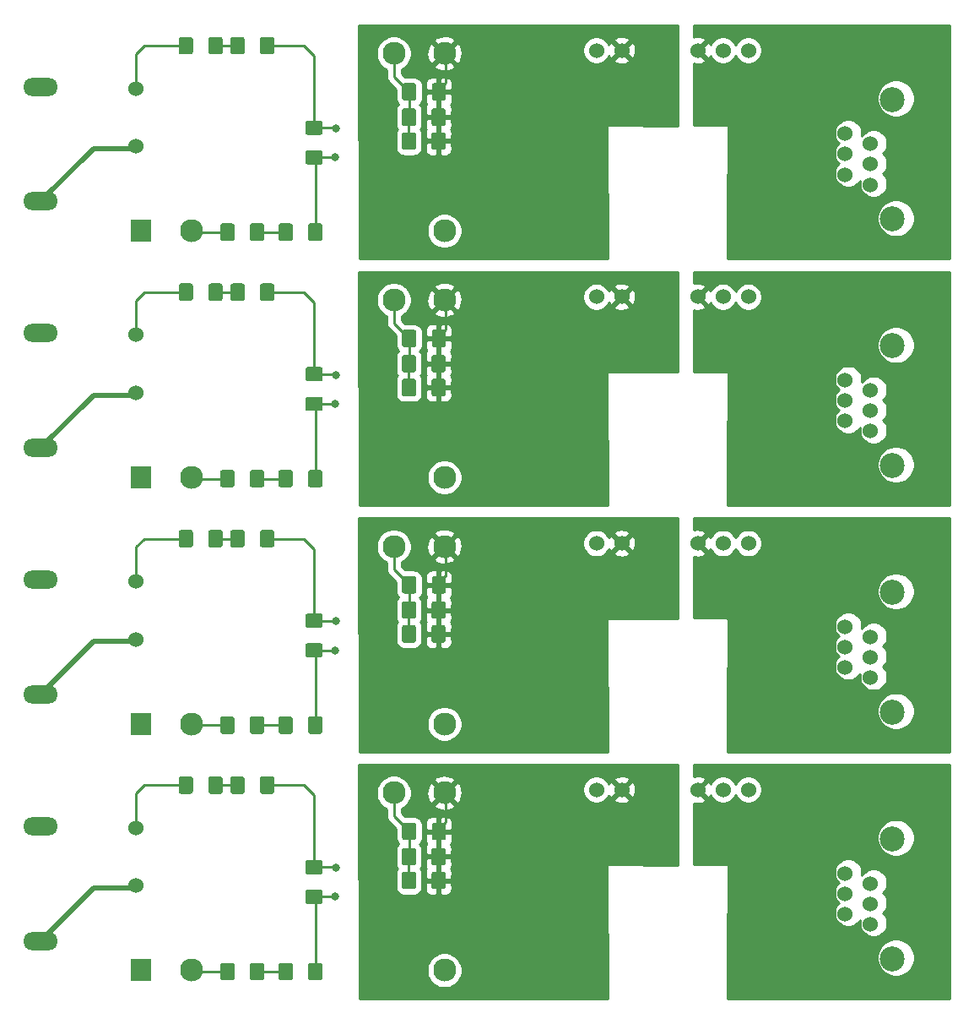
<source format=gbr>
G04 #@! TF.GenerationSoftware,KiCad,Pcbnew,(5.1.5)-3*
G04 #@! TF.CreationDate,2020-11-20T20:52:21+01:00*
G04 #@! TF.ProjectId,IsolationBarrier,49736f6c-6174-4696-9f6e-426172726965,rev?*
G04 #@! TF.SameCoordinates,Original*
G04 #@! TF.FileFunction,Copper,L2,Bot*
G04 #@! TF.FilePolarity,Positive*
%FSLAX46Y46*%
G04 Gerber Fmt 4.6, Leading zero omitted, Abs format (unit mm)*
G04 Created by KiCad (PCBNEW (5.1.5)-3) date 2020-11-20 20:52:21*
%MOMM*%
%LPD*%
G04 APERTURE LIST*
%ADD10C,0.100000*%
%ADD11C,1.524000*%
%ADD12C,2.300000*%
%ADD13R,2.000000X2.300000*%
%ADD14O,3.500000X1.800000*%
%ADD15C,2.500000*%
%ADD16C,0.800000*%
%ADD17C,0.250000*%
%ADD18C,0.500000*%
%ADD19C,0.254000*%
G04 APERTURE END LIST*
G04 #@! TA.AperFunction,SMDPad,CuDef*
D10*
G36*
X76943704Y-166842304D02*
G01*
X76967973Y-166845904D01*
X76991771Y-166851865D01*
X77014871Y-166860130D01*
X77037049Y-166870620D01*
X77058093Y-166883233D01*
X77077798Y-166897847D01*
X77095977Y-166914323D01*
X77112453Y-166932502D01*
X77127067Y-166952207D01*
X77139680Y-166973251D01*
X77150170Y-166995429D01*
X77158435Y-167018529D01*
X77164396Y-167042327D01*
X77167996Y-167066596D01*
X77169200Y-167091100D01*
X77169200Y-168341100D01*
X77167996Y-168365604D01*
X77164396Y-168389873D01*
X77158435Y-168413671D01*
X77150170Y-168436771D01*
X77139680Y-168458949D01*
X77127067Y-168479993D01*
X77112453Y-168499698D01*
X77095977Y-168517877D01*
X77077798Y-168534353D01*
X77058093Y-168548967D01*
X77037049Y-168561580D01*
X77014871Y-168572070D01*
X76991771Y-168580335D01*
X76967973Y-168586296D01*
X76943704Y-168589896D01*
X76919200Y-168591100D01*
X75994200Y-168591100D01*
X75969696Y-168589896D01*
X75945427Y-168586296D01*
X75921629Y-168580335D01*
X75898529Y-168572070D01*
X75876351Y-168561580D01*
X75855307Y-168548967D01*
X75835602Y-168534353D01*
X75817423Y-168517877D01*
X75800947Y-168499698D01*
X75786333Y-168479993D01*
X75773720Y-168458949D01*
X75763230Y-168436771D01*
X75754965Y-168413671D01*
X75749004Y-168389873D01*
X75745404Y-168365604D01*
X75744200Y-168341100D01*
X75744200Y-167091100D01*
X75745404Y-167066596D01*
X75749004Y-167042327D01*
X75754965Y-167018529D01*
X75763230Y-166995429D01*
X75773720Y-166973251D01*
X75786333Y-166952207D01*
X75800947Y-166932502D01*
X75817423Y-166914323D01*
X75835602Y-166897847D01*
X75855307Y-166883233D01*
X75876351Y-166870620D01*
X75898529Y-166860130D01*
X75921629Y-166851865D01*
X75945427Y-166845904D01*
X75969696Y-166842304D01*
X75994200Y-166841100D01*
X76919200Y-166841100D01*
X76943704Y-166842304D01*
G37*
G04 #@! TD.AperFunction*
G04 #@! TA.AperFunction,SMDPad,CuDef*
G36*
X73968704Y-166842304D02*
G01*
X73992973Y-166845904D01*
X74016771Y-166851865D01*
X74039871Y-166860130D01*
X74062049Y-166870620D01*
X74083093Y-166883233D01*
X74102798Y-166897847D01*
X74120977Y-166914323D01*
X74137453Y-166932502D01*
X74152067Y-166952207D01*
X74164680Y-166973251D01*
X74175170Y-166995429D01*
X74183435Y-167018529D01*
X74189396Y-167042327D01*
X74192996Y-167066596D01*
X74194200Y-167091100D01*
X74194200Y-168341100D01*
X74192996Y-168365604D01*
X74189396Y-168389873D01*
X74183435Y-168413671D01*
X74175170Y-168436771D01*
X74164680Y-168458949D01*
X74152067Y-168479993D01*
X74137453Y-168499698D01*
X74120977Y-168517877D01*
X74102798Y-168534353D01*
X74083093Y-168548967D01*
X74062049Y-168561580D01*
X74039871Y-168572070D01*
X74016771Y-168580335D01*
X73992973Y-168586296D01*
X73968704Y-168589896D01*
X73944200Y-168591100D01*
X73019200Y-168591100D01*
X72994696Y-168589896D01*
X72970427Y-168586296D01*
X72946629Y-168580335D01*
X72923529Y-168572070D01*
X72901351Y-168561580D01*
X72880307Y-168548967D01*
X72860602Y-168534353D01*
X72842423Y-168517877D01*
X72825947Y-168499698D01*
X72811333Y-168479993D01*
X72798720Y-168458949D01*
X72788230Y-168436771D01*
X72779965Y-168413671D01*
X72774004Y-168389873D01*
X72770404Y-168365604D01*
X72769200Y-168341100D01*
X72769200Y-167091100D01*
X72770404Y-167066596D01*
X72774004Y-167042327D01*
X72779965Y-167018529D01*
X72788230Y-166995429D01*
X72798720Y-166973251D01*
X72811333Y-166952207D01*
X72825947Y-166932502D01*
X72842423Y-166914323D01*
X72860602Y-166897847D01*
X72880307Y-166883233D01*
X72901351Y-166870620D01*
X72923529Y-166860130D01*
X72946629Y-166851865D01*
X72970427Y-166845904D01*
X72994696Y-166842304D01*
X73019200Y-166841100D01*
X73944200Y-166841100D01*
X73968704Y-166842304D01*
G37*
G04 #@! TD.AperFunction*
D11*
X46091800Y-167363500D03*
X46091800Y-173163500D03*
G04 #@! TA.AperFunction,SMDPad,CuDef*
D10*
G36*
X61569004Y-180894504D02*
G01*
X61593273Y-180898104D01*
X61617071Y-180904065D01*
X61640171Y-180912330D01*
X61662349Y-180922820D01*
X61683393Y-180935433D01*
X61703098Y-180950047D01*
X61721277Y-180966523D01*
X61737753Y-180984702D01*
X61752367Y-181004407D01*
X61764980Y-181025451D01*
X61775470Y-181047629D01*
X61783735Y-181070729D01*
X61789696Y-181094527D01*
X61793296Y-181118796D01*
X61794500Y-181143300D01*
X61794500Y-182393300D01*
X61793296Y-182417804D01*
X61789696Y-182442073D01*
X61783735Y-182465871D01*
X61775470Y-182488971D01*
X61764980Y-182511149D01*
X61752367Y-182532193D01*
X61737753Y-182551898D01*
X61721277Y-182570077D01*
X61703098Y-182586553D01*
X61683393Y-182601167D01*
X61662349Y-182613780D01*
X61640171Y-182624270D01*
X61617071Y-182632535D01*
X61593273Y-182638496D01*
X61569004Y-182642096D01*
X61544500Y-182643300D01*
X60619500Y-182643300D01*
X60594996Y-182642096D01*
X60570727Y-182638496D01*
X60546929Y-182632535D01*
X60523829Y-182624270D01*
X60501651Y-182613780D01*
X60480607Y-182601167D01*
X60460902Y-182586553D01*
X60442723Y-182570077D01*
X60426247Y-182551898D01*
X60411633Y-182532193D01*
X60399020Y-182511149D01*
X60388530Y-182488971D01*
X60380265Y-182465871D01*
X60374304Y-182442073D01*
X60370704Y-182417804D01*
X60369500Y-182393300D01*
X60369500Y-181143300D01*
X60370704Y-181118796D01*
X60374304Y-181094527D01*
X60380265Y-181070729D01*
X60388530Y-181047629D01*
X60399020Y-181025451D01*
X60411633Y-181004407D01*
X60426247Y-180984702D01*
X60442723Y-180966523D01*
X60460902Y-180950047D01*
X60480607Y-180935433D01*
X60501651Y-180922820D01*
X60523829Y-180912330D01*
X60546929Y-180904065D01*
X60570727Y-180898104D01*
X60594996Y-180894504D01*
X60619500Y-180893300D01*
X61544500Y-180893300D01*
X61569004Y-180894504D01*
G37*
G04 #@! TD.AperFunction*
G04 #@! TA.AperFunction,SMDPad,CuDef*
G36*
X64544004Y-180894504D02*
G01*
X64568273Y-180898104D01*
X64592071Y-180904065D01*
X64615171Y-180912330D01*
X64637349Y-180922820D01*
X64658393Y-180935433D01*
X64678098Y-180950047D01*
X64696277Y-180966523D01*
X64712753Y-180984702D01*
X64727367Y-181004407D01*
X64739980Y-181025451D01*
X64750470Y-181047629D01*
X64758735Y-181070729D01*
X64764696Y-181094527D01*
X64768296Y-181118796D01*
X64769500Y-181143300D01*
X64769500Y-182393300D01*
X64768296Y-182417804D01*
X64764696Y-182442073D01*
X64758735Y-182465871D01*
X64750470Y-182488971D01*
X64739980Y-182511149D01*
X64727367Y-182532193D01*
X64712753Y-182551898D01*
X64696277Y-182570077D01*
X64678098Y-182586553D01*
X64658393Y-182601167D01*
X64637349Y-182613780D01*
X64615171Y-182624270D01*
X64592071Y-182632535D01*
X64568273Y-182638496D01*
X64544004Y-182642096D01*
X64519500Y-182643300D01*
X63594500Y-182643300D01*
X63569996Y-182642096D01*
X63545727Y-182638496D01*
X63521929Y-182632535D01*
X63498829Y-182624270D01*
X63476651Y-182613780D01*
X63455607Y-182601167D01*
X63435902Y-182586553D01*
X63417723Y-182570077D01*
X63401247Y-182551898D01*
X63386633Y-182532193D01*
X63374020Y-182511149D01*
X63363530Y-182488971D01*
X63355265Y-182465871D01*
X63349304Y-182442073D01*
X63345704Y-182417804D01*
X63344500Y-182393300D01*
X63344500Y-181143300D01*
X63345704Y-181118796D01*
X63349304Y-181094527D01*
X63355265Y-181070729D01*
X63363530Y-181047629D01*
X63374020Y-181025451D01*
X63386633Y-181004407D01*
X63401247Y-180984702D01*
X63417723Y-180966523D01*
X63435902Y-180950047D01*
X63455607Y-180935433D01*
X63476651Y-180922820D01*
X63498829Y-180912330D01*
X63521929Y-180904065D01*
X63545727Y-180898104D01*
X63569996Y-180894504D01*
X63594500Y-180893300D01*
X64519500Y-180893300D01*
X64544004Y-180894504D01*
G37*
G04 #@! TD.AperFunction*
D12*
X71931000Y-163861300D03*
X77011000Y-163861300D03*
X51611000Y-181641300D03*
D13*
X46531000Y-181641300D03*
D12*
X77011000Y-181641300D03*
G04 #@! TA.AperFunction,SMDPad,CuDef*
D10*
G36*
X76909604Y-171756304D02*
G01*
X76933873Y-171759904D01*
X76957671Y-171765865D01*
X76980771Y-171774130D01*
X77002949Y-171784620D01*
X77023993Y-171797233D01*
X77043698Y-171811847D01*
X77061877Y-171828323D01*
X77078353Y-171846502D01*
X77092967Y-171866207D01*
X77105580Y-171887251D01*
X77116070Y-171909429D01*
X77124335Y-171932529D01*
X77130296Y-171956327D01*
X77133896Y-171980596D01*
X77135100Y-172005100D01*
X77135100Y-173255100D01*
X77133896Y-173279604D01*
X77130296Y-173303873D01*
X77124335Y-173327671D01*
X77116070Y-173350771D01*
X77105580Y-173372949D01*
X77092967Y-173393993D01*
X77078353Y-173413698D01*
X77061877Y-173431877D01*
X77043698Y-173448353D01*
X77023993Y-173462967D01*
X77002949Y-173475580D01*
X76980771Y-173486070D01*
X76957671Y-173494335D01*
X76933873Y-173500296D01*
X76909604Y-173503896D01*
X76885100Y-173505100D01*
X75960100Y-173505100D01*
X75935596Y-173503896D01*
X75911327Y-173500296D01*
X75887529Y-173494335D01*
X75864429Y-173486070D01*
X75842251Y-173475580D01*
X75821207Y-173462967D01*
X75801502Y-173448353D01*
X75783323Y-173431877D01*
X75766847Y-173413698D01*
X75752233Y-173393993D01*
X75739620Y-173372949D01*
X75729130Y-173350771D01*
X75720865Y-173327671D01*
X75714904Y-173303873D01*
X75711304Y-173279604D01*
X75710100Y-173255100D01*
X75710100Y-172005100D01*
X75711304Y-171980596D01*
X75714904Y-171956327D01*
X75720865Y-171932529D01*
X75729130Y-171909429D01*
X75739620Y-171887251D01*
X75752233Y-171866207D01*
X75766847Y-171846502D01*
X75783323Y-171828323D01*
X75801502Y-171811847D01*
X75821207Y-171797233D01*
X75842251Y-171784620D01*
X75864429Y-171774130D01*
X75887529Y-171765865D01*
X75911327Y-171759904D01*
X75935596Y-171756304D01*
X75960100Y-171755100D01*
X76885100Y-171755100D01*
X76909604Y-171756304D01*
G37*
G04 #@! TD.AperFunction*
G04 #@! TA.AperFunction,SMDPad,CuDef*
G36*
X73934604Y-171756304D02*
G01*
X73958873Y-171759904D01*
X73982671Y-171765865D01*
X74005771Y-171774130D01*
X74027949Y-171784620D01*
X74048993Y-171797233D01*
X74068698Y-171811847D01*
X74086877Y-171828323D01*
X74103353Y-171846502D01*
X74117967Y-171866207D01*
X74130580Y-171887251D01*
X74141070Y-171909429D01*
X74149335Y-171932529D01*
X74155296Y-171956327D01*
X74158896Y-171980596D01*
X74160100Y-172005100D01*
X74160100Y-173255100D01*
X74158896Y-173279604D01*
X74155296Y-173303873D01*
X74149335Y-173327671D01*
X74141070Y-173350771D01*
X74130580Y-173372949D01*
X74117967Y-173393993D01*
X74103353Y-173413698D01*
X74086877Y-173431877D01*
X74068698Y-173448353D01*
X74048993Y-173462967D01*
X74027949Y-173475580D01*
X74005771Y-173486070D01*
X73982671Y-173494335D01*
X73958873Y-173500296D01*
X73934604Y-173503896D01*
X73910100Y-173505100D01*
X72985100Y-173505100D01*
X72960596Y-173503896D01*
X72936327Y-173500296D01*
X72912529Y-173494335D01*
X72889429Y-173486070D01*
X72867251Y-173475580D01*
X72846207Y-173462967D01*
X72826502Y-173448353D01*
X72808323Y-173431877D01*
X72791847Y-173413698D01*
X72777233Y-173393993D01*
X72764620Y-173372949D01*
X72754130Y-173350771D01*
X72745865Y-173327671D01*
X72739904Y-173303873D01*
X72736304Y-173279604D01*
X72735100Y-173255100D01*
X72735100Y-172005100D01*
X72736304Y-171980596D01*
X72739904Y-171956327D01*
X72745865Y-171932529D01*
X72754130Y-171909429D01*
X72764620Y-171887251D01*
X72777233Y-171866207D01*
X72791847Y-171846502D01*
X72808323Y-171828323D01*
X72826502Y-171811847D01*
X72846207Y-171797233D01*
X72867251Y-171784620D01*
X72889429Y-171774130D01*
X72912529Y-171765865D01*
X72936327Y-171759904D01*
X72960596Y-171756304D01*
X72985100Y-171755100D01*
X73910100Y-171755100D01*
X73934604Y-171756304D01*
G37*
G04 #@! TD.AperFunction*
G04 #@! TA.AperFunction,SMDPad,CuDef*
G36*
X55727004Y-180894504D02*
G01*
X55751273Y-180898104D01*
X55775071Y-180904065D01*
X55798171Y-180912330D01*
X55820349Y-180922820D01*
X55841393Y-180935433D01*
X55861098Y-180950047D01*
X55879277Y-180966523D01*
X55895753Y-180984702D01*
X55910367Y-181004407D01*
X55922980Y-181025451D01*
X55933470Y-181047629D01*
X55941735Y-181070729D01*
X55947696Y-181094527D01*
X55951296Y-181118796D01*
X55952500Y-181143300D01*
X55952500Y-182393300D01*
X55951296Y-182417804D01*
X55947696Y-182442073D01*
X55941735Y-182465871D01*
X55933470Y-182488971D01*
X55922980Y-182511149D01*
X55910367Y-182532193D01*
X55895753Y-182551898D01*
X55879277Y-182570077D01*
X55861098Y-182586553D01*
X55841393Y-182601167D01*
X55820349Y-182613780D01*
X55798171Y-182624270D01*
X55775071Y-182632535D01*
X55751273Y-182638496D01*
X55727004Y-182642096D01*
X55702500Y-182643300D01*
X54777500Y-182643300D01*
X54752996Y-182642096D01*
X54728727Y-182638496D01*
X54704929Y-182632535D01*
X54681829Y-182624270D01*
X54659651Y-182613780D01*
X54638607Y-182601167D01*
X54618902Y-182586553D01*
X54600723Y-182570077D01*
X54584247Y-182551898D01*
X54569633Y-182532193D01*
X54557020Y-182511149D01*
X54546530Y-182488971D01*
X54538265Y-182465871D01*
X54532304Y-182442073D01*
X54528704Y-182417804D01*
X54527500Y-182393300D01*
X54527500Y-181143300D01*
X54528704Y-181118796D01*
X54532304Y-181094527D01*
X54538265Y-181070729D01*
X54546530Y-181047629D01*
X54557020Y-181025451D01*
X54569633Y-181004407D01*
X54584247Y-180984702D01*
X54600723Y-180966523D01*
X54618902Y-180950047D01*
X54638607Y-180935433D01*
X54659651Y-180922820D01*
X54681829Y-180912330D01*
X54704929Y-180904065D01*
X54728727Y-180898104D01*
X54752996Y-180894504D01*
X54777500Y-180893300D01*
X55702500Y-180893300D01*
X55727004Y-180894504D01*
G37*
G04 #@! TD.AperFunction*
G04 #@! TA.AperFunction,SMDPad,CuDef*
G36*
X58702004Y-180894504D02*
G01*
X58726273Y-180898104D01*
X58750071Y-180904065D01*
X58773171Y-180912330D01*
X58795349Y-180922820D01*
X58816393Y-180935433D01*
X58836098Y-180950047D01*
X58854277Y-180966523D01*
X58870753Y-180984702D01*
X58885367Y-181004407D01*
X58897980Y-181025451D01*
X58908470Y-181047629D01*
X58916735Y-181070729D01*
X58922696Y-181094527D01*
X58926296Y-181118796D01*
X58927500Y-181143300D01*
X58927500Y-182393300D01*
X58926296Y-182417804D01*
X58922696Y-182442073D01*
X58916735Y-182465871D01*
X58908470Y-182488971D01*
X58897980Y-182511149D01*
X58885367Y-182532193D01*
X58870753Y-182551898D01*
X58854277Y-182570077D01*
X58836098Y-182586553D01*
X58816393Y-182601167D01*
X58795349Y-182613780D01*
X58773171Y-182624270D01*
X58750071Y-182632535D01*
X58726273Y-182638496D01*
X58702004Y-182642096D01*
X58677500Y-182643300D01*
X57752500Y-182643300D01*
X57727996Y-182642096D01*
X57703727Y-182638496D01*
X57679929Y-182632535D01*
X57656829Y-182624270D01*
X57634651Y-182613780D01*
X57613607Y-182601167D01*
X57593902Y-182586553D01*
X57575723Y-182570077D01*
X57559247Y-182551898D01*
X57544633Y-182532193D01*
X57532020Y-182511149D01*
X57521530Y-182488971D01*
X57513265Y-182465871D01*
X57507304Y-182442073D01*
X57503704Y-182417804D01*
X57502500Y-182393300D01*
X57502500Y-181143300D01*
X57503704Y-181118796D01*
X57507304Y-181094527D01*
X57513265Y-181070729D01*
X57521530Y-181047629D01*
X57532020Y-181025451D01*
X57544633Y-181004407D01*
X57559247Y-180984702D01*
X57575723Y-180966523D01*
X57593902Y-180950047D01*
X57613607Y-180935433D01*
X57634651Y-180922820D01*
X57656829Y-180912330D01*
X57679929Y-180904065D01*
X57703727Y-180898104D01*
X57727996Y-180894504D01*
X57752500Y-180893300D01*
X58677500Y-180893300D01*
X58702004Y-180894504D01*
G37*
G04 #@! TD.AperFunction*
G04 #@! TA.AperFunction,SMDPad,CuDef*
G36*
X76909604Y-169368704D02*
G01*
X76933873Y-169372304D01*
X76957671Y-169378265D01*
X76980771Y-169386530D01*
X77002949Y-169397020D01*
X77023993Y-169409633D01*
X77043698Y-169424247D01*
X77061877Y-169440723D01*
X77078353Y-169458902D01*
X77092967Y-169478607D01*
X77105580Y-169499651D01*
X77116070Y-169521829D01*
X77124335Y-169544929D01*
X77130296Y-169568727D01*
X77133896Y-169592996D01*
X77135100Y-169617500D01*
X77135100Y-170867500D01*
X77133896Y-170892004D01*
X77130296Y-170916273D01*
X77124335Y-170940071D01*
X77116070Y-170963171D01*
X77105580Y-170985349D01*
X77092967Y-171006393D01*
X77078353Y-171026098D01*
X77061877Y-171044277D01*
X77043698Y-171060753D01*
X77023993Y-171075367D01*
X77002949Y-171087980D01*
X76980771Y-171098470D01*
X76957671Y-171106735D01*
X76933873Y-171112696D01*
X76909604Y-171116296D01*
X76885100Y-171117500D01*
X75960100Y-171117500D01*
X75935596Y-171116296D01*
X75911327Y-171112696D01*
X75887529Y-171106735D01*
X75864429Y-171098470D01*
X75842251Y-171087980D01*
X75821207Y-171075367D01*
X75801502Y-171060753D01*
X75783323Y-171044277D01*
X75766847Y-171026098D01*
X75752233Y-171006393D01*
X75739620Y-170985349D01*
X75729130Y-170963171D01*
X75720865Y-170940071D01*
X75714904Y-170916273D01*
X75711304Y-170892004D01*
X75710100Y-170867500D01*
X75710100Y-169617500D01*
X75711304Y-169592996D01*
X75714904Y-169568727D01*
X75720865Y-169544929D01*
X75729130Y-169521829D01*
X75739620Y-169499651D01*
X75752233Y-169478607D01*
X75766847Y-169458902D01*
X75783323Y-169440723D01*
X75801502Y-169424247D01*
X75821207Y-169409633D01*
X75842251Y-169397020D01*
X75864429Y-169386530D01*
X75887529Y-169378265D01*
X75911327Y-169372304D01*
X75935596Y-169368704D01*
X75960100Y-169367500D01*
X76885100Y-169367500D01*
X76909604Y-169368704D01*
G37*
G04 #@! TD.AperFunction*
G04 #@! TA.AperFunction,SMDPad,CuDef*
G36*
X73934604Y-169368704D02*
G01*
X73958873Y-169372304D01*
X73982671Y-169378265D01*
X74005771Y-169386530D01*
X74027949Y-169397020D01*
X74048993Y-169409633D01*
X74068698Y-169424247D01*
X74086877Y-169440723D01*
X74103353Y-169458902D01*
X74117967Y-169478607D01*
X74130580Y-169499651D01*
X74141070Y-169521829D01*
X74149335Y-169544929D01*
X74155296Y-169568727D01*
X74158896Y-169592996D01*
X74160100Y-169617500D01*
X74160100Y-170867500D01*
X74158896Y-170892004D01*
X74155296Y-170916273D01*
X74149335Y-170940071D01*
X74141070Y-170963171D01*
X74130580Y-170985349D01*
X74117967Y-171006393D01*
X74103353Y-171026098D01*
X74086877Y-171044277D01*
X74068698Y-171060753D01*
X74048993Y-171075367D01*
X74027949Y-171087980D01*
X74005771Y-171098470D01*
X73982671Y-171106735D01*
X73958873Y-171112696D01*
X73934604Y-171116296D01*
X73910100Y-171117500D01*
X72985100Y-171117500D01*
X72960596Y-171116296D01*
X72936327Y-171112696D01*
X72912529Y-171106735D01*
X72889429Y-171098470D01*
X72867251Y-171087980D01*
X72846207Y-171075367D01*
X72826502Y-171060753D01*
X72808323Y-171044277D01*
X72791847Y-171026098D01*
X72777233Y-171006393D01*
X72764620Y-170985349D01*
X72754130Y-170963171D01*
X72745865Y-170940071D01*
X72739904Y-170916273D01*
X72736304Y-170892004D01*
X72735100Y-170867500D01*
X72735100Y-169617500D01*
X72736304Y-169592996D01*
X72739904Y-169568727D01*
X72745865Y-169544929D01*
X72754130Y-169521829D01*
X72764620Y-169499651D01*
X72777233Y-169478607D01*
X72791847Y-169458902D01*
X72808323Y-169440723D01*
X72826502Y-169424247D01*
X72846207Y-169409633D01*
X72867251Y-169397020D01*
X72889429Y-169386530D01*
X72912529Y-169378265D01*
X72936327Y-169372304D01*
X72960596Y-169368704D01*
X72985100Y-169367500D01*
X73910100Y-169367500D01*
X73934604Y-169368704D01*
G37*
G04 #@! TD.AperFunction*
D14*
X36508000Y-178691800D03*
X36508000Y-167191800D03*
D11*
X107491000Y-163543800D03*
X104951000Y-163543800D03*
X102411000Y-163543800D03*
X94791000Y-163543800D03*
X92251000Y-163543800D03*
G04 #@! TA.AperFunction,SMDPad,CuDef*
D10*
G36*
X51557204Y-162205904D02*
G01*
X51581473Y-162209504D01*
X51605271Y-162215465D01*
X51628371Y-162223730D01*
X51650549Y-162234220D01*
X51671593Y-162246833D01*
X51691298Y-162261447D01*
X51709477Y-162277923D01*
X51725953Y-162296102D01*
X51740567Y-162315807D01*
X51753180Y-162336851D01*
X51763670Y-162359029D01*
X51771935Y-162382129D01*
X51777896Y-162405927D01*
X51781496Y-162430196D01*
X51782700Y-162454700D01*
X51782700Y-163704700D01*
X51781496Y-163729204D01*
X51777896Y-163753473D01*
X51771935Y-163777271D01*
X51763670Y-163800371D01*
X51753180Y-163822549D01*
X51740567Y-163843593D01*
X51725953Y-163863298D01*
X51709477Y-163881477D01*
X51691298Y-163897953D01*
X51671593Y-163912567D01*
X51650549Y-163925180D01*
X51628371Y-163935670D01*
X51605271Y-163943935D01*
X51581473Y-163949896D01*
X51557204Y-163953496D01*
X51532700Y-163954700D01*
X50607700Y-163954700D01*
X50583196Y-163953496D01*
X50558927Y-163949896D01*
X50535129Y-163943935D01*
X50512029Y-163935670D01*
X50489851Y-163925180D01*
X50468807Y-163912567D01*
X50449102Y-163897953D01*
X50430923Y-163881477D01*
X50414447Y-163863298D01*
X50399833Y-163843593D01*
X50387220Y-163822549D01*
X50376730Y-163800371D01*
X50368465Y-163777271D01*
X50362504Y-163753473D01*
X50358904Y-163729204D01*
X50357700Y-163704700D01*
X50357700Y-162454700D01*
X50358904Y-162430196D01*
X50362504Y-162405927D01*
X50368465Y-162382129D01*
X50376730Y-162359029D01*
X50387220Y-162336851D01*
X50399833Y-162315807D01*
X50414447Y-162296102D01*
X50430923Y-162277923D01*
X50449102Y-162261447D01*
X50468807Y-162246833D01*
X50489851Y-162234220D01*
X50512029Y-162223730D01*
X50535129Y-162215465D01*
X50558927Y-162209504D01*
X50583196Y-162205904D01*
X50607700Y-162204700D01*
X51532700Y-162204700D01*
X51557204Y-162205904D01*
G37*
G04 #@! TD.AperFunction*
G04 #@! TA.AperFunction,SMDPad,CuDef*
G36*
X54532204Y-162205904D02*
G01*
X54556473Y-162209504D01*
X54580271Y-162215465D01*
X54603371Y-162223730D01*
X54625549Y-162234220D01*
X54646593Y-162246833D01*
X54666298Y-162261447D01*
X54684477Y-162277923D01*
X54700953Y-162296102D01*
X54715567Y-162315807D01*
X54728180Y-162336851D01*
X54738670Y-162359029D01*
X54746935Y-162382129D01*
X54752896Y-162405927D01*
X54756496Y-162430196D01*
X54757700Y-162454700D01*
X54757700Y-163704700D01*
X54756496Y-163729204D01*
X54752896Y-163753473D01*
X54746935Y-163777271D01*
X54738670Y-163800371D01*
X54728180Y-163822549D01*
X54715567Y-163843593D01*
X54700953Y-163863298D01*
X54684477Y-163881477D01*
X54666298Y-163897953D01*
X54646593Y-163912567D01*
X54625549Y-163925180D01*
X54603371Y-163935670D01*
X54580271Y-163943935D01*
X54556473Y-163949896D01*
X54532204Y-163953496D01*
X54507700Y-163954700D01*
X53582700Y-163954700D01*
X53558196Y-163953496D01*
X53533927Y-163949896D01*
X53510129Y-163943935D01*
X53487029Y-163935670D01*
X53464851Y-163925180D01*
X53443807Y-163912567D01*
X53424102Y-163897953D01*
X53405923Y-163881477D01*
X53389447Y-163863298D01*
X53374833Y-163843593D01*
X53362220Y-163822549D01*
X53351730Y-163800371D01*
X53343465Y-163777271D01*
X53337504Y-163753473D01*
X53333904Y-163729204D01*
X53332700Y-163704700D01*
X53332700Y-162454700D01*
X53333904Y-162430196D01*
X53337504Y-162405927D01*
X53343465Y-162382129D01*
X53351730Y-162359029D01*
X53362220Y-162336851D01*
X53374833Y-162315807D01*
X53389447Y-162296102D01*
X53405923Y-162277923D01*
X53424102Y-162261447D01*
X53443807Y-162246833D01*
X53464851Y-162234220D01*
X53487029Y-162223730D01*
X53510129Y-162215465D01*
X53533927Y-162209504D01*
X53558196Y-162205904D01*
X53582700Y-162204700D01*
X54507700Y-162204700D01*
X54532204Y-162205904D01*
G37*
G04 #@! TD.AperFunction*
D15*
X121951100Y-168458700D03*
X121951100Y-180458700D03*
D11*
X119716100Y-172928700D03*
X119716100Y-174968700D03*
X119716100Y-177008700D03*
X117176100Y-171908700D03*
X117176100Y-173948700D03*
X117176100Y-175988700D03*
G04 #@! TA.AperFunction,SMDPad,CuDef*
D10*
G36*
X64579504Y-170589004D02*
G01*
X64603773Y-170592604D01*
X64627571Y-170598565D01*
X64650671Y-170606830D01*
X64672849Y-170617320D01*
X64693893Y-170629933D01*
X64713598Y-170644547D01*
X64731777Y-170661023D01*
X64748253Y-170679202D01*
X64762867Y-170698907D01*
X64775480Y-170719951D01*
X64785970Y-170742129D01*
X64794235Y-170765229D01*
X64800196Y-170789027D01*
X64803796Y-170813296D01*
X64805000Y-170837800D01*
X64805000Y-171762800D01*
X64803796Y-171787304D01*
X64800196Y-171811573D01*
X64794235Y-171835371D01*
X64785970Y-171858471D01*
X64775480Y-171880649D01*
X64762867Y-171901693D01*
X64748253Y-171921398D01*
X64731777Y-171939577D01*
X64713598Y-171956053D01*
X64693893Y-171970667D01*
X64672849Y-171983280D01*
X64650671Y-171993770D01*
X64627571Y-172002035D01*
X64603773Y-172007996D01*
X64579504Y-172011596D01*
X64555000Y-172012800D01*
X63305000Y-172012800D01*
X63280496Y-172011596D01*
X63256227Y-172007996D01*
X63232429Y-172002035D01*
X63209329Y-171993770D01*
X63187151Y-171983280D01*
X63166107Y-171970667D01*
X63146402Y-171956053D01*
X63128223Y-171939577D01*
X63111747Y-171921398D01*
X63097133Y-171901693D01*
X63084520Y-171880649D01*
X63074030Y-171858471D01*
X63065765Y-171835371D01*
X63059804Y-171811573D01*
X63056204Y-171787304D01*
X63055000Y-171762800D01*
X63055000Y-170837800D01*
X63056204Y-170813296D01*
X63059804Y-170789027D01*
X63065765Y-170765229D01*
X63074030Y-170742129D01*
X63084520Y-170719951D01*
X63097133Y-170698907D01*
X63111747Y-170679202D01*
X63128223Y-170661023D01*
X63146402Y-170644547D01*
X63166107Y-170629933D01*
X63187151Y-170617320D01*
X63209329Y-170606830D01*
X63232429Y-170598565D01*
X63256227Y-170592604D01*
X63280496Y-170589004D01*
X63305000Y-170587800D01*
X64555000Y-170587800D01*
X64579504Y-170589004D01*
G37*
G04 #@! TD.AperFunction*
G04 #@! TA.AperFunction,SMDPad,CuDef*
G36*
X64579504Y-173564004D02*
G01*
X64603773Y-173567604D01*
X64627571Y-173573565D01*
X64650671Y-173581830D01*
X64672849Y-173592320D01*
X64693893Y-173604933D01*
X64713598Y-173619547D01*
X64731777Y-173636023D01*
X64748253Y-173654202D01*
X64762867Y-173673907D01*
X64775480Y-173694951D01*
X64785970Y-173717129D01*
X64794235Y-173740229D01*
X64800196Y-173764027D01*
X64803796Y-173788296D01*
X64805000Y-173812800D01*
X64805000Y-174737800D01*
X64803796Y-174762304D01*
X64800196Y-174786573D01*
X64794235Y-174810371D01*
X64785970Y-174833471D01*
X64775480Y-174855649D01*
X64762867Y-174876693D01*
X64748253Y-174896398D01*
X64731777Y-174914577D01*
X64713598Y-174931053D01*
X64693893Y-174945667D01*
X64672849Y-174958280D01*
X64650671Y-174968770D01*
X64627571Y-174977035D01*
X64603773Y-174982996D01*
X64579504Y-174986596D01*
X64555000Y-174987800D01*
X63305000Y-174987800D01*
X63280496Y-174986596D01*
X63256227Y-174982996D01*
X63232429Y-174977035D01*
X63209329Y-174968770D01*
X63187151Y-174958280D01*
X63166107Y-174945667D01*
X63146402Y-174931053D01*
X63128223Y-174914577D01*
X63111747Y-174896398D01*
X63097133Y-174876693D01*
X63084520Y-174855649D01*
X63074030Y-174833471D01*
X63065765Y-174810371D01*
X63059804Y-174786573D01*
X63056204Y-174762304D01*
X63055000Y-174737800D01*
X63055000Y-173812800D01*
X63056204Y-173788296D01*
X63059804Y-173764027D01*
X63065765Y-173740229D01*
X63074030Y-173717129D01*
X63084520Y-173694951D01*
X63097133Y-173673907D01*
X63111747Y-173654202D01*
X63128223Y-173636023D01*
X63146402Y-173619547D01*
X63166107Y-173604933D01*
X63187151Y-173592320D01*
X63209329Y-173581830D01*
X63232429Y-173573565D01*
X63256227Y-173567604D01*
X63280496Y-173564004D01*
X63305000Y-173562800D01*
X64555000Y-173562800D01*
X64579504Y-173564004D01*
G37*
G04 #@! TD.AperFunction*
D14*
X36508000Y-142491800D03*
X36508000Y-153991800D03*
G04 #@! TA.AperFunction,SMDPad,CuDef*
D10*
G36*
X56738804Y-162205904D02*
G01*
X56763073Y-162209504D01*
X56786871Y-162215465D01*
X56809971Y-162223730D01*
X56832149Y-162234220D01*
X56853193Y-162246833D01*
X56872898Y-162261447D01*
X56891077Y-162277923D01*
X56907553Y-162296102D01*
X56922167Y-162315807D01*
X56934780Y-162336851D01*
X56945270Y-162359029D01*
X56953535Y-162382129D01*
X56959496Y-162405927D01*
X56963096Y-162430196D01*
X56964300Y-162454700D01*
X56964300Y-163704700D01*
X56963096Y-163729204D01*
X56959496Y-163753473D01*
X56953535Y-163777271D01*
X56945270Y-163800371D01*
X56934780Y-163822549D01*
X56922167Y-163843593D01*
X56907553Y-163863298D01*
X56891077Y-163881477D01*
X56872898Y-163897953D01*
X56853193Y-163912567D01*
X56832149Y-163925180D01*
X56809971Y-163935670D01*
X56786871Y-163943935D01*
X56763073Y-163949896D01*
X56738804Y-163953496D01*
X56714300Y-163954700D01*
X55789300Y-163954700D01*
X55764796Y-163953496D01*
X55740527Y-163949896D01*
X55716729Y-163943935D01*
X55693629Y-163935670D01*
X55671451Y-163925180D01*
X55650407Y-163912567D01*
X55630702Y-163897953D01*
X55612523Y-163881477D01*
X55596047Y-163863298D01*
X55581433Y-163843593D01*
X55568820Y-163822549D01*
X55558330Y-163800371D01*
X55550065Y-163777271D01*
X55544104Y-163753473D01*
X55540504Y-163729204D01*
X55539300Y-163704700D01*
X55539300Y-162454700D01*
X55540504Y-162430196D01*
X55544104Y-162405927D01*
X55550065Y-162382129D01*
X55558330Y-162359029D01*
X55568820Y-162336851D01*
X55581433Y-162315807D01*
X55596047Y-162296102D01*
X55612523Y-162277923D01*
X55630702Y-162261447D01*
X55650407Y-162246833D01*
X55671451Y-162234220D01*
X55693629Y-162223730D01*
X55716729Y-162215465D01*
X55740527Y-162209504D01*
X55764796Y-162205904D01*
X55789300Y-162204700D01*
X56714300Y-162204700D01*
X56738804Y-162205904D01*
G37*
G04 #@! TD.AperFunction*
G04 #@! TA.AperFunction,SMDPad,CuDef*
G36*
X59713804Y-162205904D02*
G01*
X59738073Y-162209504D01*
X59761871Y-162215465D01*
X59784971Y-162223730D01*
X59807149Y-162234220D01*
X59828193Y-162246833D01*
X59847898Y-162261447D01*
X59866077Y-162277923D01*
X59882553Y-162296102D01*
X59897167Y-162315807D01*
X59909780Y-162336851D01*
X59920270Y-162359029D01*
X59928535Y-162382129D01*
X59934496Y-162405927D01*
X59938096Y-162430196D01*
X59939300Y-162454700D01*
X59939300Y-163704700D01*
X59938096Y-163729204D01*
X59934496Y-163753473D01*
X59928535Y-163777271D01*
X59920270Y-163800371D01*
X59909780Y-163822549D01*
X59897167Y-163843593D01*
X59882553Y-163863298D01*
X59866077Y-163881477D01*
X59847898Y-163897953D01*
X59828193Y-163912567D01*
X59807149Y-163925180D01*
X59784971Y-163935670D01*
X59761871Y-163943935D01*
X59738073Y-163949896D01*
X59713804Y-163953496D01*
X59689300Y-163954700D01*
X58764300Y-163954700D01*
X58739796Y-163953496D01*
X58715527Y-163949896D01*
X58691729Y-163943935D01*
X58668629Y-163935670D01*
X58646451Y-163925180D01*
X58625407Y-163912567D01*
X58605702Y-163897953D01*
X58587523Y-163881477D01*
X58571047Y-163863298D01*
X58556433Y-163843593D01*
X58543820Y-163822549D01*
X58533330Y-163800371D01*
X58525065Y-163777271D01*
X58519104Y-163753473D01*
X58515504Y-163729204D01*
X58514300Y-163704700D01*
X58514300Y-162454700D01*
X58515504Y-162430196D01*
X58519104Y-162405927D01*
X58525065Y-162382129D01*
X58533330Y-162359029D01*
X58543820Y-162336851D01*
X58556433Y-162315807D01*
X58571047Y-162296102D01*
X58587523Y-162277923D01*
X58605702Y-162261447D01*
X58625407Y-162246833D01*
X58646451Y-162234220D01*
X58668629Y-162223730D01*
X58691729Y-162215465D01*
X58715527Y-162209504D01*
X58739796Y-162205904D01*
X58764300Y-162204700D01*
X59689300Y-162204700D01*
X59713804Y-162205904D01*
G37*
G04 #@! TD.AperFunction*
D11*
X92251000Y-138843800D03*
X94791000Y-138843800D03*
X102411000Y-138843800D03*
X104951000Y-138843800D03*
X107491000Y-138843800D03*
X117176100Y-151288700D03*
X117176100Y-149248700D03*
X117176100Y-147208700D03*
X119716100Y-152308700D03*
X119716100Y-150268700D03*
X119716100Y-148228700D03*
D15*
X121951100Y-155758700D03*
X121951100Y-143758700D03*
D12*
X77011000Y-156941300D03*
D13*
X46531000Y-156941300D03*
D12*
X51611000Y-156941300D03*
X77011000Y-139161300D03*
X71931000Y-139161300D03*
G04 #@! TA.AperFunction,SMDPad,CuDef*
D10*
G36*
X54532204Y-137505904D02*
G01*
X54556473Y-137509504D01*
X54580271Y-137515465D01*
X54603371Y-137523730D01*
X54625549Y-137534220D01*
X54646593Y-137546833D01*
X54666298Y-137561447D01*
X54684477Y-137577923D01*
X54700953Y-137596102D01*
X54715567Y-137615807D01*
X54728180Y-137636851D01*
X54738670Y-137659029D01*
X54746935Y-137682129D01*
X54752896Y-137705927D01*
X54756496Y-137730196D01*
X54757700Y-137754700D01*
X54757700Y-139004700D01*
X54756496Y-139029204D01*
X54752896Y-139053473D01*
X54746935Y-139077271D01*
X54738670Y-139100371D01*
X54728180Y-139122549D01*
X54715567Y-139143593D01*
X54700953Y-139163298D01*
X54684477Y-139181477D01*
X54666298Y-139197953D01*
X54646593Y-139212567D01*
X54625549Y-139225180D01*
X54603371Y-139235670D01*
X54580271Y-139243935D01*
X54556473Y-139249896D01*
X54532204Y-139253496D01*
X54507700Y-139254700D01*
X53582700Y-139254700D01*
X53558196Y-139253496D01*
X53533927Y-139249896D01*
X53510129Y-139243935D01*
X53487029Y-139235670D01*
X53464851Y-139225180D01*
X53443807Y-139212567D01*
X53424102Y-139197953D01*
X53405923Y-139181477D01*
X53389447Y-139163298D01*
X53374833Y-139143593D01*
X53362220Y-139122549D01*
X53351730Y-139100371D01*
X53343465Y-139077271D01*
X53337504Y-139053473D01*
X53333904Y-139029204D01*
X53332700Y-139004700D01*
X53332700Y-137754700D01*
X53333904Y-137730196D01*
X53337504Y-137705927D01*
X53343465Y-137682129D01*
X53351730Y-137659029D01*
X53362220Y-137636851D01*
X53374833Y-137615807D01*
X53389447Y-137596102D01*
X53405923Y-137577923D01*
X53424102Y-137561447D01*
X53443807Y-137546833D01*
X53464851Y-137534220D01*
X53487029Y-137523730D01*
X53510129Y-137515465D01*
X53533927Y-137509504D01*
X53558196Y-137505904D01*
X53582700Y-137504700D01*
X54507700Y-137504700D01*
X54532204Y-137505904D01*
G37*
G04 #@! TD.AperFunction*
G04 #@! TA.AperFunction,SMDPad,CuDef*
G36*
X51557204Y-137505904D02*
G01*
X51581473Y-137509504D01*
X51605271Y-137515465D01*
X51628371Y-137523730D01*
X51650549Y-137534220D01*
X51671593Y-137546833D01*
X51691298Y-137561447D01*
X51709477Y-137577923D01*
X51725953Y-137596102D01*
X51740567Y-137615807D01*
X51753180Y-137636851D01*
X51763670Y-137659029D01*
X51771935Y-137682129D01*
X51777896Y-137705927D01*
X51781496Y-137730196D01*
X51782700Y-137754700D01*
X51782700Y-139004700D01*
X51781496Y-139029204D01*
X51777896Y-139053473D01*
X51771935Y-139077271D01*
X51763670Y-139100371D01*
X51753180Y-139122549D01*
X51740567Y-139143593D01*
X51725953Y-139163298D01*
X51709477Y-139181477D01*
X51691298Y-139197953D01*
X51671593Y-139212567D01*
X51650549Y-139225180D01*
X51628371Y-139235670D01*
X51605271Y-139243935D01*
X51581473Y-139249896D01*
X51557204Y-139253496D01*
X51532700Y-139254700D01*
X50607700Y-139254700D01*
X50583196Y-139253496D01*
X50558927Y-139249896D01*
X50535129Y-139243935D01*
X50512029Y-139235670D01*
X50489851Y-139225180D01*
X50468807Y-139212567D01*
X50449102Y-139197953D01*
X50430923Y-139181477D01*
X50414447Y-139163298D01*
X50399833Y-139143593D01*
X50387220Y-139122549D01*
X50376730Y-139100371D01*
X50368465Y-139077271D01*
X50362504Y-139053473D01*
X50358904Y-139029204D01*
X50357700Y-139004700D01*
X50357700Y-137754700D01*
X50358904Y-137730196D01*
X50362504Y-137705927D01*
X50368465Y-137682129D01*
X50376730Y-137659029D01*
X50387220Y-137636851D01*
X50399833Y-137615807D01*
X50414447Y-137596102D01*
X50430923Y-137577923D01*
X50449102Y-137561447D01*
X50468807Y-137546833D01*
X50489851Y-137534220D01*
X50512029Y-137523730D01*
X50535129Y-137515465D01*
X50558927Y-137509504D01*
X50583196Y-137505904D01*
X50607700Y-137504700D01*
X51532700Y-137504700D01*
X51557204Y-137505904D01*
G37*
G04 #@! TD.AperFunction*
G04 #@! TA.AperFunction,SMDPad,CuDef*
G36*
X58702004Y-156194504D02*
G01*
X58726273Y-156198104D01*
X58750071Y-156204065D01*
X58773171Y-156212330D01*
X58795349Y-156222820D01*
X58816393Y-156235433D01*
X58836098Y-156250047D01*
X58854277Y-156266523D01*
X58870753Y-156284702D01*
X58885367Y-156304407D01*
X58897980Y-156325451D01*
X58908470Y-156347629D01*
X58916735Y-156370729D01*
X58922696Y-156394527D01*
X58926296Y-156418796D01*
X58927500Y-156443300D01*
X58927500Y-157693300D01*
X58926296Y-157717804D01*
X58922696Y-157742073D01*
X58916735Y-157765871D01*
X58908470Y-157788971D01*
X58897980Y-157811149D01*
X58885367Y-157832193D01*
X58870753Y-157851898D01*
X58854277Y-157870077D01*
X58836098Y-157886553D01*
X58816393Y-157901167D01*
X58795349Y-157913780D01*
X58773171Y-157924270D01*
X58750071Y-157932535D01*
X58726273Y-157938496D01*
X58702004Y-157942096D01*
X58677500Y-157943300D01*
X57752500Y-157943300D01*
X57727996Y-157942096D01*
X57703727Y-157938496D01*
X57679929Y-157932535D01*
X57656829Y-157924270D01*
X57634651Y-157913780D01*
X57613607Y-157901167D01*
X57593902Y-157886553D01*
X57575723Y-157870077D01*
X57559247Y-157851898D01*
X57544633Y-157832193D01*
X57532020Y-157811149D01*
X57521530Y-157788971D01*
X57513265Y-157765871D01*
X57507304Y-157742073D01*
X57503704Y-157717804D01*
X57502500Y-157693300D01*
X57502500Y-156443300D01*
X57503704Y-156418796D01*
X57507304Y-156394527D01*
X57513265Y-156370729D01*
X57521530Y-156347629D01*
X57532020Y-156325451D01*
X57544633Y-156304407D01*
X57559247Y-156284702D01*
X57575723Y-156266523D01*
X57593902Y-156250047D01*
X57613607Y-156235433D01*
X57634651Y-156222820D01*
X57656829Y-156212330D01*
X57679929Y-156204065D01*
X57703727Y-156198104D01*
X57727996Y-156194504D01*
X57752500Y-156193300D01*
X58677500Y-156193300D01*
X58702004Y-156194504D01*
G37*
G04 #@! TD.AperFunction*
G04 #@! TA.AperFunction,SMDPad,CuDef*
G36*
X55727004Y-156194504D02*
G01*
X55751273Y-156198104D01*
X55775071Y-156204065D01*
X55798171Y-156212330D01*
X55820349Y-156222820D01*
X55841393Y-156235433D01*
X55861098Y-156250047D01*
X55879277Y-156266523D01*
X55895753Y-156284702D01*
X55910367Y-156304407D01*
X55922980Y-156325451D01*
X55933470Y-156347629D01*
X55941735Y-156370729D01*
X55947696Y-156394527D01*
X55951296Y-156418796D01*
X55952500Y-156443300D01*
X55952500Y-157693300D01*
X55951296Y-157717804D01*
X55947696Y-157742073D01*
X55941735Y-157765871D01*
X55933470Y-157788971D01*
X55922980Y-157811149D01*
X55910367Y-157832193D01*
X55895753Y-157851898D01*
X55879277Y-157870077D01*
X55861098Y-157886553D01*
X55841393Y-157901167D01*
X55820349Y-157913780D01*
X55798171Y-157924270D01*
X55775071Y-157932535D01*
X55751273Y-157938496D01*
X55727004Y-157942096D01*
X55702500Y-157943300D01*
X54777500Y-157943300D01*
X54752996Y-157942096D01*
X54728727Y-157938496D01*
X54704929Y-157932535D01*
X54681829Y-157924270D01*
X54659651Y-157913780D01*
X54638607Y-157901167D01*
X54618902Y-157886553D01*
X54600723Y-157870077D01*
X54584247Y-157851898D01*
X54569633Y-157832193D01*
X54557020Y-157811149D01*
X54546530Y-157788971D01*
X54538265Y-157765871D01*
X54532304Y-157742073D01*
X54528704Y-157717804D01*
X54527500Y-157693300D01*
X54527500Y-156443300D01*
X54528704Y-156418796D01*
X54532304Y-156394527D01*
X54538265Y-156370729D01*
X54546530Y-156347629D01*
X54557020Y-156325451D01*
X54569633Y-156304407D01*
X54584247Y-156284702D01*
X54600723Y-156266523D01*
X54618902Y-156250047D01*
X54638607Y-156235433D01*
X54659651Y-156222820D01*
X54681829Y-156212330D01*
X54704929Y-156204065D01*
X54728727Y-156198104D01*
X54752996Y-156194504D01*
X54777500Y-156193300D01*
X55702500Y-156193300D01*
X55727004Y-156194504D01*
G37*
G04 #@! TD.AperFunction*
D11*
X46091800Y-148463500D03*
X46091800Y-142663500D03*
G04 #@! TA.AperFunction,SMDPad,CuDef*
D10*
G36*
X73968704Y-142142304D02*
G01*
X73992973Y-142145904D01*
X74016771Y-142151865D01*
X74039871Y-142160130D01*
X74062049Y-142170620D01*
X74083093Y-142183233D01*
X74102798Y-142197847D01*
X74120977Y-142214323D01*
X74137453Y-142232502D01*
X74152067Y-142252207D01*
X74164680Y-142273251D01*
X74175170Y-142295429D01*
X74183435Y-142318529D01*
X74189396Y-142342327D01*
X74192996Y-142366596D01*
X74194200Y-142391100D01*
X74194200Y-143641100D01*
X74192996Y-143665604D01*
X74189396Y-143689873D01*
X74183435Y-143713671D01*
X74175170Y-143736771D01*
X74164680Y-143758949D01*
X74152067Y-143779993D01*
X74137453Y-143799698D01*
X74120977Y-143817877D01*
X74102798Y-143834353D01*
X74083093Y-143848967D01*
X74062049Y-143861580D01*
X74039871Y-143872070D01*
X74016771Y-143880335D01*
X73992973Y-143886296D01*
X73968704Y-143889896D01*
X73944200Y-143891100D01*
X73019200Y-143891100D01*
X72994696Y-143889896D01*
X72970427Y-143886296D01*
X72946629Y-143880335D01*
X72923529Y-143872070D01*
X72901351Y-143861580D01*
X72880307Y-143848967D01*
X72860602Y-143834353D01*
X72842423Y-143817877D01*
X72825947Y-143799698D01*
X72811333Y-143779993D01*
X72798720Y-143758949D01*
X72788230Y-143736771D01*
X72779965Y-143713671D01*
X72774004Y-143689873D01*
X72770404Y-143665604D01*
X72769200Y-143641100D01*
X72769200Y-142391100D01*
X72770404Y-142366596D01*
X72774004Y-142342327D01*
X72779965Y-142318529D01*
X72788230Y-142295429D01*
X72798720Y-142273251D01*
X72811333Y-142252207D01*
X72825947Y-142232502D01*
X72842423Y-142214323D01*
X72860602Y-142197847D01*
X72880307Y-142183233D01*
X72901351Y-142170620D01*
X72923529Y-142160130D01*
X72946629Y-142151865D01*
X72970427Y-142145904D01*
X72994696Y-142142304D01*
X73019200Y-142141100D01*
X73944200Y-142141100D01*
X73968704Y-142142304D01*
G37*
G04 #@! TD.AperFunction*
G04 #@! TA.AperFunction,SMDPad,CuDef*
G36*
X76943704Y-142142304D02*
G01*
X76967973Y-142145904D01*
X76991771Y-142151865D01*
X77014871Y-142160130D01*
X77037049Y-142170620D01*
X77058093Y-142183233D01*
X77077798Y-142197847D01*
X77095977Y-142214323D01*
X77112453Y-142232502D01*
X77127067Y-142252207D01*
X77139680Y-142273251D01*
X77150170Y-142295429D01*
X77158435Y-142318529D01*
X77164396Y-142342327D01*
X77167996Y-142366596D01*
X77169200Y-142391100D01*
X77169200Y-143641100D01*
X77167996Y-143665604D01*
X77164396Y-143689873D01*
X77158435Y-143713671D01*
X77150170Y-143736771D01*
X77139680Y-143758949D01*
X77127067Y-143779993D01*
X77112453Y-143799698D01*
X77095977Y-143817877D01*
X77077798Y-143834353D01*
X77058093Y-143848967D01*
X77037049Y-143861580D01*
X77014871Y-143872070D01*
X76991771Y-143880335D01*
X76967973Y-143886296D01*
X76943704Y-143889896D01*
X76919200Y-143891100D01*
X75994200Y-143891100D01*
X75969696Y-143889896D01*
X75945427Y-143886296D01*
X75921629Y-143880335D01*
X75898529Y-143872070D01*
X75876351Y-143861580D01*
X75855307Y-143848967D01*
X75835602Y-143834353D01*
X75817423Y-143817877D01*
X75800947Y-143799698D01*
X75786333Y-143779993D01*
X75773720Y-143758949D01*
X75763230Y-143736771D01*
X75754965Y-143713671D01*
X75749004Y-143689873D01*
X75745404Y-143665604D01*
X75744200Y-143641100D01*
X75744200Y-142391100D01*
X75745404Y-142366596D01*
X75749004Y-142342327D01*
X75754965Y-142318529D01*
X75763230Y-142295429D01*
X75773720Y-142273251D01*
X75786333Y-142252207D01*
X75800947Y-142232502D01*
X75817423Y-142214323D01*
X75835602Y-142197847D01*
X75855307Y-142183233D01*
X75876351Y-142170620D01*
X75898529Y-142160130D01*
X75921629Y-142151865D01*
X75945427Y-142145904D01*
X75969696Y-142142304D01*
X75994200Y-142141100D01*
X76919200Y-142141100D01*
X76943704Y-142142304D01*
G37*
G04 #@! TD.AperFunction*
G04 #@! TA.AperFunction,SMDPad,CuDef*
G36*
X73934604Y-144668704D02*
G01*
X73958873Y-144672304D01*
X73982671Y-144678265D01*
X74005771Y-144686530D01*
X74027949Y-144697020D01*
X74048993Y-144709633D01*
X74068698Y-144724247D01*
X74086877Y-144740723D01*
X74103353Y-144758902D01*
X74117967Y-144778607D01*
X74130580Y-144799651D01*
X74141070Y-144821829D01*
X74149335Y-144844929D01*
X74155296Y-144868727D01*
X74158896Y-144892996D01*
X74160100Y-144917500D01*
X74160100Y-146167500D01*
X74158896Y-146192004D01*
X74155296Y-146216273D01*
X74149335Y-146240071D01*
X74141070Y-146263171D01*
X74130580Y-146285349D01*
X74117967Y-146306393D01*
X74103353Y-146326098D01*
X74086877Y-146344277D01*
X74068698Y-146360753D01*
X74048993Y-146375367D01*
X74027949Y-146387980D01*
X74005771Y-146398470D01*
X73982671Y-146406735D01*
X73958873Y-146412696D01*
X73934604Y-146416296D01*
X73910100Y-146417500D01*
X72985100Y-146417500D01*
X72960596Y-146416296D01*
X72936327Y-146412696D01*
X72912529Y-146406735D01*
X72889429Y-146398470D01*
X72867251Y-146387980D01*
X72846207Y-146375367D01*
X72826502Y-146360753D01*
X72808323Y-146344277D01*
X72791847Y-146326098D01*
X72777233Y-146306393D01*
X72764620Y-146285349D01*
X72754130Y-146263171D01*
X72745865Y-146240071D01*
X72739904Y-146216273D01*
X72736304Y-146192004D01*
X72735100Y-146167500D01*
X72735100Y-144917500D01*
X72736304Y-144892996D01*
X72739904Y-144868727D01*
X72745865Y-144844929D01*
X72754130Y-144821829D01*
X72764620Y-144799651D01*
X72777233Y-144778607D01*
X72791847Y-144758902D01*
X72808323Y-144740723D01*
X72826502Y-144724247D01*
X72846207Y-144709633D01*
X72867251Y-144697020D01*
X72889429Y-144686530D01*
X72912529Y-144678265D01*
X72936327Y-144672304D01*
X72960596Y-144668704D01*
X72985100Y-144667500D01*
X73910100Y-144667500D01*
X73934604Y-144668704D01*
G37*
G04 #@! TD.AperFunction*
G04 #@! TA.AperFunction,SMDPad,CuDef*
G36*
X76909604Y-144668704D02*
G01*
X76933873Y-144672304D01*
X76957671Y-144678265D01*
X76980771Y-144686530D01*
X77002949Y-144697020D01*
X77023993Y-144709633D01*
X77043698Y-144724247D01*
X77061877Y-144740723D01*
X77078353Y-144758902D01*
X77092967Y-144778607D01*
X77105580Y-144799651D01*
X77116070Y-144821829D01*
X77124335Y-144844929D01*
X77130296Y-144868727D01*
X77133896Y-144892996D01*
X77135100Y-144917500D01*
X77135100Y-146167500D01*
X77133896Y-146192004D01*
X77130296Y-146216273D01*
X77124335Y-146240071D01*
X77116070Y-146263171D01*
X77105580Y-146285349D01*
X77092967Y-146306393D01*
X77078353Y-146326098D01*
X77061877Y-146344277D01*
X77043698Y-146360753D01*
X77023993Y-146375367D01*
X77002949Y-146387980D01*
X76980771Y-146398470D01*
X76957671Y-146406735D01*
X76933873Y-146412696D01*
X76909604Y-146416296D01*
X76885100Y-146417500D01*
X75960100Y-146417500D01*
X75935596Y-146416296D01*
X75911327Y-146412696D01*
X75887529Y-146406735D01*
X75864429Y-146398470D01*
X75842251Y-146387980D01*
X75821207Y-146375367D01*
X75801502Y-146360753D01*
X75783323Y-146344277D01*
X75766847Y-146326098D01*
X75752233Y-146306393D01*
X75739620Y-146285349D01*
X75729130Y-146263171D01*
X75720865Y-146240071D01*
X75714904Y-146216273D01*
X75711304Y-146192004D01*
X75710100Y-146167500D01*
X75710100Y-144917500D01*
X75711304Y-144892996D01*
X75714904Y-144868727D01*
X75720865Y-144844929D01*
X75729130Y-144821829D01*
X75739620Y-144799651D01*
X75752233Y-144778607D01*
X75766847Y-144758902D01*
X75783323Y-144740723D01*
X75801502Y-144724247D01*
X75821207Y-144709633D01*
X75842251Y-144697020D01*
X75864429Y-144686530D01*
X75887529Y-144678265D01*
X75911327Y-144672304D01*
X75935596Y-144668704D01*
X75960100Y-144667500D01*
X76885100Y-144667500D01*
X76909604Y-144668704D01*
G37*
G04 #@! TD.AperFunction*
G04 #@! TA.AperFunction,SMDPad,CuDef*
G36*
X59713804Y-137505904D02*
G01*
X59738073Y-137509504D01*
X59761871Y-137515465D01*
X59784971Y-137523730D01*
X59807149Y-137534220D01*
X59828193Y-137546833D01*
X59847898Y-137561447D01*
X59866077Y-137577923D01*
X59882553Y-137596102D01*
X59897167Y-137615807D01*
X59909780Y-137636851D01*
X59920270Y-137659029D01*
X59928535Y-137682129D01*
X59934496Y-137705927D01*
X59938096Y-137730196D01*
X59939300Y-137754700D01*
X59939300Y-139004700D01*
X59938096Y-139029204D01*
X59934496Y-139053473D01*
X59928535Y-139077271D01*
X59920270Y-139100371D01*
X59909780Y-139122549D01*
X59897167Y-139143593D01*
X59882553Y-139163298D01*
X59866077Y-139181477D01*
X59847898Y-139197953D01*
X59828193Y-139212567D01*
X59807149Y-139225180D01*
X59784971Y-139235670D01*
X59761871Y-139243935D01*
X59738073Y-139249896D01*
X59713804Y-139253496D01*
X59689300Y-139254700D01*
X58764300Y-139254700D01*
X58739796Y-139253496D01*
X58715527Y-139249896D01*
X58691729Y-139243935D01*
X58668629Y-139235670D01*
X58646451Y-139225180D01*
X58625407Y-139212567D01*
X58605702Y-139197953D01*
X58587523Y-139181477D01*
X58571047Y-139163298D01*
X58556433Y-139143593D01*
X58543820Y-139122549D01*
X58533330Y-139100371D01*
X58525065Y-139077271D01*
X58519104Y-139053473D01*
X58515504Y-139029204D01*
X58514300Y-139004700D01*
X58514300Y-137754700D01*
X58515504Y-137730196D01*
X58519104Y-137705927D01*
X58525065Y-137682129D01*
X58533330Y-137659029D01*
X58543820Y-137636851D01*
X58556433Y-137615807D01*
X58571047Y-137596102D01*
X58587523Y-137577923D01*
X58605702Y-137561447D01*
X58625407Y-137546833D01*
X58646451Y-137534220D01*
X58668629Y-137523730D01*
X58691729Y-137515465D01*
X58715527Y-137509504D01*
X58739796Y-137505904D01*
X58764300Y-137504700D01*
X59689300Y-137504700D01*
X59713804Y-137505904D01*
G37*
G04 #@! TD.AperFunction*
G04 #@! TA.AperFunction,SMDPad,CuDef*
G36*
X56738804Y-137505904D02*
G01*
X56763073Y-137509504D01*
X56786871Y-137515465D01*
X56809971Y-137523730D01*
X56832149Y-137534220D01*
X56853193Y-137546833D01*
X56872898Y-137561447D01*
X56891077Y-137577923D01*
X56907553Y-137596102D01*
X56922167Y-137615807D01*
X56934780Y-137636851D01*
X56945270Y-137659029D01*
X56953535Y-137682129D01*
X56959496Y-137705927D01*
X56963096Y-137730196D01*
X56964300Y-137754700D01*
X56964300Y-139004700D01*
X56963096Y-139029204D01*
X56959496Y-139053473D01*
X56953535Y-139077271D01*
X56945270Y-139100371D01*
X56934780Y-139122549D01*
X56922167Y-139143593D01*
X56907553Y-139163298D01*
X56891077Y-139181477D01*
X56872898Y-139197953D01*
X56853193Y-139212567D01*
X56832149Y-139225180D01*
X56809971Y-139235670D01*
X56786871Y-139243935D01*
X56763073Y-139249896D01*
X56738804Y-139253496D01*
X56714300Y-139254700D01*
X55789300Y-139254700D01*
X55764796Y-139253496D01*
X55740527Y-139249896D01*
X55716729Y-139243935D01*
X55693629Y-139235670D01*
X55671451Y-139225180D01*
X55650407Y-139212567D01*
X55630702Y-139197953D01*
X55612523Y-139181477D01*
X55596047Y-139163298D01*
X55581433Y-139143593D01*
X55568820Y-139122549D01*
X55558330Y-139100371D01*
X55550065Y-139077271D01*
X55544104Y-139053473D01*
X55540504Y-139029204D01*
X55539300Y-139004700D01*
X55539300Y-137754700D01*
X55540504Y-137730196D01*
X55544104Y-137705927D01*
X55550065Y-137682129D01*
X55558330Y-137659029D01*
X55568820Y-137636851D01*
X55581433Y-137615807D01*
X55596047Y-137596102D01*
X55612523Y-137577923D01*
X55630702Y-137561447D01*
X55650407Y-137546833D01*
X55671451Y-137534220D01*
X55693629Y-137523730D01*
X55716729Y-137515465D01*
X55740527Y-137509504D01*
X55764796Y-137505904D01*
X55789300Y-137504700D01*
X56714300Y-137504700D01*
X56738804Y-137505904D01*
G37*
G04 #@! TD.AperFunction*
G04 #@! TA.AperFunction,SMDPad,CuDef*
G36*
X73934604Y-147056304D02*
G01*
X73958873Y-147059904D01*
X73982671Y-147065865D01*
X74005771Y-147074130D01*
X74027949Y-147084620D01*
X74048993Y-147097233D01*
X74068698Y-147111847D01*
X74086877Y-147128323D01*
X74103353Y-147146502D01*
X74117967Y-147166207D01*
X74130580Y-147187251D01*
X74141070Y-147209429D01*
X74149335Y-147232529D01*
X74155296Y-147256327D01*
X74158896Y-147280596D01*
X74160100Y-147305100D01*
X74160100Y-148555100D01*
X74158896Y-148579604D01*
X74155296Y-148603873D01*
X74149335Y-148627671D01*
X74141070Y-148650771D01*
X74130580Y-148672949D01*
X74117967Y-148693993D01*
X74103353Y-148713698D01*
X74086877Y-148731877D01*
X74068698Y-148748353D01*
X74048993Y-148762967D01*
X74027949Y-148775580D01*
X74005771Y-148786070D01*
X73982671Y-148794335D01*
X73958873Y-148800296D01*
X73934604Y-148803896D01*
X73910100Y-148805100D01*
X72985100Y-148805100D01*
X72960596Y-148803896D01*
X72936327Y-148800296D01*
X72912529Y-148794335D01*
X72889429Y-148786070D01*
X72867251Y-148775580D01*
X72846207Y-148762967D01*
X72826502Y-148748353D01*
X72808323Y-148731877D01*
X72791847Y-148713698D01*
X72777233Y-148693993D01*
X72764620Y-148672949D01*
X72754130Y-148650771D01*
X72745865Y-148627671D01*
X72739904Y-148603873D01*
X72736304Y-148579604D01*
X72735100Y-148555100D01*
X72735100Y-147305100D01*
X72736304Y-147280596D01*
X72739904Y-147256327D01*
X72745865Y-147232529D01*
X72754130Y-147209429D01*
X72764620Y-147187251D01*
X72777233Y-147166207D01*
X72791847Y-147146502D01*
X72808323Y-147128323D01*
X72826502Y-147111847D01*
X72846207Y-147097233D01*
X72867251Y-147084620D01*
X72889429Y-147074130D01*
X72912529Y-147065865D01*
X72936327Y-147059904D01*
X72960596Y-147056304D01*
X72985100Y-147055100D01*
X73910100Y-147055100D01*
X73934604Y-147056304D01*
G37*
G04 #@! TD.AperFunction*
G04 #@! TA.AperFunction,SMDPad,CuDef*
G36*
X76909604Y-147056304D02*
G01*
X76933873Y-147059904D01*
X76957671Y-147065865D01*
X76980771Y-147074130D01*
X77002949Y-147084620D01*
X77023993Y-147097233D01*
X77043698Y-147111847D01*
X77061877Y-147128323D01*
X77078353Y-147146502D01*
X77092967Y-147166207D01*
X77105580Y-147187251D01*
X77116070Y-147209429D01*
X77124335Y-147232529D01*
X77130296Y-147256327D01*
X77133896Y-147280596D01*
X77135100Y-147305100D01*
X77135100Y-148555100D01*
X77133896Y-148579604D01*
X77130296Y-148603873D01*
X77124335Y-148627671D01*
X77116070Y-148650771D01*
X77105580Y-148672949D01*
X77092967Y-148693993D01*
X77078353Y-148713698D01*
X77061877Y-148731877D01*
X77043698Y-148748353D01*
X77023993Y-148762967D01*
X77002949Y-148775580D01*
X76980771Y-148786070D01*
X76957671Y-148794335D01*
X76933873Y-148800296D01*
X76909604Y-148803896D01*
X76885100Y-148805100D01*
X75960100Y-148805100D01*
X75935596Y-148803896D01*
X75911327Y-148800296D01*
X75887529Y-148794335D01*
X75864429Y-148786070D01*
X75842251Y-148775580D01*
X75821207Y-148762967D01*
X75801502Y-148748353D01*
X75783323Y-148731877D01*
X75766847Y-148713698D01*
X75752233Y-148693993D01*
X75739620Y-148672949D01*
X75729130Y-148650771D01*
X75720865Y-148627671D01*
X75714904Y-148603873D01*
X75711304Y-148579604D01*
X75710100Y-148555100D01*
X75710100Y-147305100D01*
X75711304Y-147280596D01*
X75714904Y-147256327D01*
X75720865Y-147232529D01*
X75729130Y-147209429D01*
X75739620Y-147187251D01*
X75752233Y-147166207D01*
X75766847Y-147146502D01*
X75783323Y-147128323D01*
X75801502Y-147111847D01*
X75821207Y-147097233D01*
X75842251Y-147084620D01*
X75864429Y-147074130D01*
X75887529Y-147065865D01*
X75911327Y-147059904D01*
X75935596Y-147056304D01*
X75960100Y-147055100D01*
X76885100Y-147055100D01*
X76909604Y-147056304D01*
G37*
G04 #@! TD.AperFunction*
G04 #@! TA.AperFunction,SMDPad,CuDef*
G36*
X64544004Y-156194504D02*
G01*
X64568273Y-156198104D01*
X64592071Y-156204065D01*
X64615171Y-156212330D01*
X64637349Y-156222820D01*
X64658393Y-156235433D01*
X64678098Y-156250047D01*
X64696277Y-156266523D01*
X64712753Y-156284702D01*
X64727367Y-156304407D01*
X64739980Y-156325451D01*
X64750470Y-156347629D01*
X64758735Y-156370729D01*
X64764696Y-156394527D01*
X64768296Y-156418796D01*
X64769500Y-156443300D01*
X64769500Y-157693300D01*
X64768296Y-157717804D01*
X64764696Y-157742073D01*
X64758735Y-157765871D01*
X64750470Y-157788971D01*
X64739980Y-157811149D01*
X64727367Y-157832193D01*
X64712753Y-157851898D01*
X64696277Y-157870077D01*
X64678098Y-157886553D01*
X64658393Y-157901167D01*
X64637349Y-157913780D01*
X64615171Y-157924270D01*
X64592071Y-157932535D01*
X64568273Y-157938496D01*
X64544004Y-157942096D01*
X64519500Y-157943300D01*
X63594500Y-157943300D01*
X63569996Y-157942096D01*
X63545727Y-157938496D01*
X63521929Y-157932535D01*
X63498829Y-157924270D01*
X63476651Y-157913780D01*
X63455607Y-157901167D01*
X63435902Y-157886553D01*
X63417723Y-157870077D01*
X63401247Y-157851898D01*
X63386633Y-157832193D01*
X63374020Y-157811149D01*
X63363530Y-157788971D01*
X63355265Y-157765871D01*
X63349304Y-157742073D01*
X63345704Y-157717804D01*
X63344500Y-157693300D01*
X63344500Y-156443300D01*
X63345704Y-156418796D01*
X63349304Y-156394527D01*
X63355265Y-156370729D01*
X63363530Y-156347629D01*
X63374020Y-156325451D01*
X63386633Y-156304407D01*
X63401247Y-156284702D01*
X63417723Y-156266523D01*
X63435902Y-156250047D01*
X63455607Y-156235433D01*
X63476651Y-156222820D01*
X63498829Y-156212330D01*
X63521929Y-156204065D01*
X63545727Y-156198104D01*
X63569996Y-156194504D01*
X63594500Y-156193300D01*
X64519500Y-156193300D01*
X64544004Y-156194504D01*
G37*
G04 #@! TD.AperFunction*
G04 #@! TA.AperFunction,SMDPad,CuDef*
G36*
X61569004Y-156194504D02*
G01*
X61593273Y-156198104D01*
X61617071Y-156204065D01*
X61640171Y-156212330D01*
X61662349Y-156222820D01*
X61683393Y-156235433D01*
X61703098Y-156250047D01*
X61721277Y-156266523D01*
X61737753Y-156284702D01*
X61752367Y-156304407D01*
X61764980Y-156325451D01*
X61775470Y-156347629D01*
X61783735Y-156370729D01*
X61789696Y-156394527D01*
X61793296Y-156418796D01*
X61794500Y-156443300D01*
X61794500Y-157693300D01*
X61793296Y-157717804D01*
X61789696Y-157742073D01*
X61783735Y-157765871D01*
X61775470Y-157788971D01*
X61764980Y-157811149D01*
X61752367Y-157832193D01*
X61737753Y-157851898D01*
X61721277Y-157870077D01*
X61703098Y-157886553D01*
X61683393Y-157901167D01*
X61662349Y-157913780D01*
X61640171Y-157924270D01*
X61617071Y-157932535D01*
X61593273Y-157938496D01*
X61569004Y-157942096D01*
X61544500Y-157943300D01*
X60619500Y-157943300D01*
X60594996Y-157942096D01*
X60570727Y-157938496D01*
X60546929Y-157932535D01*
X60523829Y-157924270D01*
X60501651Y-157913780D01*
X60480607Y-157901167D01*
X60460902Y-157886553D01*
X60442723Y-157870077D01*
X60426247Y-157851898D01*
X60411633Y-157832193D01*
X60399020Y-157811149D01*
X60388530Y-157788971D01*
X60380265Y-157765871D01*
X60374304Y-157742073D01*
X60370704Y-157717804D01*
X60369500Y-157693300D01*
X60369500Y-156443300D01*
X60370704Y-156418796D01*
X60374304Y-156394527D01*
X60380265Y-156370729D01*
X60388530Y-156347629D01*
X60399020Y-156325451D01*
X60411633Y-156304407D01*
X60426247Y-156284702D01*
X60442723Y-156266523D01*
X60460902Y-156250047D01*
X60480607Y-156235433D01*
X60501651Y-156222820D01*
X60523829Y-156212330D01*
X60546929Y-156204065D01*
X60570727Y-156198104D01*
X60594996Y-156194504D01*
X60619500Y-156193300D01*
X61544500Y-156193300D01*
X61569004Y-156194504D01*
G37*
G04 #@! TD.AperFunction*
G04 #@! TA.AperFunction,SMDPad,CuDef*
G36*
X64579504Y-148864004D02*
G01*
X64603773Y-148867604D01*
X64627571Y-148873565D01*
X64650671Y-148881830D01*
X64672849Y-148892320D01*
X64693893Y-148904933D01*
X64713598Y-148919547D01*
X64731777Y-148936023D01*
X64748253Y-148954202D01*
X64762867Y-148973907D01*
X64775480Y-148994951D01*
X64785970Y-149017129D01*
X64794235Y-149040229D01*
X64800196Y-149064027D01*
X64803796Y-149088296D01*
X64805000Y-149112800D01*
X64805000Y-150037800D01*
X64803796Y-150062304D01*
X64800196Y-150086573D01*
X64794235Y-150110371D01*
X64785970Y-150133471D01*
X64775480Y-150155649D01*
X64762867Y-150176693D01*
X64748253Y-150196398D01*
X64731777Y-150214577D01*
X64713598Y-150231053D01*
X64693893Y-150245667D01*
X64672849Y-150258280D01*
X64650671Y-150268770D01*
X64627571Y-150277035D01*
X64603773Y-150282996D01*
X64579504Y-150286596D01*
X64555000Y-150287800D01*
X63305000Y-150287800D01*
X63280496Y-150286596D01*
X63256227Y-150282996D01*
X63232429Y-150277035D01*
X63209329Y-150268770D01*
X63187151Y-150258280D01*
X63166107Y-150245667D01*
X63146402Y-150231053D01*
X63128223Y-150214577D01*
X63111747Y-150196398D01*
X63097133Y-150176693D01*
X63084520Y-150155649D01*
X63074030Y-150133471D01*
X63065765Y-150110371D01*
X63059804Y-150086573D01*
X63056204Y-150062304D01*
X63055000Y-150037800D01*
X63055000Y-149112800D01*
X63056204Y-149088296D01*
X63059804Y-149064027D01*
X63065765Y-149040229D01*
X63074030Y-149017129D01*
X63084520Y-148994951D01*
X63097133Y-148973907D01*
X63111747Y-148954202D01*
X63128223Y-148936023D01*
X63146402Y-148919547D01*
X63166107Y-148904933D01*
X63187151Y-148892320D01*
X63209329Y-148881830D01*
X63232429Y-148873565D01*
X63256227Y-148867604D01*
X63280496Y-148864004D01*
X63305000Y-148862800D01*
X64555000Y-148862800D01*
X64579504Y-148864004D01*
G37*
G04 #@! TD.AperFunction*
G04 #@! TA.AperFunction,SMDPad,CuDef*
G36*
X64579504Y-145889004D02*
G01*
X64603773Y-145892604D01*
X64627571Y-145898565D01*
X64650671Y-145906830D01*
X64672849Y-145917320D01*
X64693893Y-145929933D01*
X64713598Y-145944547D01*
X64731777Y-145961023D01*
X64748253Y-145979202D01*
X64762867Y-145998907D01*
X64775480Y-146019951D01*
X64785970Y-146042129D01*
X64794235Y-146065229D01*
X64800196Y-146089027D01*
X64803796Y-146113296D01*
X64805000Y-146137800D01*
X64805000Y-147062800D01*
X64803796Y-147087304D01*
X64800196Y-147111573D01*
X64794235Y-147135371D01*
X64785970Y-147158471D01*
X64775480Y-147180649D01*
X64762867Y-147201693D01*
X64748253Y-147221398D01*
X64731777Y-147239577D01*
X64713598Y-147256053D01*
X64693893Y-147270667D01*
X64672849Y-147283280D01*
X64650671Y-147293770D01*
X64627571Y-147302035D01*
X64603773Y-147307996D01*
X64579504Y-147311596D01*
X64555000Y-147312800D01*
X63305000Y-147312800D01*
X63280496Y-147311596D01*
X63256227Y-147307996D01*
X63232429Y-147302035D01*
X63209329Y-147293770D01*
X63187151Y-147283280D01*
X63166107Y-147270667D01*
X63146402Y-147256053D01*
X63128223Y-147239577D01*
X63111747Y-147221398D01*
X63097133Y-147201693D01*
X63084520Y-147180649D01*
X63074030Y-147158471D01*
X63065765Y-147135371D01*
X63059804Y-147111573D01*
X63056204Y-147087304D01*
X63055000Y-147062800D01*
X63055000Y-146137800D01*
X63056204Y-146113296D01*
X63059804Y-146089027D01*
X63065765Y-146065229D01*
X63074030Y-146042129D01*
X63084520Y-146019951D01*
X63097133Y-145998907D01*
X63111747Y-145979202D01*
X63128223Y-145961023D01*
X63146402Y-145944547D01*
X63166107Y-145929933D01*
X63187151Y-145917320D01*
X63209329Y-145906830D01*
X63232429Y-145898565D01*
X63256227Y-145892604D01*
X63280496Y-145889004D01*
X63305000Y-145887800D01*
X64555000Y-145887800D01*
X64579504Y-145889004D01*
G37*
G04 #@! TD.AperFunction*
D14*
X36508000Y-117791800D03*
X36508000Y-129291800D03*
D11*
X92251000Y-114143800D03*
X94791000Y-114143800D03*
X102411000Y-114143800D03*
X104951000Y-114143800D03*
X107491000Y-114143800D03*
X117176100Y-126588700D03*
X117176100Y-124548700D03*
X117176100Y-122508700D03*
X119716100Y-127608700D03*
X119716100Y-125568700D03*
X119716100Y-123528700D03*
D15*
X121951100Y-131058700D03*
X121951100Y-119058700D03*
D12*
X77011000Y-132241300D03*
D13*
X46531000Y-132241300D03*
D12*
X51611000Y-132241300D03*
X77011000Y-114461300D03*
X71931000Y-114461300D03*
G04 #@! TA.AperFunction,SMDPad,CuDef*
D10*
G36*
X54532204Y-112805904D02*
G01*
X54556473Y-112809504D01*
X54580271Y-112815465D01*
X54603371Y-112823730D01*
X54625549Y-112834220D01*
X54646593Y-112846833D01*
X54666298Y-112861447D01*
X54684477Y-112877923D01*
X54700953Y-112896102D01*
X54715567Y-112915807D01*
X54728180Y-112936851D01*
X54738670Y-112959029D01*
X54746935Y-112982129D01*
X54752896Y-113005927D01*
X54756496Y-113030196D01*
X54757700Y-113054700D01*
X54757700Y-114304700D01*
X54756496Y-114329204D01*
X54752896Y-114353473D01*
X54746935Y-114377271D01*
X54738670Y-114400371D01*
X54728180Y-114422549D01*
X54715567Y-114443593D01*
X54700953Y-114463298D01*
X54684477Y-114481477D01*
X54666298Y-114497953D01*
X54646593Y-114512567D01*
X54625549Y-114525180D01*
X54603371Y-114535670D01*
X54580271Y-114543935D01*
X54556473Y-114549896D01*
X54532204Y-114553496D01*
X54507700Y-114554700D01*
X53582700Y-114554700D01*
X53558196Y-114553496D01*
X53533927Y-114549896D01*
X53510129Y-114543935D01*
X53487029Y-114535670D01*
X53464851Y-114525180D01*
X53443807Y-114512567D01*
X53424102Y-114497953D01*
X53405923Y-114481477D01*
X53389447Y-114463298D01*
X53374833Y-114443593D01*
X53362220Y-114422549D01*
X53351730Y-114400371D01*
X53343465Y-114377271D01*
X53337504Y-114353473D01*
X53333904Y-114329204D01*
X53332700Y-114304700D01*
X53332700Y-113054700D01*
X53333904Y-113030196D01*
X53337504Y-113005927D01*
X53343465Y-112982129D01*
X53351730Y-112959029D01*
X53362220Y-112936851D01*
X53374833Y-112915807D01*
X53389447Y-112896102D01*
X53405923Y-112877923D01*
X53424102Y-112861447D01*
X53443807Y-112846833D01*
X53464851Y-112834220D01*
X53487029Y-112823730D01*
X53510129Y-112815465D01*
X53533927Y-112809504D01*
X53558196Y-112805904D01*
X53582700Y-112804700D01*
X54507700Y-112804700D01*
X54532204Y-112805904D01*
G37*
G04 #@! TD.AperFunction*
G04 #@! TA.AperFunction,SMDPad,CuDef*
G36*
X51557204Y-112805904D02*
G01*
X51581473Y-112809504D01*
X51605271Y-112815465D01*
X51628371Y-112823730D01*
X51650549Y-112834220D01*
X51671593Y-112846833D01*
X51691298Y-112861447D01*
X51709477Y-112877923D01*
X51725953Y-112896102D01*
X51740567Y-112915807D01*
X51753180Y-112936851D01*
X51763670Y-112959029D01*
X51771935Y-112982129D01*
X51777896Y-113005927D01*
X51781496Y-113030196D01*
X51782700Y-113054700D01*
X51782700Y-114304700D01*
X51781496Y-114329204D01*
X51777896Y-114353473D01*
X51771935Y-114377271D01*
X51763670Y-114400371D01*
X51753180Y-114422549D01*
X51740567Y-114443593D01*
X51725953Y-114463298D01*
X51709477Y-114481477D01*
X51691298Y-114497953D01*
X51671593Y-114512567D01*
X51650549Y-114525180D01*
X51628371Y-114535670D01*
X51605271Y-114543935D01*
X51581473Y-114549896D01*
X51557204Y-114553496D01*
X51532700Y-114554700D01*
X50607700Y-114554700D01*
X50583196Y-114553496D01*
X50558927Y-114549896D01*
X50535129Y-114543935D01*
X50512029Y-114535670D01*
X50489851Y-114525180D01*
X50468807Y-114512567D01*
X50449102Y-114497953D01*
X50430923Y-114481477D01*
X50414447Y-114463298D01*
X50399833Y-114443593D01*
X50387220Y-114422549D01*
X50376730Y-114400371D01*
X50368465Y-114377271D01*
X50362504Y-114353473D01*
X50358904Y-114329204D01*
X50357700Y-114304700D01*
X50357700Y-113054700D01*
X50358904Y-113030196D01*
X50362504Y-113005927D01*
X50368465Y-112982129D01*
X50376730Y-112959029D01*
X50387220Y-112936851D01*
X50399833Y-112915807D01*
X50414447Y-112896102D01*
X50430923Y-112877923D01*
X50449102Y-112861447D01*
X50468807Y-112846833D01*
X50489851Y-112834220D01*
X50512029Y-112823730D01*
X50535129Y-112815465D01*
X50558927Y-112809504D01*
X50583196Y-112805904D01*
X50607700Y-112804700D01*
X51532700Y-112804700D01*
X51557204Y-112805904D01*
G37*
G04 #@! TD.AperFunction*
G04 #@! TA.AperFunction,SMDPad,CuDef*
G36*
X58702004Y-131494504D02*
G01*
X58726273Y-131498104D01*
X58750071Y-131504065D01*
X58773171Y-131512330D01*
X58795349Y-131522820D01*
X58816393Y-131535433D01*
X58836098Y-131550047D01*
X58854277Y-131566523D01*
X58870753Y-131584702D01*
X58885367Y-131604407D01*
X58897980Y-131625451D01*
X58908470Y-131647629D01*
X58916735Y-131670729D01*
X58922696Y-131694527D01*
X58926296Y-131718796D01*
X58927500Y-131743300D01*
X58927500Y-132993300D01*
X58926296Y-133017804D01*
X58922696Y-133042073D01*
X58916735Y-133065871D01*
X58908470Y-133088971D01*
X58897980Y-133111149D01*
X58885367Y-133132193D01*
X58870753Y-133151898D01*
X58854277Y-133170077D01*
X58836098Y-133186553D01*
X58816393Y-133201167D01*
X58795349Y-133213780D01*
X58773171Y-133224270D01*
X58750071Y-133232535D01*
X58726273Y-133238496D01*
X58702004Y-133242096D01*
X58677500Y-133243300D01*
X57752500Y-133243300D01*
X57727996Y-133242096D01*
X57703727Y-133238496D01*
X57679929Y-133232535D01*
X57656829Y-133224270D01*
X57634651Y-133213780D01*
X57613607Y-133201167D01*
X57593902Y-133186553D01*
X57575723Y-133170077D01*
X57559247Y-133151898D01*
X57544633Y-133132193D01*
X57532020Y-133111149D01*
X57521530Y-133088971D01*
X57513265Y-133065871D01*
X57507304Y-133042073D01*
X57503704Y-133017804D01*
X57502500Y-132993300D01*
X57502500Y-131743300D01*
X57503704Y-131718796D01*
X57507304Y-131694527D01*
X57513265Y-131670729D01*
X57521530Y-131647629D01*
X57532020Y-131625451D01*
X57544633Y-131604407D01*
X57559247Y-131584702D01*
X57575723Y-131566523D01*
X57593902Y-131550047D01*
X57613607Y-131535433D01*
X57634651Y-131522820D01*
X57656829Y-131512330D01*
X57679929Y-131504065D01*
X57703727Y-131498104D01*
X57727996Y-131494504D01*
X57752500Y-131493300D01*
X58677500Y-131493300D01*
X58702004Y-131494504D01*
G37*
G04 #@! TD.AperFunction*
G04 #@! TA.AperFunction,SMDPad,CuDef*
G36*
X55727004Y-131494504D02*
G01*
X55751273Y-131498104D01*
X55775071Y-131504065D01*
X55798171Y-131512330D01*
X55820349Y-131522820D01*
X55841393Y-131535433D01*
X55861098Y-131550047D01*
X55879277Y-131566523D01*
X55895753Y-131584702D01*
X55910367Y-131604407D01*
X55922980Y-131625451D01*
X55933470Y-131647629D01*
X55941735Y-131670729D01*
X55947696Y-131694527D01*
X55951296Y-131718796D01*
X55952500Y-131743300D01*
X55952500Y-132993300D01*
X55951296Y-133017804D01*
X55947696Y-133042073D01*
X55941735Y-133065871D01*
X55933470Y-133088971D01*
X55922980Y-133111149D01*
X55910367Y-133132193D01*
X55895753Y-133151898D01*
X55879277Y-133170077D01*
X55861098Y-133186553D01*
X55841393Y-133201167D01*
X55820349Y-133213780D01*
X55798171Y-133224270D01*
X55775071Y-133232535D01*
X55751273Y-133238496D01*
X55727004Y-133242096D01*
X55702500Y-133243300D01*
X54777500Y-133243300D01*
X54752996Y-133242096D01*
X54728727Y-133238496D01*
X54704929Y-133232535D01*
X54681829Y-133224270D01*
X54659651Y-133213780D01*
X54638607Y-133201167D01*
X54618902Y-133186553D01*
X54600723Y-133170077D01*
X54584247Y-133151898D01*
X54569633Y-133132193D01*
X54557020Y-133111149D01*
X54546530Y-133088971D01*
X54538265Y-133065871D01*
X54532304Y-133042073D01*
X54528704Y-133017804D01*
X54527500Y-132993300D01*
X54527500Y-131743300D01*
X54528704Y-131718796D01*
X54532304Y-131694527D01*
X54538265Y-131670729D01*
X54546530Y-131647629D01*
X54557020Y-131625451D01*
X54569633Y-131604407D01*
X54584247Y-131584702D01*
X54600723Y-131566523D01*
X54618902Y-131550047D01*
X54638607Y-131535433D01*
X54659651Y-131522820D01*
X54681829Y-131512330D01*
X54704929Y-131504065D01*
X54728727Y-131498104D01*
X54752996Y-131494504D01*
X54777500Y-131493300D01*
X55702500Y-131493300D01*
X55727004Y-131494504D01*
G37*
G04 #@! TD.AperFunction*
D11*
X46091800Y-123763500D03*
X46091800Y-117963500D03*
G04 #@! TA.AperFunction,SMDPad,CuDef*
D10*
G36*
X73968704Y-117442304D02*
G01*
X73992973Y-117445904D01*
X74016771Y-117451865D01*
X74039871Y-117460130D01*
X74062049Y-117470620D01*
X74083093Y-117483233D01*
X74102798Y-117497847D01*
X74120977Y-117514323D01*
X74137453Y-117532502D01*
X74152067Y-117552207D01*
X74164680Y-117573251D01*
X74175170Y-117595429D01*
X74183435Y-117618529D01*
X74189396Y-117642327D01*
X74192996Y-117666596D01*
X74194200Y-117691100D01*
X74194200Y-118941100D01*
X74192996Y-118965604D01*
X74189396Y-118989873D01*
X74183435Y-119013671D01*
X74175170Y-119036771D01*
X74164680Y-119058949D01*
X74152067Y-119079993D01*
X74137453Y-119099698D01*
X74120977Y-119117877D01*
X74102798Y-119134353D01*
X74083093Y-119148967D01*
X74062049Y-119161580D01*
X74039871Y-119172070D01*
X74016771Y-119180335D01*
X73992973Y-119186296D01*
X73968704Y-119189896D01*
X73944200Y-119191100D01*
X73019200Y-119191100D01*
X72994696Y-119189896D01*
X72970427Y-119186296D01*
X72946629Y-119180335D01*
X72923529Y-119172070D01*
X72901351Y-119161580D01*
X72880307Y-119148967D01*
X72860602Y-119134353D01*
X72842423Y-119117877D01*
X72825947Y-119099698D01*
X72811333Y-119079993D01*
X72798720Y-119058949D01*
X72788230Y-119036771D01*
X72779965Y-119013671D01*
X72774004Y-118989873D01*
X72770404Y-118965604D01*
X72769200Y-118941100D01*
X72769200Y-117691100D01*
X72770404Y-117666596D01*
X72774004Y-117642327D01*
X72779965Y-117618529D01*
X72788230Y-117595429D01*
X72798720Y-117573251D01*
X72811333Y-117552207D01*
X72825947Y-117532502D01*
X72842423Y-117514323D01*
X72860602Y-117497847D01*
X72880307Y-117483233D01*
X72901351Y-117470620D01*
X72923529Y-117460130D01*
X72946629Y-117451865D01*
X72970427Y-117445904D01*
X72994696Y-117442304D01*
X73019200Y-117441100D01*
X73944200Y-117441100D01*
X73968704Y-117442304D01*
G37*
G04 #@! TD.AperFunction*
G04 #@! TA.AperFunction,SMDPad,CuDef*
G36*
X76943704Y-117442304D02*
G01*
X76967973Y-117445904D01*
X76991771Y-117451865D01*
X77014871Y-117460130D01*
X77037049Y-117470620D01*
X77058093Y-117483233D01*
X77077798Y-117497847D01*
X77095977Y-117514323D01*
X77112453Y-117532502D01*
X77127067Y-117552207D01*
X77139680Y-117573251D01*
X77150170Y-117595429D01*
X77158435Y-117618529D01*
X77164396Y-117642327D01*
X77167996Y-117666596D01*
X77169200Y-117691100D01*
X77169200Y-118941100D01*
X77167996Y-118965604D01*
X77164396Y-118989873D01*
X77158435Y-119013671D01*
X77150170Y-119036771D01*
X77139680Y-119058949D01*
X77127067Y-119079993D01*
X77112453Y-119099698D01*
X77095977Y-119117877D01*
X77077798Y-119134353D01*
X77058093Y-119148967D01*
X77037049Y-119161580D01*
X77014871Y-119172070D01*
X76991771Y-119180335D01*
X76967973Y-119186296D01*
X76943704Y-119189896D01*
X76919200Y-119191100D01*
X75994200Y-119191100D01*
X75969696Y-119189896D01*
X75945427Y-119186296D01*
X75921629Y-119180335D01*
X75898529Y-119172070D01*
X75876351Y-119161580D01*
X75855307Y-119148967D01*
X75835602Y-119134353D01*
X75817423Y-119117877D01*
X75800947Y-119099698D01*
X75786333Y-119079993D01*
X75773720Y-119058949D01*
X75763230Y-119036771D01*
X75754965Y-119013671D01*
X75749004Y-118989873D01*
X75745404Y-118965604D01*
X75744200Y-118941100D01*
X75744200Y-117691100D01*
X75745404Y-117666596D01*
X75749004Y-117642327D01*
X75754965Y-117618529D01*
X75763230Y-117595429D01*
X75773720Y-117573251D01*
X75786333Y-117552207D01*
X75800947Y-117532502D01*
X75817423Y-117514323D01*
X75835602Y-117497847D01*
X75855307Y-117483233D01*
X75876351Y-117470620D01*
X75898529Y-117460130D01*
X75921629Y-117451865D01*
X75945427Y-117445904D01*
X75969696Y-117442304D01*
X75994200Y-117441100D01*
X76919200Y-117441100D01*
X76943704Y-117442304D01*
G37*
G04 #@! TD.AperFunction*
G04 #@! TA.AperFunction,SMDPad,CuDef*
G36*
X73934604Y-119968704D02*
G01*
X73958873Y-119972304D01*
X73982671Y-119978265D01*
X74005771Y-119986530D01*
X74027949Y-119997020D01*
X74048993Y-120009633D01*
X74068698Y-120024247D01*
X74086877Y-120040723D01*
X74103353Y-120058902D01*
X74117967Y-120078607D01*
X74130580Y-120099651D01*
X74141070Y-120121829D01*
X74149335Y-120144929D01*
X74155296Y-120168727D01*
X74158896Y-120192996D01*
X74160100Y-120217500D01*
X74160100Y-121467500D01*
X74158896Y-121492004D01*
X74155296Y-121516273D01*
X74149335Y-121540071D01*
X74141070Y-121563171D01*
X74130580Y-121585349D01*
X74117967Y-121606393D01*
X74103353Y-121626098D01*
X74086877Y-121644277D01*
X74068698Y-121660753D01*
X74048993Y-121675367D01*
X74027949Y-121687980D01*
X74005771Y-121698470D01*
X73982671Y-121706735D01*
X73958873Y-121712696D01*
X73934604Y-121716296D01*
X73910100Y-121717500D01*
X72985100Y-121717500D01*
X72960596Y-121716296D01*
X72936327Y-121712696D01*
X72912529Y-121706735D01*
X72889429Y-121698470D01*
X72867251Y-121687980D01*
X72846207Y-121675367D01*
X72826502Y-121660753D01*
X72808323Y-121644277D01*
X72791847Y-121626098D01*
X72777233Y-121606393D01*
X72764620Y-121585349D01*
X72754130Y-121563171D01*
X72745865Y-121540071D01*
X72739904Y-121516273D01*
X72736304Y-121492004D01*
X72735100Y-121467500D01*
X72735100Y-120217500D01*
X72736304Y-120192996D01*
X72739904Y-120168727D01*
X72745865Y-120144929D01*
X72754130Y-120121829D01*
X72764620Y-120099651D01*
X72777233Y-120078607D01*
X72791847Y-120058902D01*
X72808323Y-120040723D01*
X72826502Y-120024247D01*
X72846207Y-120009633D01*
X72867251Y-119997020D01*
X72889429Y-119986530D01*
X72912529Y-119978265D01*
X72936327Y-119972304D01*
X72960596Y-119968704D01*
X72985100Y-119967500D01*
X73910100Y-119967500D01*
X73934604Y-119968704D01*
G37*
G04 #@! TD.AperFunction*
G04 #@! TA.AperFunction,SMDPad,CuDef*
G36*
X76909604Y-119968704D02*
G01*
X76933873Y-119972304D01*
X76957671Y-119978265D01*
X76980771Y-119986530D01*
X77002949Y-119997020D01*
X77023993Y-120009633D01*
X77043698Y-120024247D01*
X77061877Y-120040723D01*
X77078353Y-120058902D01*
X77092967Y-120078607D01*
X77105580Y-120099651D01*
X77116070Y-120121829D01*
X77124335Y-120144929D01*
X77130296Y-120168727D01*
X77133896Y-120192996D01*
X77135100Y-120217500D01*
X77135100Y-121467500D01*
X77133896Y-121492004D01*
X77130296Y-121516273D01*
X77124335Y-121540071D01*
X77116070Y-121563171D01*
X77105580Y-121585349D01*
X77092967Y-121606393D01*
X77078353Y-121626098D01*
X77061877Y-121644277D01*
X77043698Y-121660753D01*
X77023993Y-121675367D01*
X77002949Y-121687980D01*
X76980771Y-121698470D01*
X76957671Y-121706735D01*
X76933873Y-121712696D01*
X76909604Y-121716296D01*
X76885100Y-121717500D01*
X75960100Y-121717500D01*
X75935596Y-121716296D01*
X75911327Y-121712696D01*
X75887529Y-121706735D01*
X75864429Y-121698470D01*
X75842251Y-121687980D01*
X75821207Y-121675367D01*
X75801502Y-121660753D01*
X75783323Y-121644277D01*
X75766847Y-121626098D01*
X75752233Y-121606393D01*
X75739620Y-121585349D01*
X75729130Y-121563171D01*
X75720865Y-121540071D01*
X75714904Y-121516273D01*
X75711304Y-121492004D01*
X75710100Y-121467500D01*
X75710100Y-120217500D01*
X75711304Y-120192996D01*
X75714904Y-120168727D01*
X75720865Y-120144929D01*
X75729130Y-120121829D01*
X75739620Y-120099651D01*
X75752233Y-120078607D01*
X75766847Y-120058902D01*
X75783323Y-120040723D01*
X75801502Y-120024247D01*
X75821207Y-120009633D01*
X75842251Y-119997020D01*
X75864429Y-119986530D01*
X75887529Y-119978265D01*
X75911327Y-119972304D01*
X75935596Y-119968704D01*
X75960100Y-119967500D01*
X76885100Y-119967500D01*
X76909604Y-119968704D01*
G37*
G04 #@! TD.AperFunction*
G04 #@! TA.AperFunction,SMDPad,CuDef*
G36*
X59713804Y-112805904D02*
G01*
X59738073Y-112809504D01*
X59761871Y-112815465D01*
X59784971Y-112823730D01*
X59807149Y-112834220D01*
X59828193Y-112846833D01*
X59847898Y-112861447D01*
X59866077Y-112877923D01*
X59882553Y-112896102D01*
X59897167Y-112915807D01*
X59909780Y-112936851D01*
X59920270Y-112959029D01*
X59928535Y-112982129D01*
X59934496Y-113005927D01*
X59938096Y-113030196D01*
X59939300Y-113054700D01*
X59939300Y-114304700D01*
X59938096Y-114329204D01*
X59934496Y-114353473D01*
X59928535Y-114377271D01*
X59920270Y-114400371D01*
X59909780Y-114422549D01*
X59897167Y-114443593D01*
X59882553Y-114463298D01*
X59866077Y-114481477D01*
X59847898Y-114497953D01*
X59828193Y-114512567D01*
X59807149Y-114525180D01*
X59784971Y-114535670D01*
X59761871Y-114543935D01*
X59738073Y-114549896D01*
X59713804Y-114553496D01*
X59689300Y-114554700D01*
X58764300Y-114554700D01*
X58739796Y-114553496D01*
X58715527Y-114549896D01*
X58691729Y-114543935D01*
X58668629Y-114535670D01*
X58646451Y-114525180D01*
X58625407Y-114512567D01*
X58605702Y-114497953D01*
X58587523Y-114481477D01*
X58571047Y-114463298D01*
X58556433Y-114443593D01*
X58543820Y-114422549D01*
X58533330Y-114400371D01*
X58525065Y-114377271D01*
X58519104Y-114353473D01*
X58515504Y-114329204D01*
X58514300Y-114304700D01*
X58514300Y-113054700D01*
X58515504Y-113030196D01*
X58519104Y-113005927D01*
X58525065Y-112982129D01*
X58533330Y-112959029D01*
X58543820Y-112936851D01*
X58556433Y-112915807D01*
X58571047Y-112896102D01*
X58587523Y-112877923D01*
X58605702Y-112861447D01*
X58625407Y-112846833D01*
X58646451Y-112834220D01*
X58668629Y-112823730D01*
X58691729Y-112815465D01*
X58715527Y-112809504D01*
X58739796Y-112805904D01*
X58764300Y-112804700D01*
X59689300Y-112804700D01*
X59713804Y-112805904D01*
G37*
G04 #@! TD.AperFunction*
G04 #@! TA.AperFunction,SMDPad,CuDef*
G36*
X56738804Y-112805904D02*
G01*
X56763073Y-112809504D01*
X56786871Y-112815465D01*
X56809971Y-112823730D01*
X56832149Y-112834220D01*
X56853193Y-112846833D01*
X56872898Y-112861447D01*
X56891077Y-112877923D01*
X56907553Y-112896102D01*
X56922167Y-112915807D01*
X56934780Y-112936851D01*
X56945270Y-112959029D01*
X56953535Y-112982129D01*
X56959496Y-113005927D01*
X56963096Y-113030196D01*
X56964300Y-113054700D01*
X56964300Y-114304700D01*
X56963096Y-114329204D01*
X56959496Y-114353473D01*
X56953535Y-114377271D01*
X56945270Y-114400371D01*
X56934780Y-114422549D01*
X56922167Y-114443593D01*
X56907553Y-114463298D01*
X56891077Y-114481477D01*
X56872898Y-114497953D01*
X56853193Y-114512567D01*
X56832149Y-114525180D01*
X56809971Y-114535670D01*
X56786871Y-114543935D01*
X56763073Y-114549896D01*
X56738804Y-114553496D01*
X56714300Y-114554700D01*
X55789300Y-114554700D01*
X55764796Y-114553496D01*
X55740527Y-114549896D01*
X55716729Y-114543935D01*
X55693629Y-114535670D01*
X55671451Y-114525180D01*
X55650407Y-114512567D01*
X55630702Y-114497953D01*
X55612523Y-114481477D01*
X55596047Y-114463298D01*
X55581433Y-114443593D01*
X55568820Y-114422549D01*
X55558330Y-114400371D01*
X55550065Y-114377271D01*
X55544104Y-114353473D01*
X55540504Y-114329204D01*
X55539300Y-114304700D01*
X55539300Y-113054700D01*
X55540504Y-113030196D01*
X55544104Y-113005927D01*
X55550065Y-112982129D01*
X55558330Y-112959029D01*
X55568820Y-112936851D01*
X55581433Y-112915807D01*
X55596047Y-112896102D01*
X55612523Y-112877923D01*
X55630702Y-112861447D01*
X55650407Y-112846833D01*
X55671451Y-112834220D01*
X55693629Y-112823730D01*
X55716729Y-112815465D01*
X55740527Y-112809504D01*
X55764796Y-112805904D01*
X55789300Y-112804700D01*
X56714300Y-112804700D01*
X56738804Y-112805904D01*
G37*
G04 #@! TD.AperFunction*
G04 #@! TA.AperFunction,SMDPad,CuDef*
G36*
X73934604Y-122356304D02*
G01*
X73958873Y-122359904D01*
X73982671Y-122365865D01*
X74005771Y-122374130D01*
X74027949Y-122384620D01*
X74048993Y-122397233D01*
X74068698Y-122411847D01*
X74086877Y-122428323D01*
X74103353Y-122446502D01*
X74117967Y-122466207D01*
X74130580Y-122487251D01*
X74141070Y-122509429D01*
X74149335Y-122532529D01*
X74155296Y-122556327D01*
X74158896Y-122580596D01*
X74160100Y-122605100D01*
X74160100Y-123855100D01*
X74158896Y-123879604D01*
X74155296Y-123903873D01*
X74149335Y-123927671D01*
X74141070Y-123950771D01*
X74130580Y-123972949D01*
X74117967Y-123993993D01*
X74103353Y-124013698D01*
X74086877Y-124031877D01*
X74068698Y-124048353D01*
X74048993Y-124062967D01*
X74027949Y-124075580D01*
X74005771Y-124086070D01*
X73982671Y-124094335D01*
X73958873Y-124100296D01*
X73934604Y-124103896D01*
X73910100Y-124105100D01*
X72985100Y-124105100D01*
X72960596Y-124103896D01*
X72936327Y-124100296D01*
X72912529Y-124094335D01*
X72889429Y-124086070D01*
X72867251Y-124075580D01*
X72846207Y-124062967D01*
X72826502Y-124048353D01*
X72808323Y-124031877D01*
X72791847Y-124013698D01*
X72777233Y-123993993D01*
X72764620Y-123972949D01*
X72754130Y-123950771D01*
X72745865Y-123927671D01*
X72739904Y-123903873D01*
X72736304Y-123879604D01*
X72735100Y-123855100D01*
X72735100Y-122605100D01*
X72736304Y-122580596D01*
X72739904Y-122556327D01*
X72745865Y-122532529D01*
X72754130Y-122509429D01*
X72764620Y-122487251D01*
X72777233Y-122466207D01*
X72791847Y-122446502D01*
X72808323Y-122428323D01*
X72826502Y-122411847D01*
X72846207Y-122397233D01*
X72867251Y-122384620D01*
X72889429Y-122374130D01*
X72912529Y-122365865D01*
X72936327Y-122359904D01*
X72960596Y-122356304D01*
X72985100Y-122355100D01*
X73910100Y-122355100D01*
X73934604Y-122356304D01*
G37*
G04 #@! TD.AperFunction*
G04 #@! TA.AperFunction,SMDPad,CuDef*
G36*
X76909604Y-122356304D02*
G01*
X76933873Y-122359904D01*
X76957671Y-122365865D01*
X76980771Y-122374130D01*
X77002949Y-122384620D01*
X77023993Y-122397233D01*
X77043698Y-122411847D01*
X77061877Y-122428323D01*
X77078353Y-122446502D01*
X77092967Y-122466207D01*
X77105580Y-122487251D01*
X77116070Y-122509429D01*
X77124335Y-122532529D01*
X77130296Y-122556327D01*
X77133896Y-122580596D01*
X77135100Y-122605100D01*
X77135100Y-123855100D01*
X77133896Y-123879604D01*
X77130296Y-123903873D01*
X77124335Y-123927671D01*
X77116070Y-123950771D01*
X77105580Y-123972949D01*
X77092967Y-123993993D01*
X77078353Y-124013698D01*
X77061877Y-124031877D01*
X77043698Y-124048353D01*
X77023993Y-124062967D01*
X77002949Y-124075580D01*
X76980771Y-124086070D01*
X76957671Y-124094335D01*
X76933873Y-124100296D01*
X76909604Y-124103896D01*
X76885100Y-124105100D01*
X75960100Y-124105100D01*
X75935596Y-124103896D01*
X75911327Y-124100296D01*
X75887529Y-124094335D01*
X75864429Y-124086070D01*
X75842251Y-124075580D01*
X75821207Y-124062967D01*
X75801502Y-124048353D01*
X75783323Y-124031877D01*
X75766847Y-124013698D01*
X75752233Y-123993993D01*
X75739620Y-123972949D01*
X75729130Y-123950771D01*
X75720865Y-123927671D01*
X75714904Y-123903873D01*
X75711304Y-123879604D01*
X75710100Y-123855100D01*
X75710100Y-122605100D01*
X75711304Y-122580596D01*
X75714904Y-122556327D01*
X75720865Y-122532529D01*
X75729130Y-122509429D01*
X75739620Y-122487251D01*
X75752233Y-122466207D01*
X75766847Y-122446502D01*
X75783323Y-122428323D01*
X75801502Y-122411847D01*
X75821207Y-122397233D01*
X75842251Y-122384620D01*
X75864429Y-122374130D01*
X75887529Y-122365865D01*
X75911327Y-122359904D01*
X75935596Y-122356304D01*
X75960100Y-122355100D01*
X76885100Y-122355100D01*
X76909604Y-122356304D01*
G37*
G04 #@! TD.AperFunction*
G04 #@! TA.AperFunction,SMDPad,CuDef*
G36*
X64544004Y-131494504D02*
G01*
X64568273Y-131498104D01*
X64592071Y-131504065D01*
X64615171Y-131512330D01*
X64637349Y-131522820D01*
X64658393Y-131535433D01*
X64678098Y-131550047D01*
X64696277Y-131566523D01*
X64712753Y-131584702D01*
X64727367Y-131604407D01*
X64739980Y-131625451D01*
X64750470Y-131647629D01*
X64758735Y-131670729D01*
X64764696Y-131694527D01*
X64768296Y-131718796D01*
X64769500Y-131743300D01*
X64769500Y-132993300D01*
X64768296Y-133017804D01*
X64764696Y-133042073D01*
X64758735Y-133065871D01*
X64750470Y-133088971D01*
X64739980Y-133111149D01*
X64727367Y-133132193D01*
X64712753Y-133151898D01*
X64696277Y-133170077D01*
X64678098Y-133186553D01*
X64658393Y-133201167D01*
X64637349Y-133213780D01*
X64615171Y-133224270D01*
X64592071Y-133232535D01*
X64568273Y-133238496D01*
X64544004Y-133242096D01*
X64519500Y-133243300D01*
X63594500Y-133243300D01*
X63569996Y-133242096D01*
X63545727Y-133238496D01*
X63521929Y-133232535D01*
X63498829Y-133224270D01*
X63476651Y-133213780D01*
X63455607Y-133201167D01*
X63435902Y-133186553D01*
X63417723Y-133170077D01*
X63401247Y-133151898D01*
X63386633Y-133132193D01*
X63374020Y-133111149D01*
X63363530Y-133088971D01*
X63355265Y-133065871D01*
X63349304Y-133042073D01*
X63345704Y-133017804D01*
X63344500Y-132993300D01*
X63344500Y-131743300D01*
X63345704Y-131718796D01*
X63349304Y-131694527D01*
X63355265Y-131670729D01*
X63363530Y-131647629D01*
X63374020Y-131625451D01*
X63386633Y-131604407D01*
X63401247Y-131584702D01*
X63417723Y-131566523D01*
X63435902Y-131550047D01*
X63455607Y-131535433D01*
X63476651Y-131522820D01*
X63498829Y-131512330D01*
X63521929Y-131504065D01*
X63545727Y-131498104D01*
X63569996Y-131494504D01*
X63594500Y-131493300D01*
X64519500Y-131493300D01*
X64544004Y-131494504D01*
G37*
G04 #@! TD.AperFunction*
G04 #@! TA.AperFunction,SMDPad,CuDef*
G36*
X61569004Y-131494504D02*
G01*
X61593273Y-131498104D01*
X61617071Y-131504065D01*
X61640171Y-131512330D01*
X61662349Y-131522820D01*
X61683393Y-131535433D01*
X61703098Y-131550047D01*
X61721277Y-131566523D01*
X61737753Y-131584702D01*
X61752367Y-131604407D01*
X61764980Y-131625451D01*
X61775470Y-131647629D01*
X61783735Y-131670729D01*
X61789696Y-131694527D01*
X61793296Y-131718796D01*
X61794500Y-131743300D01*
X61794500Y-132993300D01*
X61793296Y-133017804D01*
X61789696Y-133042073D01*
X61783735Y-133065871D01*
X61775470Y-133088971D01*
X61764980Y-133111149D01*
X61752367Y-133132193D01*
X61737753Y-133151898D01*
X61721277Y-133170077D01*
X61703098Y-133186553D01*
X61683393Y-133201167D01*
X61662349Y-133213780D01*
X61640171Y-133224270D01*
X61617071Y-133232535D01*
X61593273Y-133238496D01*
X61569004Y-133242096D01*
X61544500Y-133243300D01*
X60619500Y-133243300D01*
X60594996Y-133242096D01*
X60570727Y-133238496D01*
X60546929Y-133232535D01*
X60523829Y-133224270D01*
X60501651Y-133213780D01*
X60480607Y-133201167D01*
X60460902Y-133186553D01*
X60442723Y-133170077D01*
X60426247Y-133151898D01*
X60411633Y-133132193D01*
X60399020Y-133111149D01*
X60388530Y-133088971D01*
X60380265Y-133065871D01*
X60374304Y-133042073D01*
X60370704Y-133017804D01*
X60369500Y-132993300D01*
X60369500Y-131743300D01*
X60370704Y-131718796D01*
X60374304Y-131694527D01*
X60380265Y-131670729D01*
X60388530Y-131647629D01*
X60399020Y-131625451D01*
X60411633Y-131604407D01*
X60426247Y-131584702D01*
X60442723Y-131566523D01*
X60460902Y-131550047D01*
X60480607Y-131535433D01*
X60501651Y-131522820D01*
X60523829Y-131512330D01*
X60546929Y-131504065D01*
X60570727Y-131498104D01*
X60594996Y-131494504D01*
X60619500Y-131493300D01*
X61544500Y-131493300D01*
X61569004Y-131494504D01*
G37*
G04 #@! TD.AperFunction*
G04 #@! TA.AperFunction,SMDPad,CuDef*
G36*
X64579504Y-124164004D02*
G01*
X64603773Y-124167604D01*
X64627571Y-124173565D01*
X64650671Y-124181830D01*
X64672849Y-124192320D01*
X64693893Y-124204933D01*
X64713598Y-124219547D01*
X64731777Y-124236023D01*
X64748253Y-124254202D01*
X64762867Y-124273907D01*
X64775480Y-124294951D01*
X64785970Y-124317129D01*
X64794235Y-124340229D01*
X64800196Y-124364027D01*
X64803796Y-124388296D01*
X64805000Y-124412800D01*
X64805000Y-125337800D01*
X64803796Y-125362304D01*
X64800196Y-125386573D01*
X64794235Y-125410371D01*
X64785970Y-125433471D01*
X64775480Y-125455649D01*
X64762867Y-125476693D01*
X64748253Y-125496398D01*
X64731777Y-125514577D01*
X64713598Y-125531053D01*
X64693893Y-125545667D01*
X64672849Y-125558280D01*
X64650671Y-125568770D01*
X64627571Y-125577035D01*
X64603773Y-125582996D01*
X64579504Y-125586596D01*
X64555000Y-125587800D01*
X63305000Y-125587800D01*
X63280496Y-125586596D01*
X63256227Y-125582996D01*
X63232429Y-125577035D01*
X63209329Y-125568770D01*
X63187151Y-125558280D01*
X63166107Y-125545667D01*
X63146402Y-125531053D01*
X63128223Y-125514577D01*
X63111747Y-125496398D01*
X63097133Y-125476693D01*
X63084520Y-125455649D01*
X63074030Y-125433471D01*
X63065765Y-125410371D01*
X63059804Y-125386573D01*
X63056204Y-125362304D01*
X63055000Y-125337800D01*
X63055000Y-124412800D01*
X63056204Y-124388296D01*
X63059804Y-124364027D01*
X63065765Y-124340229D01*
X63074030Y-124317129D01*
X63084520Y-124294951D01*
X63097133Y-124273907D01*
X63111747Y-124254202D01*
X63128223Y-124236023D01*
X63146402Y-124219547D01*
X63166107Y-124204933D01*
X63187151Y-124192320D01*
X63209329Y-124181830D01*
X63232429Y-124173565D01*
X63256227Y-124167604D01*
X63280496Y-124164004D01*
X63305000Y-124162800D01*
X64555000Y-124162800D01*
X64579504Y-124164004D01*
G37*
G04 #@! TD.AperFunction*
G04 #@! TA.AperFunction,SMDPad,CuDef*
G36*
X64579504Y-121189004D02*
G01*
X64603773Y-121192604D01*
X64627571Y-121198565D01*
X64650671Y-121206830D01*
X64672849Y-121217320D01*
X64693893Y-121229933D01*
X64713598Y-121244547D01*
X64731777Y-121261023D01*
X64748253Y-121279202D01*
X64762867Y-121298907D01*
X64775480Y-121319951D01*
X64785970Y-121342129D01*
X64794235Y-121365229D01*
X64800196Y-121389027D01*
X64803796Y-121413296D01*
X64805000Y-121437800D01*
X64805000Y-122362800D01*
X64803796Y-122387304D01*
X64800196Y-122411573D01*
X64794235Y-122435371D01*
X64785970Y-122458471D01*
X64775480Y-122480649D01*
X64762867Y-122501693D01*
X64748253Y-122521398D01*
X64731777Y-122539577D01*
X64713598Y-122556053D01*
X64693893Y-122570667D01*
X64672849Y-122583280D01*
X64650671Y-122593770D01*
X64627571Y-122602035D01*
X64603773Y-122607996D01*
X64579504Y-122611596D01*
X64555000Y-122612800D01*
X63305000Y-122612800D01*
X63280496Y-122611596D01*
X63256227Y-122607996D01*
X63232429Y-122602035D01*
X63209329Y-122593770D01*
X63187151Y-122583280D01*
X63166107Y-122570667D01*
X63146402Y-122556053D01*
X63128223Y-122539577D01*
X63111747Y-122521398D01*
X63097133Y-122501693D01*
X63084520Y-122480649D01*
X63074030Y-122458471D01*
X63065765Y-122435371D01*
X63059804Y-122411573D01*
X63056204Y-122387304D01*
X63055000Y-122362800D01*
X63055000Y-121437800D01*
X63056204Y-121413296D01*
X63059804Y-121389027D01*
X63065765Y-121365229D01*
X63074030Y-121342129D01*
X63084520Y-121319951D01*
X63097133Y-121298907D01*
X63111747Y-121279202D01*
X63128223Y-121261023D01*
X63146402Y-121244547D01*
X63166107Y-121229933D01*
X63187151Y-121217320D01*
X63209329Y-121206830D01*
X63232429Y-121198565D01*
X63256227Y-121192604D01*
X63280496Y-121189004D01*
X63305000Y-121187800D01*
X64555000Y-121187800D01*
X64579504Y-121189004D01*
G37*
G04 #@! TD.AperFunction*
D14*
X36508000Y-104591800D03*
X36508000Y-93091800D03*
D15*
X121951100Y-94358700D03*
X121951100Y-106358700D03*
D11*
X119716100Y-98828700D03*
X119716100Y-100868700D03*
X119716100Y-102908700D03*
X117176100Y-97808700D03*
X117176100Y-99848700D03*
X117176100Y-101888700D03*
D12*
X71931000Y-89761300D03*
X77011000Y-89761300D03*
X51611000Y-107541300D03*
D13*
X46531000Y-107541300D03*
D12*
X77011000Y-107541300D03*
D11*
X107491000Y-89443800D03*
X104951000Y-89443800D03*
X102411000Y-89443800D03*
X94791000Y-89443800D03*
X92251000Y-89443800D03*
G04 #@! TA.AperFunction,SMDPad,CuDef*
D10*
G36*
X64579504Y-96489004D02*
G01*
X64603773Y-96492604D01*
X64627571Y-96498565D01*
X64650671Y-96506830D01*
X64672849Y-96517320D01*
X64693893Y-96529933D01*
X64713598Y-96544547D01*
X64731777Y-96561023D01*
X64748253Y-96579202D01*
X64762867Y-96598907D01*
X64775480Y-96619951D01*
X64785970Y-96642129D01*
X64794235Y-96665229D01*
X64800196Y-96689027D01*
X64803796Y-96713296D01*
X64805000Y-96737800D01*
X64805000Y-97662800D01*
X64803796Y-97687304D01*
X64800196Y-97711573D01*
X64794235Y-97735371D01*
X64785970Y-97758471D01*
X64775480Y-97780649D01*
X64762867Y-97801693D01*
X64748253Y-97821398D01*
X64731777Y-97839577D01*
X64713598Y-97856053D01*
X64693893Y-97870667D01*
X64672849Y-97883280D01*
X64650671Y-97893770D01*
X64627571Y-97902035D01*
X64603773Y-97907996D01*
X64579504Y-97911596D01*
X64555000Y-97912800D01*
X63305000Y-97912800D01*
X63280496Y-97911596D01*
X63256227Y-97907996D01*
X63232429Y-97902035D01*
X63209329Y-97893770D01*
X63187151Y-97883280D01*
X63166107Y-97870667D01*
X63146402Y-97856053D01*
X63128223Y-97839577D01*
X63111747Y-97821398D01*
X63097133Y-97801693D01*
X63084520Y-97780649D01*
X63074030Y-97758471D01*
X63065765Y-97735371D01*
X63059804Y-97711573D01*
X63056204Y-97687304D01*
X63055000Y-97662800D01*
X63055000Y-96737800D01*
X63056204Y-96713296D01*
X63059804Y-96689027D01*
X63065765Y-96665229D01*
X63074030Y-96642129D01*
X63084520Y-96619951D01*
X63097133Y-96598907D01*
X63111747Y-96579202D01*
X63128223Y-96561023D01*
X63146402Y-96544547D01*
X63166107Y-96529933D01*
X63187151Y-96517320D01*
X63209329Y-96506830D01*
X63232429Y-96498565D01*
X63256227Y-96492604D01*
X63280496Y-96489004D01*
X63305000Y-96487800D01*
X64555000Y-96487800D01*
X64579504Y-96489004D01*
G37*
G04 #@! TD.AperFunction*
G04 #@! TA.AperFunction,SMDPad,CuDef*
G36*
X64579504Y-99464004D02*
G01*
X64603773Y-99467604D01*
X64627571Y-99473565D01*
X64650671Y-99481830D01*
X64672849Y-99492320D01*
X64693893Y-99504933D01*
X64713598Y-99519547D01*
X64731777Y-99536023D01*
X64748253Y-99554202D01*
X64762867Y-99573907D01*
X64775480Y-99594951D01*
X64785970Y-99617129D01*
X64794235Y-99640229D01*
X64800196Y-99664027D01*
X64803796Y-99688296D01*
X64805000Y-99712800D01*
X64805000Y-100637800D01*
X64803796Y-100662304D01*
X64800196Y-100686573D01*
X64794235Y-100710371D01*
X64785970Y-100733471D01*
X64775480Y-100755649D01*
X64762867Y-100776693D01*
X64748253Y-100796398D01*
X64731777Y-100814577D01*
X64713598Y-100831053D01*
X64693893Y-100845667D01*
X64672849Y-100858280D01*
X64650671Y-100868770D01*
X64627571Y-100877035D01*
X64603773Y-100882996D01*
X64579504Y-100886596D01*
X64555000Y-100887800D01*
X63305000Y-100887800D01*
X63280496Y-100886596D01*
X63256227Y-100882996D01*
X63232429Y-100877035D01*
X63209329Y-100868770D01*
X63187151Y-100858280D01*
X63166107Y-100845667D01*
X63146402Y-100831053D01*
X63128223Y-100814577D01*
X63111747Y-100796398D01*
X63097133Y-100776693D01*
X63084520Y-100755649D01*
X63074030Y-100733471D01*
X63065765Y-100710371D01*
X63059804Y-100686573D01*
X63056204Y-100662304D01*
X63055000Y-100637800D01*
X63055000Y-99712800D01*
X63056204Y-99688296D01*
X63059804Y-99664027D01*
X63065765Y-99640229D01*
X63074030Y-99617129D01*
X63084520Y-99594951D01*
X63097133Y-99573907D01*
X63111747Y-99554202D01*
X63128223Y-99536023D01*
X63146402Y-99519547D01*
X63166107Y-99504933D01*
X63187151Y-99492320D01*
X63209329Y-99481830D01*
X63232429Y-99473565D01*
X63256227Y-99467604D01*
X63280496Y-99464004D01*
X63305000Y-99462800D01*
X64555000Y-99462800D01*
X64579504Y-99464004D01*
G37*
G04 #@! TD.AperFunction*
G04 #@! TA.AperFunction,SMDPad,CuDef*
G36*
X61569004Y-106794504D02*
G01*
X61593273Y-106798104D01*
X61617071Y-106804065D01*
X61640171Y-106812330D01*
X61662349Y-106822820D01*
X61683393Y-106835433D01*
X61703098Y-106850047D01*
X61721277Y-106866523D01*
X61737753Y-106884702D01*
X61752367Y-106904407D01*
X61764980Y-106925451D01*
X61775470Y-106947629D01*
X61783735Y-106970729D01*
X61789696Y-106994527D01*
X61793296Y-107018796D01*
X61794500Y-107043300D01*
X61794500Y-108293300D01*
X61793296Y-108317804D01*
X61789696Y-108342073D01*
X61783735Y-108365871D01*
X61775470Y-108388971D01*
X61764980Y-108411149D01*
X61752367Y-108432193D01*
X61737753Y-108451898D01*
X61721277Y-108470077D01*
X61703098Y-108486553D01*
X61683393Y-108501167D01*
X61662349Y-108513780D01*
X61640171Y-108524270D01*
X61617071Y-108532535D01*
X61593273Y-108538496D01*
X61569004Y-108542096D01*
X61544500Y-108543300D01*
X60619500Y-108543300D01*
X60594996Y-108542096D01*
X60570727Y-108538496D01*
X60546929Y-108532535D01*
X60523829Y-108524270D01*
X60501651Y-108513780D01*
X60480607Y-108501167D01*
X60460902Y-108486553D01*
X60442723Y-108470077D01*
X60426247Y-108451898D01*
X60411633Y-108432193D01*
X60399020Y-108411149D01*
X60388530Y-108388971D01*
X60380265Y-108365871D01*
X60374304Y-108342073D01*
X60370704Y-108317804D01*
X60369500Y-108293300D01*
X60369500Y-107043300D01*
X60370704Y-107018796D01*
X60374304Y-106994527D01*
X60380265Y-106970729D01*
X60388530Y-106947629D01*
X60399020Y-106925451D01*
X60411633Y-106904407D01*
X60426247Y-106884702D01*
X60442723Y-106866523D01*
X60460902Y-106850047D01*
X60480607Y-106835433D01*
X60501651Y-106822820D01*
X60523829Y-106812330D01*
X60546929Y-106804065D01*
X60570727Y-106798104D01*
X60594996Y-106794504D01*
X60619500Y-106793300D01*
X61544500Y-106793300D01*
X61569004Y-106794504D01*
G37*
G04 #@! TD.AperFunction*
G04 #@! TA.AperFunction,SMDPad,CuDef*
G36*
X64544004Y-106794504D02*
G01*
X64568273Y-106798104D01*
X64592071Y-106804065D01*
X64615171Y-106812330D01*
X64637349Y-106822820D01*
X64658393Y-106835433D01*
X64678098Y-106850047D01*
X64696277Y-106866523D01*
X64712753Y-106884702D01*
X64727367Y-106904407D01*
X64739980Y-106925451D01*
X64750470Y-106947629D01*
X64758735Y-106970729D01*
X64764696Y-106994527D01*
X64768296Y-107018796D01*
X64769500Y-107043300D01*
X64769500Y-108293300D01*
X64768296Y-108317804D01*
X64764696Y-108342073D01*
X64758735Y-108365871D01*
X64750470Y-108388971D01*
X64739980Y-108411149D01*
X64727367Y-108432193D01*
X64712753Y-108451898D01*
X64696277Y-108470077D01*
X64678098Y-108486553D01*
X64658393Y-108501167D01*
X64637349Y-108513780D01*
X64615171Y-108524270D01*
X64592071Y-108532535D01*
X64568273Y-108538496D01*
X64544004Y-108542096D01*
X64519500Y-108543300D01*
X63594500Y-108543300D01*
X63569996Y-108542096D01*
X63545727Y-108538496D01*
X63521929Y-108532535D01*
X63498829Y-108524270D01*
X63476651Y-108513780D01*
X63455607Y-108501167D01*
X63435902Y-108486553D01*
X63417723Y-108470077D01*
X63401247Y-108451898D01*
X63386633Y-108432193D01*
X63374020Y-108411149D01*
X63363530Y-108388971D01*
X63355265Y-108365871D01*
X63349304Y-108342073D01*
X63345704Y-108317804D01*
X63344500Y-108293300D01*
X63344500Y-107043300D01*
X63345704Y-107018796D01*
X63349304Y-106994527D01*
X63355265Y-106970729D01*
X63363530Y-106947629D01*
X63374020Y-106925451D01*
X63386633Y-106904407D01*
X63401247Y-106884702D01*
X63417723Y-106866523D01*
X63435902Y-106850047D01*
X63455607Y-106835433D01*
X63476651Y-106822820D01*
X63498829Y-106812330D01*
X63521929Y-106804065D01*
X63545727Y-106798104D01*
X63569996Y-106794504D01*
X63594500Y-106793300D01*
X64519500Y-106793300D01*
X64544004Y-106794504D01*
G37*
G04 #@! TD.AperFunction*
G04 #@! TA.AperFunction,SMDPad,CuDef*
G36*
X55727004Y-106794504D02*
G01*
X55751273Y-106798104D01*
X55775071Y-106804065D01*
X55798171Y-106812330D01*
X55820349Y-106822820D01*
X55841393Y-106835433D01*
X55861098Y-106850047D01*
X55879277Y-106866523D01*
X55895753Y-106884702D01*
X55910367Y-106904407D01*
X55922980Y-106925451D01*
X55933470Y-106947629D01*
X55941735Y-106970729D01*
X55947696Y-106994527D01*
X55951296Y-107018796D01*
X55952500Y-107043300D01*
X55952500Y-108293300D01*
X55951296Y-108317804D01*
X55947696Y-108342073D01*
X55941735Y-108365871D01*
X55933470Y-108388971D01*
X55922980Y-108411149D01*
X55910367Y-108432193D01*
X55895753Y-108451898D01*
X55879277Y-108470077D01*
X55861098Y-108486553D01*
X55841393Y-108501167D01*
X55820349Y-108513780D01*
X55798171Y-108524270D01*
X55775071Y-108532535D01*
X55751273Y-108538496D01*
X55727004Y-108542096D01*
X55702500Y-108543300D01*
X54777500Y-108543300D01*
X54752996Y-108542096D01*
X54728727Y-108538496D01*
X54704929Y-108532535D01*
X54681829Y-108524270D01*
X54659651Y-108513780D01*
X54638607Y-108501167D01*
X54618902Y-108486553D01*
X54600723Y-108470077D01*
X54584247Y-108451898D01*
X54569633Y-108432193D01*
X54557020Y-108411149D01*
X54546530Y-108388971D01*
X54538265Y-108365871D01*
X54532304Y-108342073D01*
X54528704Y-108317804D01*
X54527500Y-108293300D01*
X54527500Y-107043300D01*
X54528704Y-107018796D01*
X54532304Y-106994527D01*
X54538265Y-106970729D01*
X54546530Y-106947629D01*
X54557020Y-106925451D01*
X54569633Y-106904407D01*
X54584247Y-106884702D01*
X54600723Y-106866523D01*
X54618902Y-106850047D01*
X54638607Y-106835433D01*
X54659651Y-106822820D01*
X54681829Y-106812330D01*
X54704929Y-106804065D01*
X54728727Y-106798104D01*
X54752996Y-106794504D01*
X54777500Y-106793300D01*
X55702500Y-106793300D01*
X55727004Y-106794504D01*
G37*
G04 #@! TD.AperFunction*
G04 #@! TA.AperFunction,SMDPad,CuDef*
G36*
X58702004Y-106794504D02*
G01*
X58726273Y-106798104D01*
X58750071Y-106804065D01*
X58773171Y-106812330D01*
X58795349Y-106822820D01*
X58816393Y-106835433D01*
X58836098Y-106850047D01*
X58854277Y-106866523D01*
X58870753Y-106884702D01*
X58885367Y-106904407D01*
X58897980Y-106925451D01*
X58908470Y-106947629D01*
X58916735Y-106970729D01*
X58922696Y-106994527D01*
X58926296Y-107018796D01*
X58927500Y-107043300D01*
X58927500Y-108293300D01*
X58926296Y-108317804D01*
X58922696Y-108342073D01*
X58916735Y-108365871D01*
X58908470Y-108388971D01*
X58897980Y-108411149D01*
X58885367Y-108432193D01*
X58870753Y-108451898D01*
X58854277Y-108470077D01*
X58836098Y-108486553D01*
X58816393Y-108501167D01*
X58795349Y-108513780D01*
X58773171Y-108524270D01*
X58750071Y-108532535D01*
X58726273Y-108538496D01*
X58702004Y-108542096D01*
X58677500Y-108543300D01*
X57752500Y-108543300D01*
X57727996Y-108542096D01*
X57703727Y-108538496D01*
X57679929Y-108532535D01*
X57656829Y-108524270D01*
X57634651Y-108513780D01*
X57613607Y-108501167D01*
X57593902Y-108486553D01*
X57575723Y-108470077D01*
X57559247Y-108451898D01*
X57544633Y-108432193D01*
X57532020Y-108411149D01*
X57521530Y-108388971D01*
X57513265Y-108365871D01*
X57507304Y-108342073D01*
X57503704Y-108317804D01*
X57502500Y-108293300D01*
X57502500Y-107043300D01*
X57503704Y-107018796D01*
X57507304Y-106994527D01*
X57513265Y-106970729D01*
X57521530Y-106947629D01*
X57532020Y-106925451D01*
X57544633Y-106904407D01*
X57559247Y-106884702D01*
X57575723Y-106866523D01*
X57593902Y-106850047D01*
X57613607Y-106835433D01*
X57634651Y-106822820D01*
X57656829Y-106812330D01*
X57679929Y-106804065D01*
X57703727Y-106798104D01*
X57727996Y-106794504D01*
X57752500Y-106793300D01*
X58677500Y-106793300D01*
X58702004Y-106794504D01*
G37*
G04 #@! TD.AperFunction*
G04 #@! TA.AperFunction,SMDPad,CuDef*
G36*
X56738804Y-88105904D02*
G01*
X56763073Y-88109504D01*
X56786871Y-88115465D01*
X56809971Y-88123730D01*
X56832149Y-88134220D01*
X56853193Y-88146833D01*
X56872898Y-88161447D01*
X56891077Y-88177923D01*
X56907553Y-88196102D01*
X56922167Y-88215807D01*
X56934780Y-88236851D01*
X56945270Y-88259029D01*
X56953535Y-88282129D01*
X56959496Y-88305927D01*
X56963096Y-88330196D01*
X56964300Y-88354700D01*
X56964300Y-89604700D01*
X56963096Y-89629204D01*
X56959496Y-89653473D01*
X56953535Y-89677271D01*
X56945270Y-89700371D01*
X56934780Y-89722549D01*
X56922167Y-89743593D01*
X56907553Y-89763298D01*
X56891077Y-89781477D01*
X56872898Y-89797953D01*
X56853193Y-89812567D01*
X56832149Y-89825180D01*
X56809971Y-89835670D01*
X56786871Y-89843935D01*
X56763073Y-89849896D01*
X56738804Y-89853496D01*
X56714300Y-89854700D01*
X55789300Y-89854700D01*
X55764796Y-89853496D01*
X55740527Y-89849896D01*
X55716729Y-89843935D01*
X55693629Y-89835670D01*
X55671451Y-89825180D01*
X55650407Y-89812567D01*
X55630702Y-89797953D01*
X55612523Y-89781477D01*
X55596047Y-89763298D01*
X55581433Y-89743593D01*
X55568820Y-89722549D01*
X55558330Y-89700371D01*
X55550065Y-89677271D01*
X55544104Y-89653473D01*
X55540504Y-89629204D01*
X55539300Y-89604700D01*
X55539300Y-88354700D01*
X55540504Y-88330196D01*
X55544104Y-88305927D01*
X55550065Y-88282129D01*
X55558330Y-88259029D01*
X55568820Y-88236851D01*
X55581433Y-88215807D01*
X55596047Y-88196102D01*
X55612523Y-88177923D01*
X55630702Y-88161447D01*
X55650407Y-88146833D01*
X55671451Y-88134220D01*
X55693629Y-88123730D01*
X55716729Y-88115465D01*
X55740527Y-88109504D01*
X55764796Y-88105904D01*
X55789300Y-88104700D01*
X56714300Y-88104700D01*
X56738804Y-88105904D01*
G37*
G04 #@! TD.AperFunction*
G04 #@! TA.AperFunction,SMDPad,CuDef*
G36*
X59713804Y-88105904D02*
G01*
X59738073Y-88109504D01*
X59761871Y-88115465D01*
X59784971Y-88123730D01*
X59807149Y-88134220D01*
X59828193Y-88146833D01*
X59847898Y-88161447D01*
X59866077Y-88177923D01*
X59882553Y-88196102D01*
X59897167Y-88215807D01*
X59909780Y-88236851D01*
X59920270Y-88259029D01*
X59928535Y-88282129D01*
X59934496Y-88305927D01*
X59938096Y-88330196D01*
X59939300Y-88354700D01*
X59939300Y-89604700D01*
X59938096Y-89629204D01*
X59934496Y-89653473D01*
X59928535Y-89677271D01*
X59920270Y-89700371D01*
X59909780Y-89722549D01*
X59897167Y-89743593D01*
X59882553Y-89763298D01*
X59866077Y-89781477D01*
X59847898Y-89797953D01*
X59828193Y-89812567D01*
X59807149Y-89825180D01*
X59784971Y-89835670D01*
X59761871Y-89843935D01*
X59738073Y-89849896D01*
X59713804Y-89853496D01*
X59689300Y-89854700D01*
X58764300Y-89854700D01*
X58739796Y-89853496D01*
X58715527Y-89849896D01*
X58691729Y-89843935D01*
X58668629Y-89835670D01*
X58646451Y-89825180D01*
X58625407Y-89812567D01*
X58605702Y-89797953D01*
X58587523Y-89781477D01*
X58571047Y-89763298D01*
X58556433Y-89743593D01*
X58543820Y-89722549D01*
X58533330Y-89700371D01*
X58525065Y-89677271D01*
X58519104Y-89653473D01*
X58515504Y-89629204D01*
X58514300Y-89604700D01*
X58514300Y-88354700D01*
X58515504Y-88330196D01*
X58519104Y-88305927D01*
X58525065Y-88282129D01*
X58533330Y-88259029D01*
X58543820Y-88236851D01*
X58556433Y-88215807D01*
X58571047Y-88196102D01*
X58587523Y-88177923D01*
X58605702Y-88161447D01*
X58625407Y-88146833D01*
X58646451Y-88134220D01*
X58668629Y-88123730D01*
X58691729Y-88115465D01*
X58715527Y-88109504D01*
X58739796Y-88105904D01*
X58764300Y-88104700D01*
X59689300Y-88104700D01*
X59713804Y-88105904D01*
G37*
G04 #@! TD.AperFunction*
G04 #@! TA.AperFunction,SMDPad,CuDef*
G36*
X51557204Y-88105904D02*
G01*
X51581473Y-88109504D01*
X51605271Y-88115465D01*
X51628371Y-88123730D01*
X51650549Y-88134220D01*
X51671593Y-88146833D01*
X51691298Y-88161447D01*
X51709477Y-88177923D01*
X51725953Y-88196102D01*
X51740567Y-88215807D01*
X51753180Y-88236851D01*
X51763670Y-88259029D01*
X51771935Y-88282129D01*
X51777896Y-88305927D01*
X51781496Y-88330196D01*
X51782700Y-88354700D01*
X51782700Y-89604700D01*
X51781496Y-89629204D01*
X51777896Y-89653473D01*
X51771935Y-89677271D01*
X51763670Y-89700371D01*
X51753180Y-89722549D01*
X51740567Y-89743593D01*
X51725953Y-89763298D01*
X51709477Y-89781477D01*
X51691298Y-89797953D01*
X51671593Y-89812567D01*
X51650549Y-89825180D01*
X51628371Y-89835670D01*
X51605271Y-89843935D01*
X51581473Y-89849896D01*
X51557204Y-89853496D01*
X51532700Y-89854700D01*
X50607700Y-89854700D01*
X50583196Y-89853496D01*
X50558927Y-89849896D01*
X50535129Y-89843935D01*
X50512029Y-89835670D01*
X50489851Y-89825180D01*
X50468807Y-89812567D01*
X50449102Y-89797953D01*
X50430923Y-89781477D01*
X50414447Y-89763298D01*
X50399833Y-89743593D01*
X50387220Y-89722549D01*
X50376730Y-89700371D01*
X50368465Y-89677271D01*
X50362504Y-89653473D01*
X50358904Y-89629204D01*
X50357700Y-89604700D01*
X50357700Y-88354700D01*
X50358904Y-88330196D01*
X50362504Y-88305927D01*
X50368465Y-88282129D01*
X50376730Y-88259029D01*
X50387220Y-88236851D01*
X50399833Y-88215807D01*
X50414447Y-88196102D01*
X50430923Y-88177923D01*
X50449102Y-88161447D01*
X50468807Y-88146833D01*
X50489851Y-88134220D01*
X50512029Y-88123730D01*
X50535129Y-88115465D01*
X50558927Y-88109504D01*
X50583196Y-88105904D01*
X50607700Y-88104700D01*
X51532700Y-88104700D01*
X51557204Y-88105904D01*
G37*
G04 #@! TD.AperFunction*
G04 #@! TA.AperFunction,SMDPad,CuDef*
G36*
X54532204Y-88105904D02*
G01*
X54556473Y-88109504D01*
X54580271Y-88115465D01*
X54603371Y-88123730D01*
X54625549Y-88134220D01*
X54646593Y-88146833D01*
X54666298Y-88161447D01*
X54684477Y-88177923D01*
X54700953Y-88196102D01*
X54715567Y-88215807D01*
X54728180Y-88236851D01*
X54738670Y-88259029D01*
X54746935Y-88282129D01*
X54752896Y-88305927D01*
X54756496Y-88330196D01*
X54757700Y-88354700D01*
X54757700Y-89604700D01*
X54756496Y-89629204D01*
X54752896Y-89653473D01*
X54746935Y-89677271D01*
X54738670Y-89700371D01*
X54728180Y-89722549D01*
X54715567Y-89743593D01*
X54700953Y-89763298D01*
X54684477Y-89781477D01*
X54666298Y-89797953D01*
X54646593Y-89812567D01*
X54625549Y-89825180D01*
X54603371Y-89835670D01*
X54580271Y-89843935D01*
X54556473Y-89849896D01*
X54532204Y-89853496D01*
X54507700Y-89854700D01*
X53582700Y-89854700D01*
X53558196Y-89853496D01*
X53533927Y-89849896D01*
X53510129Y-89843935D01*
X53487029Y-89835670D01*
X53464851Y-89825180D01*
X53443807Y-89812567D01*
X53424102Y-89797953D01*
X53405923Y-89781477D01*
X53389447Y-89763298D01*
X53374833Y-89743593D01*
X53362220Y-89722549D01*
X53351730Y-89700371D01*
X53343465Y-89677271D01*
X53337504Y-89653473D01*
X53333904Y-89629204D01*
X53332700Y-89604700D01*
X53332700Y-88354700D01*
X53333904Y-88330196D01*
X53337504Y-88305927D01*
X53343465Y-88282129D01*
X53351730Y-88259029D01*
X53362220Y-88236851D01*
X53374833Y-88215807D01*
X53389447Y-88196102D01*
X53405923Y-88177923D01*
X53424102Y-88161447D01*
X53443807Y-88146833D01*
X53464851Y-88134220D01*
X53487029Y-88123730D01*
X53510129Y-88115465D01*
X53533927Y-88109504D01*
X53558196Y-88105904D01*
X53582700Y-88104700D01*
X54507700Y-88104700D01*
X54532204Y-88105904D01*
G37*
G04 #@! TD.AperFunction*
D11*
X46091800Y-93263500D03*
X46091800Y-99063500D03*
G04 #@! TA.AperFunction,SMDPad,CuDef*
D10*
G36*
X76943704Y-92742304D02*
G01*
X76967973Y-92745904D01*
X76991771Y-92751865D01*
X77014871Y-92760130D01*
X77037049Y-92770620D01*
X77058093Y-92783233D01*
X77077798Y-92797847D01*
X77095977Y-92814323D01*
X77112453Y-92832502D01*
X77127067Y-92852207D01*
X77139680Y-92873251D01*
X77150170Y-92895429D01*
X77158435Y-92918529D01*
X77164396Y-92942327D01*
X77167996Y-92966596D01*
X77169200Y-92991100D01*
X77169200Y-94241100D01*
X77167996Y-94265604D01*
X77164396Y-94289873D01*
X77158435Y-94313671D01*
X77150170Y-94336771D01*
X77139680Y-94358949D01*
X77127067Y-94379993D01*
X77112453Y-94399698D01*
X77095977Y-94417877D01*
X77077798Y-94434353D01*
X77058093Y-94448967D01*
X77037049Y-94461580D01*
X77014871Y-94472070D01*
X76991771Y-94480335D01*
X76967973Y-94486296D01*
X76943704Y-94489896D01*
X76919200Y-94491100D01*
X75994200Y-94491100D01*
X75969696Y-94489896D01*
X75945427Y-94486296D01*
X75921629Y-94480335D01*
X75898529Y-94472070D01*
X75876351Y-94461580D01*
X75855307Y-94448967D01*
X75835602Y-94434353D01*
X75817423Y-94417877D01*
X75800947Y-94399698D01*
X75786333Y-94379993D01*
X75773720Y-94358949D01*
X75763230Y-94336771D01*
X75754965Y-94313671D01*
X75749004Y-94289873D01*
X75745404Y-94265604D01*
X75744200Y-94241100D01*
X75744200Y-92991100D01*
X75745404Y-92966596D01*
X75749004Y-92942327D01*
X75754965Y-92918529D01*
X75763230Y-92895429D01*
X75773720Y-92873251D01*
X75786333Y-92852207D01*
X75800947Y-92832502D01*
X75817423Y-92814323D01*
X75835602Y-92797847D01*
X75855307Y-92783233D01*
X75876351Y-92770620D01*
X75898529Y-92760130D01*
X75921629Y-92751865D01*
X75945427Y-92745904D01*
X75969696Y-92742304D01*
X75994200Y-92741100D01*
X76919200Y-92741100D01*
X76943704Y-92742304D01*
G37*
G04 #@! TD.AperFunction*
G04 #@! TA.AperFunction,SMDPad,CuDef*
G36*
X73968704Y-92742304D02*
G01*
X73992973Y-92745904D01*
X74016771Y-92751865D01*
X74039871Y-92760130D01*
X74062049Y-92770620D01*
X74083093Y-92783233D01*
X74102798Y-92797847D01*
X74120977Y-92814323D01*
X74137453Y-92832502D01*
X74152067Y-92852207D01*
X74164680Y-92873251D01*
X74175170Y-92895429D01*
X74183435Y-92918529D01*
X74189396Y-92942327D01*
X74192996Y-92966596D01*
X74194200Y-92991100D01*
X74194200Y-94241100D01*
X74192996Y-94265604D01*
X74189396Y-94289873D01*
X74183435Y-94313671D01*
X74175170Y-94336771D01*
X74164680Y-94358949D01*
X74152067Y-94379993D01*
X74137453Y-94399698D01*
X74120977Y-94417877D01*
X74102798Y-94434353D01*
X74083093Y-94448967D01*
X74062049Y-94461580D01*
X74039871Y-94472070D01*
X74016771Y-94480335D01*
X73992973Y-94486296D01*
X73968704Y-94489896D01*
X73944200Y-94491100D01*
X73019200Y-94491100D01*
X72994696Y-94489896D01*
X72970427Y-94486296D01*
X72946629Y-94480335D01*
X72923529Y-94472070D01*
X72901351Y-94461580D01*
X72880307Y-94448967D01*
X72860602Y-94434353D01*
X72842423Y-94417877D01*
X72825947Y-94399698D01*
X72811333Y-94379993D01*
X72798720Y-94358949D01*
X72788230Y-94336771D01*
X72779965Y-94313671D01*
X72774004Y-94289873D01*
X72770404Y-94265604D01*
X72769200Y-94241100D01*
X72769200Y-92991100D01*
X72770404Y-92966596D01*
X72774004Y-92942327D01*
X72779965Y-92918529D01*
X72788230Y-92895429D01*
X72798720Y-92873251D01*
X72811333Y-92852207D01*
X72825947Y-92832502D01*
X72842423Y-92814323D01*
X72860602Y-92797847D01*
X72880307Y-92783233D01*
X72901351Y-92770620D01*
X72923529Y-92760130D01*
X72946629Y-92751865D01*
X72970427Y-92745904D01*
X72994696Y-92742304D01*
X73019200Y-92741100D01*
X73944200Y-92741100D01*
X73968704Y-92742304D01*
G37*
G04 #@! TD.AperFunction*
G04 #@! TA.AperFunction,SMDPad,CuDef*
G36*
X76909604Y-97656304D02*
G01*
X76933873Y-97659904D01*
X76957671Y-97665865D01*
X76980771Y-97674130D01*
X77002949Y-97684620D01*
X77023993Y-97697233D01*
X77043698Y-97711847D01*
X77061877Y-97728323D01*
X77078353Y-97746502D01*
X77092967Y-97766207D01*
X77105580Y-97787251D01*
X77116070Y-97809429D01*
X77124335Y-97832529D01*
X77130296Y-97856327D01*
X77133896Y-97880596D01*
X77135100Y-97905100D01*
X77135100Y-99155100D01*
X77133896Y-99179604D01*
X77130296Y-99203873D01*
X77124335Y-99227671D01*
X77116070Y-99250771D01*
X77105580Y-99272949D01*
X77092967Y-99293993D01*
X77078353Y-99313698D01*
X77061877Y-99331877D01*
X77043698Y-99348353D01*
X77023993Y-99362967D01*
X77002949Y-99375580D01*
X76980771Y-99386070D01*
X76957671Y-99394335D01*
X76933873Y-99400296D01*
X76909604Y-99403896D01*
X76885100Y-99405100D01*
X75960100Y-99405100D01*
X75935596Y-99403896D01*
X75911327Y-99400296D01*
X75887529Y-99394335D01*
X75864429Y-99386070D01*
X75842251Y-99375580D01*
X75821207Y-99362967D01*
X75801502Y-99348353D01*
X75783323Y-99331877D01*
X75766847Y-99313698D01*
X75752233Y-99293993D01*
X75739620Y-99272949D01*
X75729130Y-99250771D01*
X75720865Y-99227671D01*
X75714904Y-99203873D01*
X75711304Y-99179604D01*
X75710100Y-99155100D01*
X75710100Y-97905100D01*
X75711304Y-97880596D01*
X75714904Y-97856327D01*
X75720865Y-97832529D01*
X75729130Y-97809429D01*
X75739620Y-97787251D01*
X75752233Y-97766207D01*
X75766847Y-97746502D01*
X75783323Y-97728323D01*
X75801502Y-97711847D01*
X75821207Y-97697233D01*
X75842251Y-97684620D01*
X75864429Y-97674130D01*
X75887529Y-97665865D01*
X75911327Y-97659904D01*
X75935596Y-97656304D01*
X75960100Y-97655100D01*
X76885100Y-97655100D01*
X76909604Y-97656304D01*
G37*
G04 #@! TD.AperFunction*
G04 #@! TA.AperFunction,SMDPad,CuDef*
G36*
X73934604Y-97656304D02*
G01*
X73958873Y-97659904D01*
X73982671Y-97665865D01*
X74005771Y-97674130D01*
X74027949Y-97684620D01*
X74048993Y-97697233D01*
X74068698Y-97711847D01*
X74086877Y-97728323D01*
X74103353Y-97746502D01*
X74117967Y-97766207D01*
X74130580Y-97787251D01*
X74141070Y-97809429D01*
X74149335Y-97832529D01*
X74155296Y-97856327D01*
X74158896Y-97880596D01*
X74160100Y-97905100D01*
X74160100Y-99155100D01*
X74158896Y-99179604D01*
X74155296Y-99203873D01*
X74149335Y-99227671D01*
X74141070Y-99250771D01*
X74130580Y-99272949D01*
X74117967Y-99293993D01*
X74103353Y-99313698D01*
X74086877Y-99331877D01*
X74068698Y-99348353D01*
X74048993Y-99362967D01*
X74027949Y-99375580D01*
X74005771Y-99386070D01*
X73982671Y-99394335D01*
X73958873Y-99400296D01*
X73934604Y-99403896D01*
X73910100Y-99405100D01*
X72985100Y-99405100D01*
X72960596Y-99403896D01*
X72936327Y-99400296D01*
X72912529Y-99394335D01*
X72889429Y-99386070D01*
X72867251Y-99375580D01*
X72846207Y-99362967D01*
X72826502Y-99348353D01*
X72808323Y-99331877D01*
X72791847Y-99313698D01*
X72777233Y-99293993D01*
X72764620Y-99272949D01*
X72754130Y-99250771D01*
X72745865Y-99227671D01*
X72739904Y-99203873D01*
X72736304Y-99179604D01*
X72735100Y-99155100D01*
X72735100Y-97905100D01*
X72736304Y-97880596D01*
X72739904Y-97856327D01*
X72745865Y-97832529D01*
X72754130Y-97809429D01*
X72764620Y-97787251D01*
X72777233Y-97766207D01*
X72791847Y-97746502D01*
X72808323Y-97728323D01*
X72826502Y-97711847D01*
X72846207Y-97697233D01*
X72867251Y-97684620D01*
X72889429Y-97674130D01*
X72912529Y-97665865D01*
X72936327Y-97659904D01*
X72960596Y-97656304D01*
X72985100Y-97655100D01*
X73910100Y-97655100D01*
X73934604Y-97656304D01*
G37*
G04 #@! TD.AperFunction*
G04 #@! TA.AperFunction,SMDPad,CuDef*
G36*
X76909604Y-95268704D02*
G01*
X76933873Y-95272304D01*
X76957671Y-95278265D01*
X76980771Y-95286530D01*
X77002949Y-95297020D01*
X77023993Y-95309633D01*
X77043698Y-95324247D01*
X77061877Y-95340723D01*
X77078353Y-95358902D01*
X77092967Y-95378607D01*
X77105580Y-95399651D01*
X77116070Y-95421829D01*
X77124335Y-95444929D01*
X77130296Y-95468727D01*
X77133896Y-95492996D01*
X77135100Y-95517500D01*
X77135100Y-96767500D01*
X77133896Y-96792004D01*
X77130296Y-96816273D01*
X77124335Y-96840071D01*
X77116070Y-96863171D01*
X77105580Y-96885349D01*
X77092967Y-96906393D01*
X77078353Y-96926098D01*
X77061877Y-96944277D01*
X77043698Y-96960753D01*
X77023993Y-96975367D01*
X77002949Y-96987980D01*
X76980771Y-96998470D01*
X76957671Y-97006735D01*
X76933873Y-97012696D01*
X76909604Y-97016296D01*
X76885100Y-97017500D01*
X75960100Y-97017500D01*
X75935596Y-97016296D01*
X75911327Y-97012696D01*
X75887529Y-97006735D01*
X75864429Y-96998470D01*
X75842251Y-96987980D01*
X75821207Y-96975367D01*
X75801502Y-96960753D01*
X75783323Y-96944277D01*
X75766847Y-96926098D01*
X75752233Y-96906393D01*
X75739620Y-96885349D01*
X75729130Y-96863171D01*
X75720865Y-96840071D01*
X75714904Y-96816273D01*
X75711304Y-96792004D01*
X75710100Y-96767500D01*
X75710100Y-95517500D01*
X75711304Y-95492996D01*
X75714904Y-95468727D01*
X75720865Y-95444929D01*
X75729130Y-95421829D01*
X75739620Y-95399651D01*
X75752233Y-95378607D01*
X75766847Y-95358902D01*
X75783323Y-95340723D01*
X75801502Y-95324247D01*
X75821207Y-95309633D01*
X75842251Y-95297020D01*
X75864429Y-95286530D01*
X75887529Y-95278265D01*
X75911327Y-95272304D01*
X75935596Y-95268704D01*
X75960100Y-95267500D01*
X76885100Y-95267500D01*
X76909604Y-95268704D01*
G37*
G04 #@! TD.AperFunction*
G04 #@! TA.AperFunction,SMDPad,CuDef*
G36*
X73934604Y-95268704D02*
G01*
X73958873Y-95272304D01*
X73982671Y-95278265D01*
X74005771Y-95286530D01*
X74027949Y-95297020D01*
X74048993Y-95309633D01*
X74068698Y-95324247D01*
X74086877Y-95340723D01*
X74103353Y-95358902D01*
X74117967Y-95378607D01*
X74130580Y-95399651D01*
X74141070Y-95421829D01*
X74149335Y-95444929D01*
X74155296Y-95468727D01*
X74158896Y-95492996D01*
X74160100Y-95517500D01*
X74160100Y-96767500D01*
X74158896Y-96792004D01*
X74155296Y-96816273D01*
X74149335Y-96840071D01*
X74141070Y-96863171D01*
X74130580Y-96885349D01*
X74117967Y-96906393D01*
X74103353Y-96926098D01*
X74086877Y-96944277D01*
X74068698Y-96960753D01*
X74048993Y-96975367D01*
X74027949Y-96987980D01*
X74005771Y-96998470D01*
X73982671Y-97006735D01*
X73958873Y-97012696D01*
X73934604Y-97016296D01*
X73910100Y-97017500D01*
X72985100Y-97017500D01*
X72960596Y-97016296D01*
X72936327Y-97012696D01*
X72912529Y-97006735D01*
X72889429Y-96998470D01*
X72867251Y-96987980D01*
X72846207Y-96975367D01*
X72826502Y-96960753D01*
X72808323Y-96944277D01*
X72791847Y-96926098D01*
X72777233Y-96906393D01*
X72764620Y-96885349D01*
X72754130Y-96863171D01*
X72745865Y-96840071D01*
X72739904Y-96816273D01*
X72736304Y-96792004D01*
X72735100Y-96767500D01*
X72735100Y-95517500D01*
X72736304Y-95492996D01*
X72739904Y-95468727D01*
X72745865Y-95444929D01*
X72754130Y-95421829D01*
X72764620Y-95399651D01*
X72777233Y-95378607D01*
X72791847Y-95358902D01*
X72808323Y-95340723D01*
X72826502Y-95324247D01*
X72846207Y-95309633D01*
X72867251Y-95297020D01*
X72889429Y-95286530D01*
X72912529Y-95278265D01*
X72936327Y-95272304D01*
X72960596Y-95268704D01*
X72985100Y-95267500D01*
X73910100Y-95267500D01*
X73934604Y-95268704D01*
G37*
G04 #@! TD.AperFunction*
D16*
X71550000Y-107795300D03*
X77646000Y-91729800D03*
X82550000Y-109283500D03*
X81821000Y-97483800D03*
X87621000Y-109183800D03*
X87621000Y-133883800D03*
X82550000Y-133983500D03*
X77646000Y-116429800D03*
X81821000Y-122183800D03*
X71550000Y-132495300D03*
X87621000Y-158583800D03*
X82550000Y-158683500D03*
X77646000Y-141129800D03*
X81821000Y-146883800D03*
X71550000Y-157195300D03*
X87621000Y-183283800D03*
X71550000Y-181895300D03*
X77646000Y-165829800D03*
X82550000Y-183383500D03*
X81821000Y-171583800D03*
X113978100Y-94372700D03*
X112609100Y-92961700D03*
X112317000Y-94777800D03*
X111211000Y-109093800D03*
X112317000Y-119477800D03*
X111211000Y-133793800D03*
X112609100Y-117661700D03*
X113978100Y-119072700D03*
X112317000Y-144177800D03*
X111211000Y-158493800D03*
X112609100Y-142361700D03*
X113978100Y-143772700D03*
X111211000Y-183193800D03*
X112317000Y-168877800D03*
X112609100Y-167061700D03*
X113978100Y-168472700D03*
X66089000Y-97254300D03*
X66089000Y-121954300D03*
X66089000Y-146654300D03*
X66089000Y-171354300D03*
X66040000Y-100175300D03*
X66040000Y-124875300D03*
X66040000Y-149575300D03*
X66040000Y-174275300D03*
D17*
X76456700Y-93616100D02*
X76456700Y-93387400D01*
X76456700Y-93387400D02*
X77156000Y-92688100D01*
X77156000Y-89942900D02*
X77049200Y-89836100D01*
X77156000Y-92688100D02*
X77156000Y-89942900D01*
X76456700Y-96108400D02*
X76422600Y-96142500D01*
X76456700Y-93616100D02*
X76456700Y-96108400D01*
X76456700Y-96176600D02*
X76422600Y-96142500D01*
X76422600Y-98530100D02*
X76422600Y-96142500D01*
X76456700Y-118087400D02*
X77156000Y-117388100D01*
X76456700Y-120808400D02*
X76422600Y-120842500D01*
X76456700Y-118316100D02*
X76456700Y-120808400D01*
X76456700Y-118316100D02*
X76456700Y-118087400D01*
X77156000Y-114642900D02*
X77049200Y-114536100D01*
X77156000Y-117388100D02*
X77156000Y-114642900D01*
X76456700Y-120876600D02*
X76422600Y-120842500D01*
X76422600Y-123230100D02*
X76422600Y-120842500D01*
X76456700Y-142787400D02*
X77156000Y-142088100D01*
X76456700Y-145508400D02*
X76422600Y-145542500D01*
X76456700Y-143016100D02*
X76456700Y-145508400D01*
X76456700Y-143016100D02*
X76456700Y-142787400D01*
X77156000Y-139342900D02*
X77049200Y-139236100D01*
X77156000Y-142088100D02*
X77156000Y-139342900D01*
X76456700Y-145576600D02*
X76422600Y-145542500D01*
X76422600Y-147930100D02*
X76422600Y-145542500D01*
X76456700Y-170208400D02*
X76422600Y-170242500D01*
X77156000Y-166788100D02*
X77156000Y-164042900D01*
X76456700Y-167716100D02*
X76456700Y-167487400D01*
X76456700Y-167487400D02*
X77156000Y-166788100D01*
X76456700Y-167716100D02*
X76456700Y-170208400D01*
X77156000Y-164042900D02*
X77049200Y-163936100D01*
X76456700Y-170276600D02*
X76422600Y-170242500D01*
X76422600Y-172630100D02*
X76422600Y-170242500D01*
X71969200Y-92103600D02*
X73481700Y-93616100D01*
X71969200Y-89836100D02*
X71969200Y-92103600D01*
X73481700Y-96108400D02*
X73447600Y-96142500D01*
X73481700Y-93616100D02*
X73481700Y-96108400D01*
X73447600Y-96142500D02*
X73447600Y-98530100D01*
X71969200Y-116803600D02*
X73481700Y-118316100D01*
X71969200Y-114536100D02*
X71969200Y-116803600D01*
X73481700Y-120808400D02*
X73447600Y-120842500D01*
X73481700Y-118316100D02*
X73481700Y-120808400D01*
X73447600Y-120842500D02*
X73447600Y-123230100D01*
X71969200Y-141503600D02*
X73481700Y-143016100D01*
X71969200Y-139236100D02*
X71969200Y-141503600D01*
X73481700Y-145508400D02*
X73447600Y-145542500D01*
X73481700Y-143016100D02*
X73481700Y-145508400D01*
X73447600Y-145542500D02*
X73447600Y-147930100D01*
X71969200Y-163936100D02*
X71969200Y-166203600D01*
X73481700Y-170208400D02*
X73447600Y-170242500D01*
X71969200Y-166203600D02*
X73481700Y-167716100D01*
X73481700Y-167716100D02*
X73481700Y-170208400D01*
X73447600Y-170242500D02*
X73447600Y-172630100D01*
X51738000Y-107668300D02*
X51611000Y-107541300D01*
X55240000Y-107668300D02*
X51738000Y-107668300D01*
X55240000Y-132368300D02*
X51738000Y-132368300D01*
X51738000Y-132368300D02*
X51611000Y-132241300D01*
X55240000Y-157068300D02*
X51738000Y-157068300D01*
X51738000Y-157068300D02*
X51611000Y-156941300D01*
X55240000Y-181768300D02*
X51738000Y-181768300D01*
X51738000Y-181768300D02*
X51611000Y-181641300D01*
X63930000Y-90015300D02*
X63930000Y-97200300D01*
X59226800Y-88979700D02*
X62894400Y-88979700D01*
X62894400Y-88979700D02*
X63930000Y-90015300D01*
X66035000Y-97200300D02*
X66089000Y-97254300D01*
X63930000Y-97200300D02*
X66035000Y-97200300D01*
X62894400Y-113679700D02*
X63930000Y-114715300D01*
X66035000Y-121900300D02*
X66089000Y-121954300D01*
X63930000Y-114715300D02*
X63930000Y-121900300D01*
X63930000Y-121900300D02*
X66035000Y-121900300D01*
X59226800Y-113679700D02*
X62894400Y-113679700D01*
X62894400Y-138379700D02*
X63930000Y-139415300D01*
X66035000Y-146600300D02*
X66089000Y-146654300D01*
X63930000Y-139415300D02*
X63930000Y-146600300D01*
X63930000Y-146600300D02*
X66035000Y-146600300D01*
X59226800Y-138379700D02*
X62894400Y-138379700D01*
X62894400Y-163079700D02*
X63930000Y-164115300D01*
X66035000Y-171300300D02*
X66089000Y-171354300D01*
X59226800Y-163079700D02*
X62894400Y-163079700D01*
X63930000Y-171300300D02*
X66035000Y-171300300D01*
X63930000Y-164115300D02*
X63930000Y-171300300D01*
X45867000Y-99288300D02*
X46091800Y-99063500D01*
D18*
X42088000Y-99288300D02*
X45867000Y-99288300D01*
X36508000Y-104591800D02*
X41813500Y-99286300D01*
X42086000Y-99286300D02*
X42088000Y-99288300D01*
X41813500Y-99286300D02*
X42086000Y-99286300D01*
D17*
X45867000Y-123988300D02*
X46091800Y-123763500D01*
D18*
X36508000Y-129291800D02*
X41813500Y-123986300D01*
X42086000Y-123986300D02*
X42088000Y-123988300D01*
X42088000Y-123988300D02*
X45867000Y-123988300D01*
X41813500Y-123986300D02*
X42086000Y-123986300D01*
D17*
X45867000Y-148688300D02*
X46091800Y-148463500D01*
D18*
X36508000Y-153991800D02*
X41813500Y-148686300D01*
X42086000Y-148686300D02*
X42088000Y-148688300D01*
X42088000Y-148688300D02*
X45867000Y-148688300D01*
X41813500Y-148686300D02*
X42086000Y-148686300D01*
D17*
X45867000Y-173388300D02*
X46091800Y-173163500D01*
D18*
X41813500Y-173386300D02*
X42086000Y-173386300D01*
X36508000Y-178691800D02*
X41813500Y-173386300D01*
X42086000Y-173386300D02*
X42088000Y-173388300D01*
X42088000Y-173388300D02*
X45867000Y-173388300D01*
D17*
X54045200Y-88979700D02*
X56251800Y-88979700D01*
X54045200Y-113679700D02*
X56251800Y-113679700D01*
X54045200Y-138379700D02*
X56251800Y-138379700D01*
X54045200Y-163079700D02*
X56251800Y-163079700D01*
X58215000Y-107668300D02*
X61082000Y-107668300D01*
X58215000Y-132368300D02*
X61082000Y-132368300D01*
X58215000Y-157068300D02*
X61082000Y-157068300D01*
X58215000Y-181768300D02*
X61082000Y-181768300D01*
X46091800Y-93263500D02*
X46091800Y-89819500D01*
X46931600Y-88979700D02*
X51070200Y-88979700D01*
X46091800Y-89819500D02*
X46931600Y-88979700D01*
X46091800Y-117963500D02*
X46091800Y-114519500D01*
X46091800Y-114519500D02*
X46931600Y-113679700D01*
X46931600Y-113679700D02*
X51070200Y-113679700D01*
X46091800Y-142663500D02*
X46091800Y-139219500D01*
X46091800Y-139219500D02*
X46931600Y-138379700D01*
X46931600Y-138379700D02*
X51070200Y-138379700D01*
X46091800Y-163919500D02*
X46931600Y-163079700D01*
X46931600Y-163079700D02*
X51070200Y-163079700D01*
X46091800Y-167363500D02*
X46091800Y-163919500D01*
D18*
X64057000Y-100302300D02*
X63930000Y-100175300D01*
D17*
X64057000Y-107668300D02*
X64057000Y-100302300D01*
X63930000Y-100175300D02*
X66040000Y-100175300D01*
X64057000Y-132368300D02*
X64057000Y-125002300D01*
X63930000Y-124875300D02*
X66040000Y-124875300D01*
D18*
X64057000Y-125002300D02*
X63930000Y-124875300D01*
D17*
X64057000Y-157068300D02*
X64057000Y-149702300D01*
X63930000Y-149575300D02*
X66040000Y-149575300D01*
D18*
X64057000Y-149702300D02*
X63930000Y-149575300D01*
D17*
X63930000Y-174275300D02*
X66040000Y-174275300D01*
D18*
X64057000Y-174402300D02*
X63930000Y-174275300D01*
D17*
X64057000Y-181768300D02*
X64057000Y-174402300D01*
D19*
G36*
X127669001Y-110348000D02*
G01*
X105448724Y-110348000D01*
X105452021Y-106084932D01*
X120417000Y-106084932D01*
X120417000Y-106454668D01*
X120489132Y-106817301D01*
X120630624Y-107158893D01*
X120836039Y-107466318D01*
X121097482Y-107727761D01*
X121404907Y-107933176D01*
X121746499Y-108074668D01*
X122109132Y-108146800D01*
X122478868Y-108146800D01*
X122841501Y-108074668D01*
X123183093Y-107933176D01*
X123490518Y-107727761D01*
X123751961Y-107466318D01*
X123957376Y-107158893D01*
X124098868Y-106817301D01*
X124171000Y-106454668D01*
X124171000Y-106084932D01*
X124098868Y-105722299D01*
X123957376Y-105380707D01*
X123751961Y-105073282D01*
X123490518Y-104811839D01*
X123183093Y-104606424D01*
X122841501Y-104464932D01*
X122478868Y-104392800D01*
X122109132Y-104392800D01*
X121746499Y-104464932D01*
X121404907Y-104606424D01*
X121097482Y-104811839D01*
X120836039Y-105073282D01*
X120630624Y-105380707D01*
X120489132Y-105722299D01*
X120417000Y-106084932D01*
X105452021Y-106084932D01*
X105458598Y-97582995D01*
X116130000Y-97582995D01*
X116130000Y-97856605D01*
X116183378Y-98124956D01*
X116288084Y-98377738D01*
X116440093Y-98605236D01*
X116574657Y-98739800D01*
X116440093Y-98874364D01*
X116288084Y-99101862D01*
X116183378Y-99354644D01*
X116130000Y-99622995D01*
X116130000Y-99896605D01*
X116183378Y-100164956D01*
X116288084Y-100417738D01*
X116440093Y-100645236D01*
X116574657Y-100779800D01*
X116440093Y-100914364D01*
X116288084Y-101141862D01*
X116183378Y-101394644D01*
X116130000Y-101662995D01*
X116130000Y-101936605D01*
X116183378Y-102204956D01*
X116288084Y-102457738D01*
X116440093Y-102685236D01*
X116633564Y-102878707D01*
X116861062Y-103030716D01*
X117113844Y-103135422D01*
X117382195Y-103188800D01*
X117655805Y-103188800D01*
X117924156Y-103135422D01*
X118176938Y-103030716D01*
X118404436Y-102878707D01*
X118597907Y-102685236D01*
X118699924Y-102532557D01*
X118670000Y-102682995D01*
X118670000Y-102956605D01*
X118723378Y-103224956D01*
X118828084Y-103477738D01*
X118980093Y-103705236D01*
X119173564Y-103898707D01*
X119401062Y-104050716D01*
X119653844Y-104155422D01*
X119922195Y-104208800D01*
X120195805Y-104208800D01*
X120464156Y-104155422D01*
X120716938Y-104050716D01*
X120944436Y-103898707D01*
X121137907Y-103705236D01*
X121289916Y-103477738D01*
X121394622Y-103224956D01*
X121448000Y-102956605D01*
X121448000Y-102682995D01*
X121394622Y-102414644D01*
X121289916Y-102161862D01*
X121137907Y-101934364D01*
X121003343Y-101799800D01*
X121137907Y-101665236D01*
X121289916Y-101437738D01*
X121394622Y-101184956D01*
X121448000Y-100916605D01*
X121448000Y-100642995D01*
X121394622Y-100374644D01*
X121289916Y-100121862D01*
X121137907Y-99894364D01*
X121003343Y-99759800D01*
X121137907Y-99625236D01*
X121289916Y-99397738D01*
X121394622Y-99144956D01*
X121448000Y-98876605D01*
X121448000Y-98602995D01*
X121394622Y-98334644D01*
X121289916Y-98081862D01*
X121137907Y-97854364D01*
X120944436Y-97660893D01*
X120716938Y-97508884D01*
X120464156Y-97404178D01*
X120195805Y-97350800D01*
X119922195Y-97350800D01*
X119653844Y-97404178D01*
X119401062Y-97508884D01*
X119173564Y-97660893D01*
X118980093Y-97854364D01*
X118878076Y-98007043D01*
X118908000Y-97856605D01*
X118908000Y-97582995D01*
X118854622Y-97314644D01*
X118749916Y-97061862D01*
X118597907Y-96834364D01*
X118404436Y-96640893D01*
X118176938Y-96488884D01*
X117924156Y-96384178D01*
X117655805Y-96330800D01*
X117382195Y-96330800D01*
X117113844Y-96384178D01*
X116861062Y-96488884D01*
X116633564Y-96640893D01*
X116440093Y-96834364D01*
X116288084Y-97061862D01*
X116183378Y-97314644D01*
X116130000Y-97582995D01*
X105458598Y-97582995D01*
X105459000Y-97063898D01*
X105456579Y-97039120D01*
X105449370Y-97015290D01*
X105437651Y-96993324D01*
X105421872Y-96974067D01*
X105402639Y-96958258D01*
X105380692Y-96946505D01*
X105356873Y-96939259D01*
X105332000Y-96936800D01*
X102030000Y-96936800D01*
X102030000Y-94084932D01*
X120417000Y-94084932D01*
X120417000Y-94454668D01*
X120489132Y-94817301D01*
X120630624Y-95158893D01*
X120836039Y-95466318D01*
X121097482Y-95727761D01*
X121404907Y-95933176D01*
X121746499Y-96074668D01*
X122109132Y-96146800D01*
X122478868Y-96146800D01*
X122841501Y-96074668D01*
X123183093Y-95933176D01*
X123490518Y-95727761D01*
X123751961Y-95466318D01*
X123957376Y-95158893D01*
X124098868Y-94817301D01*
X124171000Y-94454668D01*
X124171000Y-94084932D01*
X124098868Y-93722299D01*
X123957376Y-93380707D01*
X123751961Y-93073282D01*
X123490518Y-92811839D01*
X123183093Y-92606424D01*
X122841501Y-92464932D01*
X122478868Y-92392800D01*
X122109132Y-92392800D01*
X121746499Y-92464932D01*
X121404907Y-92606424D01*
X121097482Y-92811839D01*
X120836039Y-93073282D01*
X120630624Y-93380707D01*
X120489132Y-93722299D01*
X120417000Y-94084932D01*
X102030000Y-94084932D01*
X102030000Y-90788626D01*
X102208135Y-90832823D01*
X102483017Y-90845710D01*
X102755133Y-90804722D01*
X103014023Y-90711436D01*
X103129980Y-90649456D01*
X103196960Y-90409365D01*
X102411000Y-89623405D01*
X102396858Y-89637548D01*
X102217253Y-89457943D01*
X102231395Y-89443800D01*
X102590605Y-89443800D01*
X103376565Y-90229760D01*
X103616656Y-90162780D01*
X103685088Y-90017251D01*
X103720084Y-90101738D01*
X103872093Y-90329236D01*
X104065564Y-90522707D01*
X104293062Y-90674716D01*
X104545844Y-90779422D01*
X104814195Y-90832800D01*
X105087805Y-90832800D01*
X105356156Y-90779422D01*
X105608938Y-90674716D01*
X105836436Y-90522707D01*
X106029907Y-90329236D01*
X106181916Y-90101738D01*
X106221000Y-90007381D01*
X106260084Y-90101738D01*
X106412093Y-90329236D01*
X106605564Y-90522707D01*
X106833062Y-90674716D01*
X107085844Y-90779422D01*
X107354195Y-90832800D01*
X107627805Y-90832800D01*
X107896156Y-90779422D01*
X108148938Y-90674716D01*
X108376436Y-90522707D01*
X108569907Y-90329236D01*
X108721916Y-90101738D01*
X108826622Y-89848956D01*
X108880000Y-89580605D01*
X108880000Y-89306995D01*
X108826622Y-89038644D01*
X108721916Y-88785862D01*
X108569907Y-88558364D01*
X108376436Y-88364893D01*
X108148938Y-88212884D01*
X107896156Y-88108178D01*
X107627805Y-88054800D01*
X107354195Y-88054800D01*
X107085844Y-88108178D01*
X106833062Y-88212884D01*
X106605564Y-88364893D01*
X106412093Y-88558364D01*
X106260084Y-88785862D01*
X106221000Y-88880219D01*
X106181916Y-88785862D01*
X106029907Y-88558364D01*
X105836436Y-88364893D01*
X105608938Y-88212884D01*
X105356156Y-88108178D01*
X105087805Y-88054800D01*
X104814195Y-88054800D01*
X104545844Y-88108178D01*
X104293062Y-88212884D01*
X104065564Y-88364893D01*
X103872093Y-88558364D01*
X103720084Y-88785862D01*
X103687336Y-88864922D01*
X103678636Y-88840777D01*
X103616656Y-88724820D01*
X103376565Y-88657840D01*
X102590605Y-89443800D01*
X102231395Y-89443800D01*
X102217253Y-89429658D01*
X102396858Y-89250053D01*
X102411000Y-89264195D01*
X103196960Y-88478235D01*
X103129980Y-88238144D01*
X102880952Y-88121044D01*
X102613865Y-88054777D01*
X102338983Y-88041890D01*
X102066867Y-88082878D01*
X102030000Y-88096162D01*
X102030000Y-86935800D01*
X127669000Y-86935800D01*
X127669001Y-110348000D01*
G37*
X127669001Y-110348000D02*
X105448724Y-110348000D01*
X105452021Y-106084932D01*
X120417000Y-106084932D01*
X120417000Y-106454668D01*
X120489132Y-106817301D01*
X120630624Y-107158893D01*
X120836039Y-107466318D01*
X121097482Y-107727761D01*
X121404907Y-107933176D01*
X121746499Y-108074668D01*
X122109132Y-108146800D01*
X122478868Y-108146800D01*
X122841501Y-108074668D01*
X123183093Y-107933176D01*
X123490518Y-107727761D01*
X123751961Y-107466318D01*
X123957376Y-107158893D01*
X124098868Y-106817301D01*
X124171000Y-106454668D01*
X124171000Y-106084932D01*
X124098868Y-105722299D01*
X123957376Y-105380707D01*
X123751961Y-105073282D01*
X123490518Y-104811839D01*
X123183093Y-104606424D01*
X122841501Y-104464932D01*
X122478868Y-104392800D01*
X122109132Y-104392800D01*
X121746499Y-104464932D01*
X121404907Y-104606424D01*
X121097482Y-104811839D01*
X120836039Y-105073282D01*
X120630624Y-105380707D01*
X120489132Y-105722299D01*
X120417000Y-106084932D01*
X105452021Y-106084932D01*
X105458598Y-97582995D01*
X116130000Y-97582995D01*
X116130000Y-97856605D01*
X116183378Y-98124956D01*
X116288084Y-98377738D01*
X116440093Y-98605236D01*
X116574657Y-98739800D01*
X116440093Y-98874364D01*
X116288084Y-99101862D01*
X116183378Y-99354644D01*
X116130000Y-99622995D01*
X116130000Y-99896605D01*
X116183378Y-100164956D01*
X116288084Y-100417738D01*
X116440093Y-100645236D01*
X116574657Y-100779800D01*
X116440093Y-100914364D01*
X116288084Y-101141862D01*
X116183378Y-101394644D01*
X116130000Y-101662995D01*
X116130000Y-101936605D01*
X116183378Y-102204956D01*
X116288084Y-102457738D01*
X116440093Y-102685236D01*
X116633564Y-102878707D01*
X116861062Y-103030716D01*
X117113844Y-103135422D01*
X117382195Y-103188800D01*
X117655805Y-103188800D01*
X117924156Y-103135422D01*
X118176938Y-103030716D01*
X118404436Y-102878707D01*
X118597907Y-102685236D01*
X118699924Y-102532557D01*
X118670000Y-102682995D01*
X118670000Y-102956605D01*
X118723378Y-103224956D01*
X118828084Y-103477738D01*
X118980093Y-103705236D01*
X119173564Y-103898707D01*
X119401062Y-104050716D01*
X119653844Y-104155422D01*
X119922195Y-104208800D01*
X120195805Y-104208800D01*
X120464156Y-104155422D01*
X120716938Y-104050716D01*
X120944436Y-103898707D01*
X121137907Y-103705236D01*
X121289916Y-103477738D01*
X121394622Y-103224956D01*
X121448000Y-102956605D01*
X121448000Y-102682995D01*
X121394622Y-102414644D01*
X121289916Y-102161862D01*
X121137907Y-101934364D01*
X121003343Y-101799800D01*
X121137907Y-101665236D01*
X121289916Y-101437738D01*
X121394622Y-101184956D01*
X121448000Y-100916605D01*
X121448000Y-100642995D01*
X121394622Y-100374644D01*
X121289916Y-100121862D01*
X121137907Y-99894364D01*
X121003343Y-99759800D01*
X121137907Y-99625236D01*
X121289916Y-99397738D01*
X121394622Y-99144956D01*
X121448000Y-98876605D01*
X121448000Y-98602995D01*
X121394622Y-98334644D01*
X121289916Y-98081862D01*
X121137907Y-97854364D01*
X120944436Y-97660893D01*
X120716938Y-97508884D01*
X120464156Y-97404178D01*
X120195805Y-97350800D01*
X119922195Y-97350800D01*
X119653844Y-97404178D01*
X119401062Y-97508884D01*
X119173564Y-97660893D01*
X118980093Y-97854364D01*
X118878076Y-98007043D01*
X118908000Y-97856605D01*
X118908000Y-97582995D01*
X118854622Y-97314644D01*
X118749916Y-97061862D01*
X118597907Y-96834364D01*
X118404436Y-96640893D01*
X118176938Y-96488884D01*
X117924156Y-96384178D01*
X117655805Y-96330800D01*
X117382195Y-96330800D01*
X117113844Y-96384178D01*
X116861062Y-96488884D01*
X116633564Y-96640893D01*
X116440093Y-96834364D01*
X116288084Y-97061862D01*
X116183378Y-97314644D01*
X116130000Y-97582995D01*
X105458598Y-97582995D01*
X105459000Y-97063898D01*
X105456579Y-97039120D01*
X105449370Y-97015290D01*
X105437651Y-96993324D01*
X105421872Y-96974067D01*
X105402639Y-96958258D01*
X105380692Y-96946505D01*
X105356873Y-96939259D01*
X105332000Y-96936800D01*
X102030000Y-96936800D01*
X102030000Y-94084932D01*
X120417000Y-94084932D01*
X120417000Y-94454668D01*
X120489132Y-94817301D01*
X120630624Y-95158893D01*
X120836039Y-95466318D01*
X121097482Y-95727761D01*
X121404907Y-95933176D01*
X121746499Y-96074668D01*
X122109132Y-96146800D01*
X122478868Y-96146800D01*
X122841501Y-96074668D01*
X123183093Y-95933176D01*
X123490518Y-95727761D01*
X123751961Y-95466318D01*
X123957376Y-95158893D01*
X124098868Y-94817301D01*
X124171000Y-94454668D01*
X124171000Y-94084932D01*
X124098868Y-93722299D01*
X123957376Y-93380707D01*
X123751961Y-93073282D01*
X123490518Y-92811839D01*
X123183093Y-92606424D01*
X122841501Y-92464932D01*
X122478868Y-92392800D01*
X122109132Y-92392800D01*
X121746499Y-92464932D01*
X121404907Y-92606424D01*
X121097482Y-92811839D01*
X120836039Y-93073282D01*
X120630624Y-93380707D01*
X120489132Y-93722299D01*
X120417000Y-94084932D01*
X102030000Y-94084932D01*
X102030000Y-90788626D01*
X102208135Y-90832823D01*
X102483017Y-90845710D01*
X102755133Y-90804722D01*
X103014023Y-90711436D01*
X103129980Y-90649456D01*
X103196960Y-90409365D01*
X102411000Y-89623405D01*
X102396858Y-89637548D01*
X102217253Y-89457943D01*
X102231395Y-89443800D01*
X102590605Y-89443800D01*
X103376565Y-90229760D01*
X103616656Y-90162780D01*
X103685088Y-90017251D01*
X103720084Y-90101738D01*
X103872093Y-90329236D01*
X104065564Y-90522707D01*
X104293062Y-90674716D01*
X104545844Y-90779422D01*
X104814195Y-90832800D01*
X105087805Y-90832800D01*
X105356156Y-90779422D01*
X105608938Y-90674716D01*
X105836436Y-90522707D01*
X106029907Y-90329236D01*
X106181916Y-90101738D01*
X106221000Y-90007381D01*
X106260084Y-90101738D01*
X106412093Y-90329236D01*
X106605564Y-90522707D01*
X106833062Y-90674716D01*
X107085844Y-90779422D01*
X107354195Y-90832800D01*
X107627805Y-90832800D01*
X107896156Y-90779422D01*
X108148938Y-90674716D01*
X108376436Y-90522707D01*
X108569907Y-90329236D01*
X108721916Y-90101738D01*
X108826622Y-89848956D01*
X108880000Y-89580605D01*
X108880000Y-89306995D01*
X108826622Y-89038644D01*
X108721916Y-88785862D01*
X108569907Y-88558364D01*
X108376436Y-88364893D01*
X108148938Y-88212884D01*
X107896156Y-88108178D01*
X107627805Y-88054800D01*
X107354195Y-88054800D01*
X107085844Y-88108178D01*
X106833062Y-88212884D01*
X106605564Y-88364893D01*
X106412093Y-88558364D01*
X106260084Y-88785862D01*
X106221000Y-88880219D01*
X106181916Y-88785862D01*
X106029907Y-88558364D01*
X105836436Y-88364893D01*
X105608938Y-88212884D01*
X105356156Y-88108178D01*
X105087805Y-88054800D01*
X104814195Y-88054800D01*
X104545844Y-88108178D01*
X104293062Y-88212884D01*
X104065564Y-88364893D01*
X103872093Y-88558364D01*
X103720084Y-88785862D01*
X103687336Y-88864922D01*
X103678636Y-88840777D01*
X103616656Y-88724820D01*
X103376565Y-88657840D01*
X102590605Y-89443800D01*
X102231395Y-89443800D01*
X102217253Y-89429658D01*
X102396858Y-89250053D01*
X102411000Y-89264195D01*
X103196960Y-88478235D01*
X103129980Y-88238144D01*
X102880952Y-88121044D01*
X102613865Y-88054777D01*
X102338983Y-88041890D01*
X102066867Y-88082878D01*
X102030000Y-88096162D01*
X102030000Y-86935800D01*
X127669000Y-86935800D01*
X127669001Y-110348000D01*
G36*
X100379000Y-96999386D02*
G01*
X93422517Y-96949503D01*
X93397723Y-96951766D01*
X93373848Y-96958822D01*
X93351808Y-96970400D01*
X93332450Y-96986056D01*
X93316518Y-97005187D01*
X93304625Y-97027059D01*
X93297227Y-97050831D01*
X93294608Y-97077290D01*
X93377191Y-110348000D01*
X68467474Y-110348000D01*
X68459382Y-107366281D01*
X75234000Y-107366281D01*
X75234000Y-107716319D01*
X75302289Y-108059632D01*
X75436243Y-108383025D01*
X75630714Y-108674071D01*
X75878229Y-108921586D01*
X76169275Y-109116057D01*
X76492668Y-109250011D01*
X76835981Y-109318300D01*
X77186019Y-109318300D01*
X77529332Y-109250011D01*
X77852725Y-109116057D01*
X78143771Y-108921586D01*
X78391286Y-108674071D01*
X78585757Y-108383025D01*
X78719711Y-108059632D01*
X78788000Y-107716319D01*
X78788000Y-107366281D01*
X78719711Y-107022968D01*
X78585757Y-106699575D01*
X78391286Y-106408529D01*
X78143771Y-106161014D01*
X77852725Y-105966543D01*
X77529332Y-105832589D01*
X77186019Y-105764300D01*
X76835981Y-105764300D01*
X76492668Y-105832589D01*
X76169275Y-105966543D01*
X75878229Y-106161014D01*
X75630714Y-106408529D01*
X75436243Y-106699575D01*
X75302289Y-107022968D01*
X75234000Y-107366281D01*
X68459382Y-107366281D01*
X68411127Y-89586281D01*
X70154000Y-89586281D01*
X70154000Y-89936319D01*
X70222289Y-90279632D01*
X70356243Y-90603025D01*
X70550714Y-90894071D01*
X70798229Y-91141586D01*
X71089275Y-91336057D01*
X71217201Y-91389046D01*
X71217201Y-92066655D01*
X71213562Y-92103600D01*
X71226820Y-92238207D01*
X71228082Y-92251018D01*
X71232278Y-92264850D01*
X71271082Y-92392769D01*
X71340910Y-92523410D01*
X71411337Y-92609225D01*
X71434884Y-92637917D01*
X71463575Y-92661463D01*
X72139167Y-93337055D01*
X72139167Y-94241100D01*
X72156077Y-94412786D01*
X72206156Y-94577874D01*
X72287479Y-94730020D01*
X72396923Y-94863377D01*
X72399275Y-94865307D01*
X72362823Y-94895223D01*
X72253379Y-95028580D01*
X72172056Y-95180726D01*
X72121977Y-95345814D01*
X72105067Y-95517500D01*
X72105067Y-96767500D01*
X72121977Y-96939186D01*
X72172056Y-97104274D01*
X72253379Y-97256420D01*
X72318935Y-97336300D01*
X72253379Y-97416180D01*
X72172056Y-97568326D01*
X72121977Y-97733414D01*
X72105067Y-97905100D01*
X72105067Y-99155100D01*
X72121977Y-99326786D01*
X72172056Y-99491874D01*
X72253379Y-99644020D01*
X72362823Y-99777377D01*
X72496180Y-99886821D01*
X72648326Y-99968144D01*
X72813414Y-100018223D01*
X72985100Y-100035133D01*
X73910100Y-100035133D01*
X74081786Y-100018223D01*
X74246874Y-99968144D01*
X74399020Y-99886821D01*
X74532377Y-99777377D01*
X74641821Y-99644020D01*
X74723144Y-99491874D01*
X74749466Y-99405100D01*
X75072028Y-99405100D01*
X75084288Y-99529582D01*
X75120598Y-99649280D01*
X75179563Y-99759594D01*
X75258915Y-99856285D01*
X75355606Y-99935637D01*
X75465920Y-99994602D01*
X75585618Y-100030912D01*
X75710100Y-100043172D01*
X76136850Y-100040100D01*
X76295600Y-99881350D01*
X76295600Y-98657100D01*
X76549600Y-98657100D01*
X76549600Y-99881350D01*
X76708350Y-100040100D01*
X77135100Y-100043172D01*
X77259582Y-100030912D01*
X77379280Y-99994602D01*
X77489594Y-99935637D01*
X77586285Y-99856285D01*
X77665637Y-99759594D01*
X77724602Y-99649280D01*
X77760912Y-99529582D01*
X77773172Y-99405100D01*
X77770100Y-98815850D01*
X77611350Y-98657100D01*
X76549600Y-98657100D01*
X76295600Y-98657100D01*
X75233850Y-98657100D01*
X75075100Y-98815850D01*
X75072028Y-99405100D01*
X74749466Y-99405100D01*
X74773223Y-99326786D01*
X74790133Y-99155100D01*
X74790133Y-97905100D01*
X74773223Y-97733414D01*
X74723144Y-97568326D01*
X74641821Y-97416180D01*
X74576265Y-97336300D01*
X74641821Y-97256420D01*
X74723144Y-97104274D01*
X74749466Y-97017500D01*
X75072028Y-97017500D01*
X75084288Y-97141982D01*
X75120598Y-97261680D01*
X75160484Y-97336300D01*
X75120598Y-97410920D01*
X75084288Y-97530618D01*
X75072028Y-97655100D01*
X75075100Y-98244350D01*
X75233850Y-98403100D01*
X76295600Y-98403100D01*
X76295600Y-96269500D01*
X76549600Y-96269500D01*
X76549600Y-98403100D01*
X77611350Y-98403100D01*
X77770100Y-98244350D01*
X77773172Y-97655100D01*
X77760912Y-97530618D01*
X77724602Y-97410920D01*
X77684716Y-97336300D01*
X77724602Y-97261680D01*
X77760912Y-97141982D01*
X77773172Y-97017500D01*
X77770100Y-96428250D01*
X77611350Y-96269500D01*
X76549600Y-96269500D01*
X76295600Y-96269500D01*
X75233850Y-96269500D01*
X75075100Y-96428250D01*
X75072028Y-97017500D01*
X74749466Y-97017500D01*
X74773223Y-96939186D01*
X74790133Y-96767500D01*
X74790133Y-95517500D01*
X74773223Y-95345814D01*
X74749467Y-95267500D01*
X75072028Y-95267500D01*
X75075100Y-95856750D01*
X75233850Y-96015500D01*
X76295600Y-96015500D01*
X76295600Y-95001450D01*
X76329700Y-94967350D01*
X76329700Y-94791250D01*
X76549600Y-94791250D01*
X76549600Y-96015500D01*
X77611350Y-96015500D01*
X77770100Y-95856750D01*
X77773172Y-95267500D01*
X77760912Y-95143018D01*
X77724602Y-95023320D01*
X77665637Y-94913006D01*
X77655025Y-94900076D01*
X77699737Y-94845594D01*
X77758702Y-94735280D01*
X77795012Y-94615582D01*
X77807272Y-94491100D01*
X77804200Y-93901850D01*
X77645450Y-93743100D01*
X76583700Y-93743100D01*
X76583700Y-94757150D01*
X76549600Y-94791250D01*
X76329700Y-94791250D01*
X76329700Y-93743100D01*
X75267950Y-93743100D01*
X75109200Y-93901850D01*
X75106128Y-94491100D01*
X75118388Y-94615582D01*
X75154698Y-94735280D01*
X75213663Y-94845594D01*
X75224275Y-94858524D01*
X75179563Y-94913006D01*
X75120598Y-95023320D01*
X75084288Y-95143018D01*
X75072028Y-95267500D01*
X74749467Y-95267500D01*
X74723144Y-95180726D01*
X74641821Y-95028580D01*
X74532377Y-94895223D01*
X74530025Y-94893293D01*
X74566477Y-94863377D01*
X74675921Y-94730020D01*
X74757244Y-94577874D01*
X74807323Y-94412786D01*
X74824233Y-94241100D01*
X74824233Y-92991100D01*
X74807323Y-92819414D01*
X74783567Y-92741100D01*
X75106128Y-92741100D01*
X75109200Y-93330350D01*
X75267950Y-93489100D01*
X76329700Y-93489100D01*
X76329700Y-92264850D01*
X76583700Y-92264850D01*
X76583700Y-93489100D01*
X77645450Y-93489100D01*
X77804200Y-93330350D01*
X77807272Y-92741100D01*
X77795012Y-92616618D01*
X77758702Y-92496920D01*
X77699737Y-92386606D01*
X77620385Y-92289915D01*
X77523694Y-92210563D01*
X77413380Y-92151598D01*
X77293682Y-92115288D01*
X77169200Y-92103028D01*
X76742450Y-92106100D01*
X76583700Y-92264850D01*
X76329700Y-92264850D01*
X76170950Y-92106100D01*
X75744200Y-92103028D01*
X75619718Y-92115288D01*
X75500020Y-92151598D01*
X75389706Y-92210563D01*
X75293015Y-92289915D01*
X75213663Y-92386606D01*
X75154698Y-92496920D01*
X75118388Y-92616618D01*
X75106128Y-92741100D01*
X74783567Y-92741100D01*
X74757244Y-92654326D01*
X74675921Y-92502180D01*
X74566477Y-92368823D01*
X74433120Y-92259379D01*
X74280974Y-92178056D01*
X74115886Y-92127977D01*
X73944200Y-92111067D01*
X73040155Y-92111067D01*
X72721200Y-91792112D01*
X72721200Y-91357399D01*
X72772725Y-91336057D01*
X73063771Y-91141586D01*
X73201708Y-91003649D01*
X75948256Y-91003649D01*
X76062118Y-91283390D01*
X76377296Y-91439261D01*
X76716826Y-91530649D01*
X77067661Y-91554041D01*
X77416319Y-91508540D01*
X77749400Y-91395894D01*
X77959882Y-91283390D01*
X78073744Y-91003649D01*
X77011000Y-89940905D01*
X75948256Y-91003649D01*
X73201708Y-91003649D01*
X73311286Y-90894071D01*
X73505757Y-90603025D01*
X73639711Y-90279632D01*
X73708000Y-89936319D01*
X73708000Y-89817961D01*
X75218259Y-89817961D01*
X75263760Y-90166619D01*
X75376406Y-90499700D01*
X75488910Y-90710182D01*
X75768651Y-90824044D01*
X76831395Y-89761300D01*
X77190605Y-89761300D01*
X78253349Y-90824044D01*
X78533090Y-90710182D01*
X78688961Y-90395004D01*
X78780349Y-90055474D01*
X78803741Y-89704639D01*
X78758240Y-89355981D01*
X78741674Y-89306995D01*
X90862000Y-89306995D01*
X90862000Y-89580605D01*
X90915378Y-89848956D01*
X91020084Y-90101738D01*
X91172093Y-90329236D01*
X91365564Y-90522707D01*
X91593062Y-90674716D01*
X91845844Y-90779422D01*
X92114195Y-90832800D01*
X92387805Y-90832800D01*
X92656156Y-90779422D01*
X92908938Y-90674716D01*
X93136436Y-90522707D01*
X93249778Y-90409365D01*
X94005040Y-90409365D01*
X94072020Y-90649456D01*
X94321048Y-90766556D01*
X94588135Y-90832823D01*
X94863017Y-90845710D01*
X95135133Y-90804722D01*
X95394023Y-90711436D01*
X95509980Y-90649456D01*
X95576960Y-90409365D01*
X94791000Y-89623405D01*
X94005040Y-90409365D01*
X93249778Y-90409365D01*
X93329907Y-90329236D01*
X93481916Y-90101738D01*
X93514664Y-90022678D01*
X93523364Y-90046823D01*
X93585344Y-90162780D01*
X93825435Y-90229760D01*
X94611395Y-89443800D01*
X94970605Y-89443800D01*
X95756565Y-90229760D01*
X95996656Y-90162780D01*
X96113756Y-89913752D01*
X96180023Y-89646665D01*
X96192910Y-89371783D01*
X96151922Y-89099667D01*
X96058636Y-88840777D01*
X95996656Y-88724820D01*
X95756565Y-88657840D01*
X94970605Y-89443800D01*
X94611395Y-89443800D01*
X93825435Y-88657840D01*
X93585344Y-88724820D01*
X93516912Y-88870349D01*
X93481916Y-88785862D01*
X93329907Y-88558364D01*
X93249778Y-88478235D01*
X94005040Y-88478235D01*
X94791000Y-89264195D01*
X95576960Y-88478235D01*
X95509980Y-88238144D01*
X95260952Y-88121044D01*
X94993865Y-88054777D01*
X94718983Y-88041890D01*
X94446867Y-88082878D01*
X94187977Y-88176164D01*
X94072020Y-88238144D01*
X94005040Y-88478235D01*
X93249778Y-88478235D01*
X93136436Y-88364893D01*
X92908938Y-88212884D01*
X92656156Y-88108178D01*
X92387805Y-88054800D01*
X92114195Y-88054800D01*
X91845844Y-88108178D01*
X91593062Y-88212884D01*
X91365564Y-88364893D01*
X91172093Y-88558364D01*
X91020084Y-88785862D01*
X90915378Y-89038644D01*
X90862000Y-89306995D01*
X78741674Y-89306995D01*
X78645594Y-89022900D01*
X78533090Y-88812418D01*
X78253349Y-88698556D01*
X77190605Y-89761300D01*
X76831395Y-89761300D01*
X75768651Y-88698556D01*
X75488910Y-88812418D01*
X75333039Y-89127596D01*
X75241651Y-89467126D01*
X75218259Y-89817961D01*
X73708000Y-89817961D01*
X73708000Y-89586281D01*
X73639711Y-89242968D01*
X73505757Y-88919575D01*
X73311286Y-88628529D01*
X73201708Y-88518951D01*
X75948256Y-88518951D01*
X77011000Y-89581695D01*
X78073744Y-88518951D01*
X77959882Y-88239210D01*
X77644704Y-88083339D01*
X77305174Y-87991951D01*
X76954339Y-87968559D01*
X76605681Y-88014060D01*
X76272600Y-88126706D01*
X76062118Y-88239210D01*
X75948256Y-88518951D01*
X73201708Y-88518951D01*
X73063771Y-88381014D01*
X72772725Y-88186543D01*
X72449332Y-88052589D01*
X72106019Y-87984300D01*
X71755981Y-87984300D01*
X71412668Y-88052589D01*
X71089275Y-88186543D01*
X70798229Y-88381014D01*
X70550714Y-88628529D01*
X70356243Y-88919575D01*
X70222289Y-89242968D01*
X70154000Y-89586281D01*
X68411127Y-89586281D01*
X68403933Y-86935800D01*
X100379000Y-86935800D01*
X100379000Y-96999386D01*
G37*
X100379000Y-96999386D02*
X93422517Y-96949503D01*
X93397723Y-96951766D01*
X93373848Y-96958822D01*
X93351808Y-96970400D01*
X93332450Y-96986056D01*
X93316518Y-97005187D01*
X93304625Y-97027059D01*
X93297227Y-97050831D01*
X93294608Y-97077290D01*
X93377191Y-110348000D01*
X68467474Y-110348000D01*
X68459382Y-107366281D01*
X75234000Y-107366281D01*
X75234000Y-107716319D01*
X75302289Y-108059632D01*
X75436243Y-108383025D01*
X75630714Y-108674071D01*
X75878229Y-108921586D01*
X76169275Y-109116057D01*
X76492668Y-109250011D01*
X76835981Y-109318300D01*
X77186019Y-109318300D01*
X77529332Y-109250011D01*
X77852725Y-109116057D01*
X78143771Y-108921586D01*
X78391286Y-108674071D01*
X78585757Y-108383025D01*
X78719711Y-108059632D01*
X78788000Y-107716319D01*
X78788000Y-107366281D01*
X78719711Y-107022968D01*
X78585757Y-106699575D01*
X78391286Y-106408529D01*
X78143771Y-106161014D01*
X77852725Y-105966543D01*
X77529332Y-105832589D01*
X77186019Y-105764300D01*
X76835981Y-105764300D01*
X76492668Y-105832589D01*
X76169275Y-105966543D01*
X75878229Y-106161014D01*
X75630714Y-106408529D01*
X75436243Y-106699575D01*
X75302289Y-107022968D01*
X75234000Y-107366281D01*
X68459382Y-107366281D01*
X68411127Y-89586281D01*
X70154000Y-89586281D01*
X70154000Y-89936319D01*
X70222289Y-90279632D01*
X70356243Y-90603025D01*
X70550714Y-90894071D01*
X70798229Y-91141586D01*
X71089275Y-91336057D01*
X71217201Y-91389046D01*
X71217201Y-92066655D01*
X71213562Y-92103600D01*
X71226820Y-92238207D01*
X71228082Y-92251018D01*
X71232278Y-92264850D01*
X71271082Y-92392769D01*
X71340910Y-92523410D01*
X71411337Y-92609225D01*
X71434884Y-92637917D01*
X71463575Y-92661463D01*
X72139167Y-93337055D01*
X72139167Y-94241100D01*
X72156077Y-94412786D01*
X72206156Y-94577874D01*
X72287479Y-94730020D01*
X72396923Y-94863377D01*
X72399275Y-94865307D01*
X72362823Y-94895223D01*
X72253379Y-95028580D01*
X72172056Y-95180726D01*
X72121977Y-95345814D01*
X72105067Y-95517500D01*
X72105067Y-96767500D01*
X72121977Y-96939186D01*
X72172056Y-97104274D01*
X72253379Y-97256420D01*
X72318935Y-97336300D01*
X72253379Y-97416180D01*
X72172056Y-97568326D01*
X72121977Y-97733414D01*
X72105067Y-97905100D01*
X72105067Y-99155100D01*
X72121977Y-99326786D01*
X72172056Y-99491874D01*
X72253379Y-99644020D01*
X72362823Y-99777377D01*
X72496180Y-99886821D01*
X72648326Y-99968144D01*
X72813414Y-100018223D01*
X72985100Y-100035133D01*
X73910100Y-100035133D01*
X74081786Y-100018223D01*
X74246874Y-99968144D01*
X74399020Y-99886821D01*
X74532377Y-99777377D01*
X74641821Y-99644020D01*
X74723144Y-99491874D01*
X74749466Y-99405100D01*
X75072028Y-99405100D01*
X75084288Y-99529582D01*
X75120598Y-99649280D01*
X75179563Y-99759594D01*
X75258915Y-99856285D01*
X75355606Y-99935637D01*
X75465920Y-99994602D01*
X75585618Y-100030912D01*
X75710100Y-100043172D01*
X76136850Y-100040100D01*
X76295600Y-99881350D01*
X76295600Y-98657100D01*
X76549600Y-98657100D01*
X76549600Y-99881350D01*
X76708350Y-100040100D01*
X77135100Y-100043172D01*
X77259582Y-100030912D01*
X77379280Y-99994602D01*
X77489594Y-99935637D01*
X77586285Y-99856285D01*
X77665637Y-99759594D01*
X77724602Y-99649280D01*
X77760912Y-99529582D01*
X77773172Y-99405100D01*
X77770100Y-98815850D01*
X77611350Y-98657100D01*
X76549600Y-98657100D01*
X76295600Y-98657100D01*
X75233850Y-98657100D01*
X75075100Y-98815850D01*
X75072028Y-99405100D01*
X74749466Y-99405100D01*
X74773223Y-99326786D01*
X74790133Y-99155100D01*
X74790133Y-97905100D01*
X74773223Y-97733414D01*
X74723144Y-97568326D01*
X74641821Y-97416180D01*
X74576265Y-97336300D01*
X74641821Y-97256420D01*
X74723144Y-97104274D01*
X74749466Y-97017500D01*
X75072028Y-97017500D01*
X75084288Y-97141982D01*
X75120598Y-97261680D01*
X75160484Y-97336300D01*
X75120598Y-97410920D01*
X75084288Y-97530618D01*
X75072028Y-97655100D01*
X75075100Y-98244350D01*
X75233850Y-98403100D01*
X76295600Y-98403100D01*
X76295600Y-96269500D01*
X76549600Y-96269500D01*
X76549600Y-98403100D01*
X77611350Y-98403100D01*
X77770100Y-98244350D01*
X77773172Y-97655100D01*
X77760912Y-97530618D01*
X77724602Y-97410920D01*
X77684716Y-97336300D01*
X77724602Y-97261680D01*
X77760912Y-97141982D01*
X77773172Y-97017500D01*
X77770100Y-96428250D01*
X77611350Y-96269500D01*
X76549600Y-96269500D01*
X76295600Y-96269500D01*
X75233850Y-96269500D01*
X75075100Y-96428250D01*
X75072028Y-97017500D01*
X74749466Y-97017500D01*
X74773223Y-96939186D01*
X74790133Y-96767500D01*
X74790133Y-95517500D01*
X74773223Y-95345814D01*
X74749467Y-95267500D01*
X75072028Y-95267500D01*
X75075100Y-95856750D01*
X75233850Y-96015500D01*
X76295600Y-96015500D01*
X76295600Y-95001450D01*
X76329700Y-94967350D01*
X76329700Y-94791250D01*
X76549600Y-94791250D01*
X76549600Y-96015500D01*
X77611350Y-96015500D01*
X77770100Y-95856750D01*
X77773172Y-95267500D01*
X77760912Y-95143018D01*
X77724602Y-95023320D01*
X77665637Y-94913006D01*
X77655025Y-94900076D01*
X77699737Y-94845594D01*
X77758702Y-94735280D01*
X77795012Y-94615582D01*
X77807272Y-94491100D01*
X77804200Y-93901850D01*
X77645450Y-93743100D01*
X76583700Y-93743100D01*
X76583700Y-94757150D01*
X76549600Y-94791250D01*
X76329700Y-94791250D01*
X76329700Y-93743100D01*
X75267950Y-93743100D01*
X75109200Y-93901850D01*
X75106128Y-94491100D01*
X75118388Y-94615582D01*
X75154698Y-94735280D01*
X75213663Y-94845594D01*
X75224275Y-94858524D01*
X75179563Y-94913006D01*
X75120598Y-95023320D01*
X75084288Y-95143018D01*
X75072028Y-95267500D01*
X74749467Y-95267500D01*
X74723144Y-95180726D01*
X74641821Y-95028580D01*
X74532377Y-94895223D01*
X74530025Y-94893293D01*
X74566477Y-94863377D01*
X74675921Y-94730020D01*
X74757244Y-94577874D01*
X74807323Y-94412786D01*
X74824233Y-94241100D01*
X74824233Y-92991100D01*
X74807323Y-92819414D01*
X74783567Y-92741100D01*
X75106128Y-92741100D01*
X75109200Y-93330350D01*
X75267950Y-93489100D01*
X76329700Y-93489100D01*
X76329700Y-92264850D01*
X76583700Y-92264850D01*
X76583700Y-93489100D01*
X77645450Y-93489100D01*
X77804200Y-93330350D01*
X77807272Y-92741100D01*
X77795012Y-92616618D01*
X77758702Y-92496920D01*
X77699737Y-92386606D01*
X77620385Y-92289915D01*
X77523694Y-92210563D01*
X77413380Y-92151598D01*
X77293682Y-92115288D01*
X77169200Y-92103028D01*
X76742450Y-92106100D01*
X76583700Y-92264850D01*
X76329700Y-92264850D01*
X76170950Y-92106100D01*
X75744200Y-92103028D01*
X75619718Y-92115288D01*
X75500020Y-92151598D01*
X75389706Y-92210563D01*
X75293015Y-92289915D01*
X75213663Y-92386606D01*
X75154698Y-92496920D01*
X75118388Y-92616618D01*
X75106128Y-92741100D01*
X74783567Y-92741100D01*
X74757244Y-92654326D01*
X74675921Y-92502180D01*
X74566477Y-92368823D01*
X74433120Y-92259379D01*
X74280974Y-92178056D01*
X74115886Y-92127977D01*
X73944200Y-92111067D01*
X73040155Y-92111067D01*
X72721200Y-91792112D01*
X72721200Y-91357399D01*
X72772725Y-91336057D01*
X73063771Y-91141586D01*
X73201708Y-91003649D01*
X75948256Y-91003649D01*
X76062118Y-91283390D01*
X76377296Y-91439261D01*
X76716826Y-91530649D01*
X77067661Y-91554041D01*
X77416319Y-91508540D01*
X77749400Y-91395894D01*
X77959882Y-91283390D01*
X78073744Y-91003649D01*
X77011000Y-89940905D01*
X75948256Y-91003649D01*
X73201708Y-91003649D01*
X73311286Y-90894071D01*
X73505757Y-90603025D01*
X73639711Y-90279632D01*
X73708000Y-89936319D01*
X73708000Y-89817961D01*
X75218259Y-89817961D01*
X75263760Y-90166619D01*
X75376406Y-90499700D01*
X75488910Y-90710182D01*
X75768651Y-90824044D01*
X76831395Y-89761300D01*
X77190605Y-89761300D01*
X78253349Y-90824044D01*
X78533090Y-90710182D01*
X78688961Y-90395004D01*
X78780349Y-90055474D01*
X78803741Y-89704639D01*
X78758240Y-89355981D01*
X78741674Y-89306995D01*
X90862000Y-89306995D01*
X90862000Y-89580605D01*
X90915378Y-89848956D01*
X91020084Y-90101738D01*
X91172093Y-90329236D01*
X91365564Y-90522707D01*
X91593062Y-90674716D01*
X91845844Y-90779422D01*
X92114195Y-90832800D01*
X92387805Y-90832800D01*
X92656156Y-90779422D01*
X92908938Y-90674716D01*
X93136436Y-90522707D01*
X93249778Y-90409365D01*
X94005040Y-90409365D01*
X94072020Y-90649456D01*
X94321048Y-90766556D01*
X94588135Y-90832823D01*
X94863017Y-90845710D01*
X95135133Y-90804722D01*
X95394023Y-90711436D01*
X95509980Y-90649456D01*
X95576960Y-90409365D01*
X94791000Y-89623405D01*
X94005040Y-90409365D01*
X93249778Y-90409365D01*
X93329907Y-90329236D01*
X93481916Y-90101738D01*
X93514664Y-90022678D01*
X93523364Y-90046823D01*
X93585344Y-90162780D01*
X93825435Y-90229760D01*
X94611395Y-89443800D01*
X94970605Y-89443800D01*
X95756565Y-90229760D01*
X95996656Y-90162780D01*
X96113756Y-89913752D01*
X96180023Y-89646665D01*
X96192910Y-89371783D01*
X96151922Y-89099667D01*
X96058636Y-88840777D01*
X95996656Y-88724820D01*
X95756565Y-88657840D01*
X94970605Y-89443800D01*
X94611395Y-89443800D01*
X93825435Y-88657840D01*
X93585344Y-88724820D01*
X93516912Y-88870349D01*
X93481916Y-88785862D01*
X93329907Y-88558364D01*
X93249778Y-88478235D01*
X94005040Y-88478235D01*
X94791000Y-89264195D01*
X95576960Y-88478235D01*
X95509980Y-88238144D01*
X95260952Y-88121044D01*
X94993865Y-88054777D01*
X94718983Y-88041890D01*
X94446867Y-88082878D01*
X94187977Y-88176164D01*
X94072020Y-88238144D01*
X94005040Y-88478235D01*
X93249778Y-88478235D01*
X93136436Y-88364893D01*
X92908938Y-88212884D01*
X92656156Y-88108178D01*
X92387805Y-88054800D01*
X92114195Y-88054800D01*
X91845844Y-88108178D01*
X91593062Y-88212884D01*
X91365564Y-88364893D01*
X91172093Y-88558364D01*
X91020084Y-88785862D01*
X90915378Y-89038644D01*
X90862000Y-89306995D01*
X78741674Y-89306995D01*
X78645594Y-89022900D01*
X78533090Y-88812418D01*
X78253349Y-88698556D01*
X77190605Y-89761300D01*
X76831395Y-89761300D01*
X75768651Y-88698556D01*
X75488910Y-88812418D01*
X75333039Y-89127596D01*
X75241651Y-89467126D01*
X75218259Y-89817961D01*
X73708000Y-89817961D01*
X73708000Y-89586281D01*
X73639711Y-89242968D01*
X73505757Y-88919575D01*
X73311286Y-88628529D01*
X73201708Y-88518951D01*
X75948256Y-88518951D01*
X77011000Y-89581695D01*
X78073744Y-88518951D01*
X77959882Y-88239210D01*
X77644704Y-88083339D01*
X77305174Y-87991951D01*
X76954339Y-87968559D01*
X76605681Y-88014060D01*
X76272600Y-88126706D01*
X76062118Y-88239210D01*
X75948256Y-88518951D01*
X73201708Y-88518951D01*
X73063771Y-88381014D01*
X72772725Y-88186543D01*
X72449332Y-88052589D01*
X72106019Y-87984300D01*
X71755981Y-87984300D01*
X71412668Y-88052589D01*
X71089275Y-88186543D01*
X70798229Y-88381014D01*
X70550714Y-88628529D01*
X70356243Y-88919575D01*
X70222289Y-89242968D01*
X70154000Y-89586281D01*
X68411127Y-89586281D01*
X68403933Y-86935800D01*
X100379000Y-86935800D01*
X100379000Y-96999386D01*
G36*
X127669001Y-135048000D02*
G01*
X105448724Y-135048000D01*
X105452021Y-130784932D01*
X120417000Y-130784932D01*
X120417000Y-131154668D01*
X120489132Y-131517301D01*
X120630624Y-131858893D01*
X120836039Y-132166318D01*
X121097482Y-132427761D01*
X121404907Y-132633176D01*
X121746499Y-132774668D01*
X122109132Y-132846800D01*
X122478868Y-132846800D01*
X122841501Y-132774668D01*
X123183093Y-132633176D01*
X123490518Y-132427761D01*
X123751961Y-132166318D01*
X123957376Y-131858893D01*
X124098868Y-131517301D01*
X124171000Y-131154668D01*
X124171000Y-130784932D01*
X124098868Y-130422299D01*
X123957376Y-130080707D01*
X123751961Y-129773282D01*
X123490518Y-129511839D01*
X123183093Y-129306424D01*
X122841501Y-129164932D01*
X122478868Y-129092800D01*
X122109132Y-129092800D01*
X121746499Y-129164932D01*
X121404907Y-129306424D01*
X121097482Y-129511839D01*
X120836039Y-129773282D01*
X120630624Y-130080707D01*
X120489132Y-130422299D01*
X120417000Y-130784932D01*
X105452021Y-130784932D01*
X105458598Y-122282995D01*
X116130000Y-122282995D01*
X116130000Y-122556605D01*
X116183378Y-122824956D01*
X116288084Y-123077738D01*
X116440093Y-123305236D01*
X116574657Y-123439800D01*
X116440093Y-123574364D01*
X116288084Y-123801862D01*
X116183378Y-124054644D01*
X116130000Y-124322995D01*
X116130000Y-124596605D01*
X116183378Y-124864956D01*
X116288084Y-125117738D01*
X116440093Y-125345236D01*
X116574657Y-125479800D01*
X116440093Y-125614364D01*
X116288084Y-125841862D01*
X116183378Y-126094644D01*
X116130000Y-126362995D01*
X116130000Y-126636605D01*
X116183378Y-126904956D01*
X116288084Y-127157738D01*
X116440093Y-127385236D01*
X116633564Y-127578707D01*
X116861062Y-127730716D01*
X117113844Y-127835422D01*
X117382195Y-127888800D01*
X117655805Y-127888800D01*
X117924156Y-127835422D01*
X118176938Y-127730716D01*
X118404436Y-127578707D01*
X118597907Y-127385236D01*
X118699924Y-127232557D01*
X118670000Y-127382995D01*
X118670000Y-127656605D01*
X118723378Y-127924956D01*
X118828084Y-128177738D01*
X118980093Y-128405236D01*
X119173564Y-128598707D01*
X119401062Y-128750716D01*
X119653844Y-128855422D01*
X119922195Y-128908800D01*
X120195805Y-128908800D01*
X120464156Y-128855422D01*
X120716938Y-128750716D01*
X120944436Y-128598707D01*
X121137907Y-128405236D01*
X121289916Y-128177738D01*
X121394622Y-127924956D01*
X121448000Y-127656605D01*
X121448000Y-127382995D01*
X121394622Y-127114644D01*
X121289916Y-126861862D01*
X121137907Y-126634364D01*
X121003343Y-126499800D01*
X121137907Y-126365236D01*
X121289916Y-126137738D01*
X121394622Y-125884956D01*
X121448000Y-125616605D01*
X121448000Y-125342995D01*
X121394622Y-125074644D01*
X121289916Y-124821862D01*
X121137907Y-124594364D01*
X121003343Y-124459800D01*
X121137907Y-124325236D01*
X121289916Y-124097738D01*
X121394622Y-123844956D01*
X121448000Y-123576605D01*
X121448000Y-123302995D01*
X121394622Y-123034644D01*
X121289916Y-122781862D01*
X121137907Y-122554364D01*
X120944436Y-122360893D01*
X120716938Y-122208884D01*
X120464156Y-122104178D01*
X120195805Y-122050800D01*
X119922195Y-122050800D01*
X119653844Y-122104178D01*
X119401062Y-122208884D01*
X119173564Y-122360893D01*
X118980093Y-122554364D01*
X118878076Y-122707043D01*
X118908000Y-122556605D01*
X118908000Y-122282995D01*
X118854622Y-122014644D01*
X118749916Y-121761862D01*
X118597907Y-121534364D01*
X118404436Y-121340893D01*
X118176938Y-121188884D01*
X117924156Y-121084178D01*
X117655805Y-121030800D01*
X117382195Y-121030800D01*
X117113844Y-121084178D01*
X116861062Y-121188884D01*
X116633564Y-121340893D01*
X116440093Y-121534364D01*
X116288084Y-121761862D01*
X116183378Y-122014644D01*
X116130000Y-122282995D01*
X105458598Y-122282995D01*
X105459000Y-121763898D01*
X105456579Y-121739120D01*
X105449370Y-121715290D01*
X105437651Y-121693324D01*
X105421872Y-121674067D01*
X105402639Y-121658258D01*
X105380692Y-121646505D01*
X105356873Y-121639259D01*
X105332000Y-121636800D01*
X102030000Y-121636800D01*
X102030000Y-118784932D01*
X120417000Y-118784932D01*
X120417000Y-119154668D01*
X120489132Y-119517301D01*
X120630624Y-119858893D01*
X120836039Y-120166318D01*
X121097482Y-120427761D01*
X121404907Y-120633176D01*
X121746499Y-120774668D01*
X122109132Y-120846800D01*
X122478868Y-120846800D01*
X122841501Y-120774668D01*
X123183093Y-120633176D01*
X123490518Y-120427761D01*
X123751961Y-120166318D01*
X123957376Y-119858893D01*
X124098868Y-119517301D01*
X124171000Y-119154668D01*
X124171000Y-118784932D01*
X124098868Y-118422299D01*
X123957376Y-118080707D01*
X123751961Y-117773282D01*
X123490518Y-117511839D01*
X123183093Y-117306424D01*
X122841501Y-117164932D01*
X122478868Y-117092800D01*
X122109132Y-117092800D01*
X121746499Y-117164932D01*
X121404907Y-117306424D01*
X121097482Y-117511839D01*
X120836039Y-117773282D01*
X120630624Y-118080707D01*
X120489132Y-118422299D01*
X120417000Y-118784932D01*
X102030000Y-118784932D01*
X102030000Y-115488626D01*
X102208135Y-115532823D01*
X102483017Y-115545710D01*
X102755133Y-115504722D01*
X103014023Y-115411436D01*
X103129980Y-115349456D01*
X103196960Y-115109365D01*
X102411000Y-114323405D01*
X102396858Y-114337548D01*
X102217253Y-114157943D01*
X102231395Y-114143800D01*
X102590605Y-114143800D01*
X103376565Y-114929760D01*
X103616656Y-114862780D01*
X103685088Y-114717251D01*
X103720084Y-114801738D01*
X103872093Y-115029236D01*
X104065564Y-115222707D01*
X104293062Y-115374716D01*
X104545844Y-115479422D01*
X104814195Y-115532800D01*
X105087805Y-115532800D01*
X105356156Y-115479422D01*
X105608938Y-115374716D01*
X105836436Y-115222707D01*
X106029907Y-115029236D01*
X106181916Y-114801738D01*
X106221000Y-114707381D01*
X106260084Y-114801738D01*
X106412093Y-115029236D01*
X106605564Y-115222707D01*
X106833062Y-115374716D01*
X107085844Y-115479422D01*
X107354195Y-115532800D01*
X107627805Y-115532800D01*
X107896156Y-115479422D01*
X108148938Y-115374716D01*
X108376436Y-115222707D01*
X108569907Y-115029236D01*
X108721916Y-114801738D01*
X108826622Y-114548956D01*
X108880000Y-114280605D01*
X108880000Y-114006995D01*
X108826622Y-113738644D01*
X108721916Y-113485862D01*
X108569907Y-113258364D01*
X108376436Y-113064893D01*
X108148938Y-112912884D01*
X107896156Y-112808178D01*
X107627805Y-112754800D01*
X107354195Y-112754800D01*
X107085844Y-112808178D01*
X106833062Y-112912884D01*
X106605564Y-113064893D01*
X106412093Y-113258364D01*
X106260084Y-113485862D01*
X106221000Y-113580219D01*
X106181916Y-113485862D01*
X106029907Y-113258364D01*
X105836436Y-113064893D01*
X105608938Y-112912884D01*
X105356156Y-112808178D01*
X105087805Y-112754800D01*
X104814195Y-112754800D01*
X104545844Y-112808178D01*
X104293062Y-112912884D01*
X104065564Y-113064893D01*
X103872093Y-113258364D01*
X103720084Y-113485862D01*
X103687336Y-113564922D01*
X103678636Y-113540777D01*
X103616656Y-113424820D01*
X103376565Y-113357840D01*
X102590605Y-114143800D01*
X102231395Y-114143800D01*
X102217253Y-114129658D01*
X102396858Y-113950053D01*
X102411000Y-113964195D01*
X103196960Y-113178235D01*
X103129980Y-112938144D01*
X102880952Y-112821044D01*
X102613865Y-112754777D01*
X102338983Y-112741890D01*
X102066867Y-112782878D01*
X102030000Y-112796162D01*
X102030000Y-111635800D01*
X127669000Y-111635800D01*
X127669001Y-135048000D01*
G37*
X127669001Y-135048000D02*
X105448724Y-135048000D01*
X105452021Y-130784932D01*
X120417000Y-130784932D01*
X120417000Y-131154668D01*
X120489132Y-131517301D01*
X120630624Y-131858893D01*
X120836039Y-132166318D01*
X121097482Y-132427761D01*
X121404907Y-132633176D01*
X121746499Y-132774668D01*
X122109132Y-132846800D01*
X122478868Y-132846800D01*
X122841501Y-132774668D01*
X123183093Y-132633176D01*
X123490518Y-132427761D01*
X123751961Y-132166318D01*
X123957376Y-131858893D01*
X124098868Y-131517301D01*
X124171000Y-131154668D01*
X124171000Y-130784932D01*
X124098868Y-130422299D01*
X123957376Y-130080707D01*
X123751961Y-129773282D01*
X123490518Y-129511839D01*
X123183093Y-129306424D01*
X122841501Y-129164932D01*
X122478868Y-129092800D01*
X122109132Y-129092800D01*
X121746499Y-129164932D01*
X121404907Y-129306424D01*
X121097482Y-129511839D01*
X120836039Y-129773282D01*
X120630624Y-130080707D01*
X120489132Y-130422299D01*
X120417000Y-130784932D01*
X105452021Y-130784932D01*
X105458598Y-122282995D01*
X116130000Y-122282995D01*
X116130000Y-122556605D01*
X116183378Y-122824956D01*
X116288084Y-123077738D01*
X116440093Y-123305236D01*
X116574657Y-123439800D01*
X116440093Y-123574364D01*
X116288084Y-123801862D01*
X116183378Y-124054644D01*
X116130000Y-124322995D01*
X116130000Y-124596605D01*
X116183378Y-124864956D01*
X116288084Y-125117738D01*
X116440093Y-125345236D01*
X116574657Y-125479800D01*
X116440093Y-125614364D01*
X116288084Y-125841862D01*
X116183378Y-126094644D01*
X116130000Y-126362995D01*
X116130000Y-126636605D01*
X116183378Y-126904956D01*
X116288084Y-127157738D01*
X116440093Y-127385236D01*
X116633564Y-127578707D01*
X116861062Y-127730716D01*
X117113844Y-127835422D01*
X117382195Y-127888800D01*
X117655805Y-127888800D01*
X117924156Y-127835422D01*
X118176938Y-127730716D01*
X118404436Y-127578707D01*
X118597907Y-127385236D01*
X118699924Y-127232557D01*
X118670000Y-127382995D01*
X118670000Y-127656605D01*
X118723378Y-127924956D01*
X118828084Y-128177738D01*
X118980093Y-128405236D01*
X119173564Y-128598707D01*
X119401062Y-128750716D01*
X119653844Y-128855422D01*
X119922195Y-128908800D01*
X120195805Y-128908800D01*
X120464156Y-128855422D01*
X120716938Y-128750716D01*
X120944436Y-128598707D01*
X121137907Y-128405236D01*
X121289916Y-128177738D01*
X121394622Y-127924956D01*
X121448000Y-127656605D01*
X121448000Y-127382995D01*
X121394622Y-127114644D01*
X121289916Y-126861862D01*
X121137907Y-126634364D01*
X121003343Y-126499800D01*
X121137907Y-126365236D01*
X121289916Y-126137738D01*
X121394622Y-125884956D01*
X121448000Y-125616605D01*
X121448000Y-125342995D01*
X121394622Y-125074644D01*
X121289916Y-124821862D01*
X121137907Y-124594364D01*
X121003343Y-124459800D01*
X121137907Y-124325236D01*
X121289916Y-124097738D01*
X121394622Y-123844956D01*
X121448000Y-123576605D01*
X121448000Y-123302995D01*
X121394622Y-123034644D01*
X121289916Y-122781862D01*
X121137907Y-122554364D01*
X120944436Y-122360893D01*
X120716938Y-122208884D01*
X120464156Y-122104178D01*
X120195805Y-122050800D01*
X119922195Y-122050800D01*
X119653844Y-122104178D01*
X119401062Y-122208884D01*
X119173564Y-122360893D01*
X118980093Y-122554364D01*
X118878076Y-122707043D01*
X118908000Y-122556605D01*
X118908000Y-122282995D01*
X118854622Y-122014644D01*
X118749916Y-121761862D01*
X118597907Y-121534364D01*
X118404436Y-121340893D01*
X118176938Y-121188884D01*
X117924156Y-121084178D01*
X117655805Y-121030800D01*
X117382195Y-121030800D01*
X117113844Y-121084178D01*
X116861062Y-121188884D01*
X116633564Y-121340893D01*
X116440093Y-121534364D01*
X116288084Y-121761862D01*
X116183378Y-122014644D01*
X116130000Y-122282995D01*
X105458598Y-122282995D01*
X105459000Y-121763898D01*
X105456579Y-121739120D01*
X105449370Y-121715290D01*
X105437651Y-121693324D01*
X105421872Y-121674067D01*
X105402639Y-121658258D01*
X105380692Y-121646505D01*
X105356873Y-121639259D01*
X105332000Y-121636800D01*
X102030000Y-121636800D01*
X102030000Y-118784932D01*
X120417000Y-118784932D01*
X120417000Y-119154668D01*
X120489132Y-119517301D01*
X120630624Y-119858893D01*
X120836039Y-120166318D01*
X121097482Y-120427761D01*
X121404907Y-120633176D01*
X121746499Y-120774668D01*
X122109132Y-120846800D01*
X122478868Y-120846800D01*
X122841501Y-120774668D01*
X123183093Y-120633176D01*
X123490518Y-120427761D01*
X123751961Y-120166318D01*
X123957376Y-119858893D01*
X124098868Y-119517301D01*
X124171000Y-119154668D01*
X124171000Y-118784932D01*
X124098868Y-118422299D01*
X123957376Y-118080707D01*
X123751961Y-117773282D01*
X123490518Y-117511839D01*
X123183093Y-117306424D01*
X122841501Y-117164932D01*
X122478868Y-117092800D01*
X122109132Y-117092800D01*
X121746499Y-117164932D01*
X121404907Y-117306424D01*
X121097482Y-117511839D01*
X120836039Y-117773282D01*
X120630624Y-118080707D01*
X120489132Y-118422299D01*
X120417000Y-118784932D01*
X102030000Y-118784932D01*
X102030000Y-115488626D01*
X102208135Y-115532823D01*
X102483017Y-115545710D01*
X102755133Y-115504722D01*
X103014023Y-115411436D01*
X103129980Y-115349456D01*
X103196960Y-115109365D01*
X102411000Y-114323405D01*
X102396858Y-114337548D01*
X102217253Y-114157943D01*
X102231395Y-114143800D01*
X102590605Y-114143800D01*
X103376565Y-114929760D01*
X103616656Y-114862780D01*
X103685088Y-114717251D01*
X103720084Y-114801738D01*
X103872093Y-115029236D01*
X104065564Y-115222707D01*
X104293062Y-115374716D01*
X104545844Y-115479422D01*
X104814195Y-115532800D01*
X105087805Y-115532800D01*
X105356156Y-115479422D01*
X105608938Y-115374716D01*
X105836436Y-115222707D01*
X106029907Y-115029236D01*
X106181916Y-114801738D01*
X106221000Y-114707381D01*
X106260084Y-114801738D01*
X106412093Y-115029236D01*
X106605564Y-115222707D01*
X106833062Y-115374716D01*
X107085844Y-115479422D01*
X107354195Y-115532800D01*
X107627805Y-115532800D01*
X107896156Y-115479422D01*
X108148938Y-115374716D01*
X108376436Y-115222707D01*
X108569907Y-115029236D01*
X108721916Y-114801738D01*
X108826622Y-114548956D01*
X108880000Y-114280605D01*
X108880000Y-114006995D01*
X108826622Y-113738644D01*
X108721916Y-113485862D01*
X108569907Y-113258364D01*
X108376436Y-113064893D01*
X108148938Y-112912884D01*
X107896156Y-112808178D01*
X107627805Y-112754800D01*
X107354195Y-112754800D01*
X107085844Y-112808178D01*
X106833062Y-112912884D01*
X106605564Y-113064893D01*
X106412093Y-113258364D01*
X106260084Y-113485862D01*
X106221000Y-113580219D01*
X106181916Y-113485862D01*
X106029907Y-113258364D01*
X105836436Y-113064893D01*
X105608938Y-112912884D01*
X105356156Y-112808178D01*
X105087805Y-112754800D01*
X104814195Y-112754800D01*
X104545844Y-112808178D01*
X104293062Y-112912884D01*
X104065564Y-113064893D01*
X103872093Y-113258364D01*
X103720084Y-113485862D01*
X103687336Y-113564922D01*
X103678636Y-113540777D01*
X103616656Y-113424820D01*
X103376565Y-113357840D01*
X102590605Y-114143800D01*
X102231395Y-114143800D01*
X102217253Y-114129658D01*
X102396858Y-113950053D01*
X102411000Y-113964195D01*
X103196960Y-113178235D01*
X103129980Y-112938144D01*
X102880952Y-112821044D01*
X102613865Y-112754777D01*
X102338983Y-112741890D01*
X102066867Y-112782878D01*
X102030000Y-112796162D01*
X102030000Y-111635800D01*
X127669000Y-111635800D01*
X127669001Y-135048000D01*
G36*
X100379000Y-121699386D02*
G01*
X93422517Y-121649503D01*
X93397723Y-121651766D01*
X93373848Y-121658822D01*
X93351808Y-121670400D01*
X93332450Y-121686056D01*
X93316518Y-121705187D01*
X93304625Y-121727059D01*
X93297227Y-121750831D01*
X93294608Y-121777290D01*
X93377191Y-135048000D01*
X68467474Y-135048000D01*
X68459382Y-132066281D01*
X75234000Y-132066281D01*
X75234000Y-132416319D01*
X75302289Y-132759632D01*
X75436243Y-133083025D01*
X75630714Y-133374071D01*
X75878229Y-133621586D01*
X76169275Y-133816057D01*
X76492668Y-133950011D01*
X76835981Y-134018300D01*
X77186019Y-134018300D01*
X77529332Y-133950011D01*
X77852725Y-133816057D01*
X78143771Y-133621586D01*
X78391286Y-133374071D01*
X78585757Y-133083025D01*
X78719711Y-132759632D01*
X78788000Y-132416319D01*
X78788000Y-132066281D01*
X78719711Y-131722968D01*
X78585757Y-131399575D01*
X78391286Y-131108529D01*
X78143771Y-130861014D01*
X77852725Y-130666543D01*
X77529332Y-130532589D01*
X77186019Y-130464300D01*
X76835981Y-130464300D01*
X76492668Y-130532589D01*
X76169275Y-130666543D01*
X75878229Y-130861014D01*
X75630714Y-131108529D01*
X75436243Y-131399575D01*
X75302289Y-131722968D01*
X75234000Y-132066281D01*
X68459382Y-132066281D01*
X68411127Y-114286281D01*
X70154000Y-114286281D01*
X70154000Y-114636319D01*
X70222289Y-114979632D01*
X70356243Y-115303025D01*
X70550714Y-115594071D01*
X70798229Y-115841586D01*
X71089275Y-116036057D01*
X71217201Y-116089046D01*
X71217201Y-116766655D01*
X71213562Y-116803600D01*
X71226820Y-116938207D01*
X71228082Y-116951018D01*
X71232278Y-116964850D01*
X71271082Y-117092769D01*
X71340910Y-117223410D01*
X71411337Y-117309225D01*
X71434884Y-117337917D01*
X71463575Y-117361463D01*
X72139167Y-118037055D01*
X72139167Y-118941100D01*
X72156077Y-119112786D01*
X72206156Y-119277874D01*
X72287479Y-119430020D01*
X72396923Y-119563377D01*
X72399275Y-119565307D01*
X72362823Y-119595223D01*
X72253379Y-119728580D01*
X72172056Y-119880726D01*
X72121977Y-120045814D01*
X72105067Y-120217500D01*
X72105067Y-121467500D01*
X72121977Y-121639186D01*
X72172056Y-121804274D01*
X72253379Y-121956420D01*
X72318935Y-122036300D01*
X72253379Y-122116180D01*
X72172056Y-122268326D01*
X72121977Y-122433414D01*
X72105067Y-122605100D01*
X72105067Y-123855100D01*
X72121977Y-124026786D01*
X72172056Y-124191874D01*
X72253379Y-124344020D01*
X72362823Y-124477377D01*
X72496180Y-124586821D01*
X72648326Y-124668144D01*
X72813414Y-124718223D01*
X72985100Y-124735133D01*
X73910100Y-124735133D01*
X74081786Y-124718223D01*
X74246874Y-124668144D01*
X74399020Y-124586821D01*
X74532377Y-124477377D01*
X74641821Y-124344020D01*
X74723144Y-124191874D01*
X74749466Y-124105100D01*
X75072028Y-124105100D01*
X75084288Y-124229582D01*
X75120598Y-124349280D01*
X75179563Y-124459594D01*
X75258915Y-124556285D01*
X75355606Y-124635637D01*
X75465920Y-124694602D01*
X75585618Y-124730912D01*
X75710100Y-124743172D01*
X76136850Y-124740100D01*
X76295600Y-124581350D01*
X76295600Y-123357100D01*
X76549600Y-123357100D01*
X76549600Y-124581350D01*
X76708350Y-124740100D01*
X77135100Y-124743172D01*
X77259582Y-124730912D01*
X77379280Y-124694602D01*
X77489594Y-124635637D01*
X77586285Y-124556285D01*
X77665637Y-124459594D01*
X77724602Y-124349280D01*
X77760912Y-124229582D01*
X77773172Y-124105100D01*
X77770100Y-123515850D01*
X77611350Y-123357100D01*
X76549600Y-123357100D01*
X76295600Y-123357100D01*
X75233850Y-123357100D01*
X75075100Y-123515850D01*
X75072028Y-124105100D01*
X74749466Y-124105100D01*
X74773223Y-124026786D01*
X74790133Y-123855100D01*
X74790133Y-122605100D01*
X74773223Y-122433414D01*
X74723144Y-122268326D01*
X74641821Y-122116180D01*
X74576265Y-122036300D01*
X74641821Y-121956420D01*
X74723144Y-121804274D01*
X74749466Y-121717500D01*
X75072028Y-121717500D01*
X75084288Y-121841982D01*
X75120598Y-121961680D01*
X75160484Y-122036300D01*
X75120598Y-122110920D01*
X75084288Y-122230618D01*
X75072028Y-122355100D01*
X75075100Y-122944350D01*
X75233850Y-123103100D01*
X76295600Y-123103100D01*
X76295600Y-120969500D01*
X76549600Y-120969500D01*
X76549600Y-123103100D01*
X77611350Y-123103100D01*
X77770100Y-122944350D01*
X77773172Y-122355100D01*
X77760912Y-122230618D01*
X77724602Y-122110920D01*
X77684716Y-122036300D01*
X77724602Y-121961680D01*
X77760912Y-121841982D01*
X77773172Y-121717500D01*
X77770100Y-121128250D01*
X77611350Y-120969500D01*
X76549600Y-120969500D01*
X76295600Y-120969500D01*
X75233850Y-120969500D01*
X75075100Y-121128250D01*
X75072028Y-121717500D01*
X74749466Y-121717500D01*
X74773223Y-121639186D01*
X74790133Y-121467500D01*
X74790133Y-120217500D01*
X74773223Y-120045814D01*
X74749467Y-119967500D01*
X75072028Y-119967500D01*
X75075100Y-120556750D01*
X75233850Y-120715500D01*
X76295600Y-120715500D01*
X76295600Y-119701450D01*
X76329700Y-119667350D01*
X76329700Y-119491250D01*
X76549600Y-119491250D01*
X76549600Y-120715500D01*
X77611350Y-120715500D01*
X77770100Y-120556750D01*
X77773172Y-119967500D01*
X77760912Y-119843018D01*
X77724602Y-119723320D01*
X77665637Y-119613006D01*
X77655025Y-119600076D01*
X77699737Y-119545594D01*
X77758702Y-119435280D01*
X77795012Y-119315582D01*
X77807272Y-119191100D01*
X77804200Y-118601850D01*
X77645450Y-118443100D01*
X76583700Y-118443100D01*
X76583700Y-119457150D01*
X76549600Y-119491250D01*
X76329700Y-119491250D01*
X76329700Y-118443100D01*
X75267950Y-118443100D01*
X75109200Y-118601850D01*
X75106128Y-119191100D01*
X75118388Y-119315582D01*
X75154698Y-119435280D01*
X75213663Y-119545594D01*
X75224275Y-119558524D01*
X75179563Y-119613006D01*
X75120598Y-119723320D01*
X75084288Y-119843018D01*
X75072028Y-119967500D01*
X74749467Y-119967500D01*
X74723144Y-119880726D01*
X74641821Y-119728580D01*
X74532377Y-119595223D01*
X74530025Y-119593293D01*
X74566477Y-119563377D01*
X74675921Y-119430020D01*
X74757244Y-119277874D01*
X74807323Y-119112786D01*
X74824233Y-118941100D01*
X74824233Y-117691100D01*
X74807323Y-117519414D01*
X74783567Y-117441100D01*
X75106128Y-117441100D01*
X75109200Y-118030350D01*
X75267950Y-118189100D01*
X76329700Y-118189100D01*
X76329700Y-116964850D01*
X76583700Y-116964850D01*
X76583700Y-118189100D01*
X77645450Y-118189100D01*
X77804200Y-118030350D01*
X77807272Y-117441100D01*
X77795012Y-117316618D01*
X77758702Y-117196920D01*
X77699737Y-117086606D01*
X77620385Y-116989915D01*
X77523694Y-116910563D01*
X77413380Y-116851598D01*
X77293682Y-116815288D01*
X77169200Y-116803028D01*
X76742450Y-116806100D01*
X76583700Y-116964850D01*
X76329700Y-116964850D01*
X76170950Y-116806100D01*
X75744200Y-116803028D01*
X75619718Y-116815288D01*
X75500020Y-116851598D01*
X75389706Y-116910563D01*
X75293015Y-116989915D01*
X75213663Y-117086606D01*
X75154698Y-117196920D01*
X75118388Y-117316618D01*
X75106128Y-117441100D01*
X74783567Y-117441100D01*
X74757244Y-117354326D01*
X74675921Y-117202180D01*
X74566477Y-117068823D01*
X74433120Y-116959379D01*
X74280974Y-116878056D01*
X74115886Y-116827977D01*
X73944200Y-116811067D01*
X73040155Y-116811067D01*
X72721200Y-116492112D01*
X72721200Y-116057399D01*
X72772725Y-116036057D01*
X73063771Y-115841586D01*
X73201708Y-115703649D01*
X75948256Y-115703649D01*
X76062118Y-115983390D01*
X76377296Y-116139261D01*
X76716826Y-116230649D01*
X77067661Y-116254041D01*
X77416319Y-116208540D01*
X77749400Y-116095894D01*
X77959882Y-115983390D01*
X78073744Y-115703649D01*
X77011000Y-114640905D01*
X75948256Y-115703649D01*
X73201708Y-115703649D01*
X73311286Y-115594071D01*
X73505757Y-115303025D01*
X73639711Y-114979632D01*
X73708000Y-114636319D01*
X73708000Y-114517961D01*
X75218259Y-114517961D01*
X75263760Y-114866619D01*
X75376406Y-115199700D01*
X75488910Y-115410182D01*
X75768651Y-115524044D01*
X76831395Y-114461300D01*
X77190605Y-114461300D01*
X78253349Y-115524044D01*
X78533090Y-115410182D01*
X78688961Y-115095004D01*
X78780349Y-114755474D01*
X78803741Y-114404639D01*
X78758240Y-114055981D01*
X78741674Y-114006995D01*
X90862000Y-114006995D01*
X90862000Y-114280605D01*
X90915378Y-114548956D01*
X91020084Y-114801738D01*
X91172093Y-115029236D01*
X91365564Y-115222707D01*
X91593062Y-115374716D01*
X91845844Y-115479422D01*
X92114195Y-115532800D01*
X92387805Y-115532800D01*
X92656156Y-115479422D01*
X92908938Y-115374716D01*
X93136436Y-115222707D01*
X93249778Y-115109365D01*
X94005040Y-115109365D01*
X94072020Y-115349456D01*
X94321048Y-115466556D01*
X94588135Y-115532823D01*
X94863017Y-115545710D01*
X95135133Y-115504722D01*
X95394023Y-115411436D01*
X95509980Y-115349456D01*
X95576960Y-115109365D01*
X94791000Y-114323405D01*
X94005040Y-115109365D01*
X93249778Y-115109365D01*
X93329907Y-115029236D01*
X93481916Y-114801738D01*
X93514664Y-114722678D01*
X93523364Y-114746823D01*
X93585344Y-114862780D01*
X93825435Y-114929760D01*
X94611395Y-114143800D01*
X94970605Y-114143800D01*
X95756565Y-114929760D01*
X95996656Y-114862780D01*
X96113756Y-114613752D01*
X96180023Y-114346665D01*
X96192910Y-114071783D01*
X96151922Y-113799667D01*
X96058636Y-113540777D01*
X95996656Y-113424820D01*
X95756565Y-113357840D01*
X94970605Y-114143800D01*
X94611395Y-114143800D01*
X93825435Y-113357840D01*
X93585344Y-113424820D01*
X93516912Y-113570349D01*
X93481916Y-113485862D01*
X93329907Y-113258364D01*
X93249778Y-113178235D01*
X94005040Y-113178235D01*
X94791000Y-113964195D01*
X95576960Y-113178235D01*
X95509980Y-112938144D01*
X95260952Y-112821044D01*
X94993865Y-112754777D01*
X94718983Y-112741890D01*
X94446867Y-112782878D01*
X94187977Y-112876164D01*
X94072020Y-112938144D01*
X94005040Y-113178235D01*
X93249778Y-113178235D01*
X93136436Y-113064893D01*
X92908938Y-112912884D01*
X92656156Y-112808178D01*
X92387805Y-112754800D01*
X92114195Y-112754800D01*
X91845844Y-112808178D01*
X91593062Y-112912884D01*
X91365564Y-113064893D01*
X91172093Y-113258364D01*
X91020084Y-113485862D01*
X90915378Y-113738644D01*
X90862000Y-114006995D01*
X78741674Y-114006995D01*
X78645594Y-113722900D01*
X78533090Y-113512418D01*
X78253349Y-113398556D01*
X77190605Y-114461300D01*
X76831395Y-114461300D01*
X75768651Y-113398556D01*
X75488910Y-113512418D01*
X75333039Y-113827596D01*
X75241651Y-114167126D01*
X75218259Y-114517961D01*
X73708000Y-114517961D01*
X73708000Y-114286281D01*
X73639711Y-113942968D01*
X73505757Y-113619575D01*
X73311286Y-113328529D01*
X73201708Y-113218951D01*
X75948256Y-113218951D01*
X77011000Y-114281695D01*
X78073744Y-113218951D01*
X77959882Y-112939210D01*
X77644704Y-112783339D01*
X77305174Y-112691951D01*
X76954339Y-112668559D01*
X76605681Y-112714060D01*
X76272600Y-112826706D01*
X76062118Y-112939210D01*
X75948256Y-113218951D01*
X73201708Y-113218951D01*
X73063771Y-113081014D01*
X72772725Y-112886543D01*
X72449332Y-112752589D01*
X72106019Y-112684300D01*
X71755981Y-112684300D01*
X71412668Y-112752589D01*
X71089275Y-112886543D01*
X70798229Y-113081014D01*
X70550714Y-113328529D01*
X70356243Y-113619575D01*
X70222289Y-113942968D01*
X70154000Y-114286281D01*
X68411127Y-114286281D01*
X68403933Y-111635800D01*
X100379000Y-111635800D01*
X100379000Y-121699386D01*
G37*
X100379000Y-121699386D02*
X93422517Y-121649503D01*
X93397723Y-121651766D01*
X93373848Y-121658822D01*
X93351808Y-121670400D01*
X93332450Y-121686056D01*
X93316518Y-121705187D01*
X93304625Y-121727059D01*
X93297227Y-121750831D01*
X93294608Y-121777290D01*
X93377191Y-135048000D01*
X68467474Y-135048000D01*
X68459382Y-132066281D01*
X75234000Y-132066281D01*
X75234000Y-132416319D01*
X75302289Y-132759632D01*
X75436243Y-133083025D01*
X75630714Y-133374071D01*
X75878229Y-133621586D01*
X76169275Y-133816057D01*
X76492668Y-133950011D01*
X76835981Y-134018300D01*
X77186019Y-134018300D01*
X77529332Y-133950011D01*
X77852725Y-133816057D01*
X78143771Y-133621586D01*
X78391286Y-133374071D01*
X78585757Y-133083025D01*
X78719711Y-132759632D01*
X78788000Y-132416319D01*
X78788000Y-132066281D01*
X78719711Y-131722968D01*
X78585757Y-131399575D01*
X78391286Y-131108529D01*
X78143771Y-130861014D01*
X77852725Y-130666543D01*
X77529332Y-130532589D01*
X77186019Y-130464300D01*
X76835981Y-130464300D01*
X76492668Y-130532589D01*
X76169275Y-130666543D01*
X75878229Y-130861014D01*
X75630714Y-131108529D01*
X75436243Y-131399575D01*
X75302289Y-131722968D01*
X75234000Y-132066281D01*
X68459382Y-132066281D01*
X68411127Y-114286281D01*
X70154000Y-114286281D01*
X70154000Y-114636319D01*
X70222289Y-114979632D01*
X70356243Y-115303025D01*
X70550714Y-115594071D01*
X70798229Y-115841586D01*
X71089275Y-116036057D01*
X71217201Y-116089046D01*
X71217201Y-116766655D01*
X71213562Y-116803600D01*
X71226820Y-116938207D01*
X71228082Y-116951018D01*
X71232278Y-116964850D01*
X71271082Y-117092769D01*
X71340910Y-117223410D01*
X71411337Y-117309225D01*
X71434884Y-117337917D01*
X71463575Y-117361463D01*
X72139167Y-118037055D01*
X72139167Y-118941100D01*
X72156077Y-119112786D01*
X72206156Y-119277874D01*
X72287479Y-119430020D01*
X72396923Y-119563377D01*
X72399275Y-119565307D01*
X72362823Y-119595223D01*
X72253379Y-119728580D01*
X72172056Y-119880726D01*
X72121977Y-120045814D01*
X72105067Y-120217500D01*
X72105067Y-121467500D01*
X72121977Y-121639186D01*
X72172056Y-121804274D01*
X72253379Y-121956420D01*
X72318935Y-122036300D01*
X72253379Y-122116180D01*
X72172056Y-122268326D01*
X72121977Y-122433414D01*
X72105067Y-122605100D01*
X72105067Y-123855100D01*
X72121977Y-124026786D01*
X72172056Y-124191874D01*
X72253379Y-124344020D01*
X72362823Y-124477377D01*
X72496180Y-124586821D01*
X72648326Y-124668144D01*
X72813414Y-124718223D01*
X72985100Y-124735133D01*
X73910100Y-124735133D01*
X74081786Y-124718223D01*
X74246874Y-124668144D01*
X74399020Y-124586821D01*
X74532377Y-124477377D01*
X74641821Y-124344020D01*
X74723144Y-124191874D01*
X74749466Y-124105100D01*
X75072028Y-124105100D01*
X75084288Y-124229582D01*
X75120598Y-124349280D01*
X75179563Y-124459594D01*
X75258915Y-124556285D01*
X75355606Y-124635637D01*
X75465920Y-124694602D01*
X75585618Y-124730912D01*
X75710100Y-124743172D01*
X76136850Y-124740100D01*
X76295600Y-124581350D01*
X76295600Y-123357100D01*
X76549600Y-123357100D01*
X76549600Y-124581350D01*
X76708350Y-124740100D01*
X77135100Y-124743172D01*
X77259582Y-124730912D01*
X77379280Y-124694602D01*
X77489594Y-124635637D01*
X77586285Y-124556285D01*
X77665637Y-124459594D01*
X77724602Y-124349280D01*
X77760912Y-124229582D01*
X77773172Y-124105100D01*
X77770100Y-123515850D01*
X77611350Y-123357100D01*
X76549600Y-123357100D01*
X76295600Y-123357100D01*
X75233850Y-123357100D01*
X75075100Y-123515850D01*
X75072028Y-124105100D01*
X74749466Y-124105100D01*
X74773223Y-124026786D01*
X74790133Y-123855100D01*
X74790133Y-122605100D01*
X74773223Y-122433414D01*
X74723144Y-122268326D01*
X74641821Y-122116180D01*
X74576265Y-122036300D01*
X74641821Y-121956420D01*
X74723144Y-121804274D01*
X74749466Y-121717500D01*
X75072028Y-121717500D01*
X75084288Y-121841982D01*
X75120598Y-121961680D01*
X75160484Y-122036300D01*
X75120598Y-122110920D01*
X75084288Y-122230618D01*
X75072028Y-122355100D01*
X75075100Y-122944350D01*
X75233850Y-123103100D01*
X76295600Y-123103100D01*
X76295600Y-120969500D01*
X76549600Y-120969500D01*
X76549600Y-123103100D01*
X77611350Y-123103100D01*
X77770100Y-122944350D01*
X77773172Y-122355100D01*
X77760912Y-122230618D01*
X77724602Y-122110920D01*
X77684716Y-122036300D01*
X77724602Y-121961680D01*
X77760912Y-121841982D01*
X77773172Y-121717500D01*
X77770100Y-121128250D01*
X77611350Y-120969500D01*
X76549600Y-120969500D01*
X76295600Y-120969500D01*
X75233850Y-120969500D01*
X75075100Y-121128250D01*
X75072028Y-121717500D01*
X74749466Y-121717500D01*
X74773223Y-121639186D01*
X74790133Y-121467500D01*
X74790133Y-120217500D01*
X74773223Y-120045814D01*
X74749467Y-119967500D01*
X75072028Y-119967500D01*
X75075100Y-120556750D01*
X75233850Y-120715500D01*
X76295600Y-120715500D01*
X76295600Y-119701450D01*
X76329700Y-119667350D01*
X76329700Y-119491250D01*
X76549600Y-119491250D01*
X76549600Y-120715500D01*
X77611350Y-120715500D01*
X77770100Y-120556750D01*
X77773172Y-119967500D01*
X77760912Y-119843018D01*
X77724602Y-119723320D01*
X77665637Y-119613006D01*
X77655025Y-119600076D01*
X77699737Y-119545594D01*
X77758702Y-119435280D01*
X77795012Y-119315582D01*
X77807272Y-119191100D01*
X77804200Y-118601850D01*
X77645450Y-118443100D01*
X76583700Y-118443100D01*
X76583700Y-119457150D01*
X76549600Y-119491250D01*
X76329700Y-119491250D01*
X76329700Y-118443100D01*
X75267950Y-118443100D01*
X75109200Y-118601850D01*
X75106128Y-119191100D01*
X75118388Y-119315582D01*
X75154698Y-119435280D01*
X75213663Y-119545594D01*
X75224275Y-119558524D01*
X75179563Y-119613006D01*
X75120598Y-119723320D01*
X75084288Y-119843018D01*
X75072028Y-119967500D01*
X74749467Y-119967500D01*
X74723144Y-119880726D01*
X74641821Y-119728580D01*
X74532377Y-119595223D01*
X74530025Y-119593293D01*
X74566477Y-119563377D01*
X74675921Y-119430020D01*
X74757244Y-119277874D01*
X74807323Y-119112786D01*
X74824233Y-118941100D01*
X74824233Y-117691100D01*
X74807323Y-117519414D01*
X74783567Y-117441100D01*
X75106128Y-117441100D01*
X75109200Y-118030350D01*
X75267950Y-118189100D01*
X76329700Y-118189100D01*
X76329700Y-116964850D01*
X76583700Y-116964850D01*
X76583700Y-118189100D01*
X77645450Y-118189100D01*
X77804200Y-118030350D01*
X77807272Y-117441100D01*
X77795012Y-117316618D01*
X77758702Y-117196920D01*
X77699737Y-117086606D01*
X77620385Y-116989915D01*
X77523694Y-116910563D01*
X77413380Y-116851598D01*
X77293682Y-116815288D01*
X77169200Y-116803028D01*
X76742450Y-116806100D01*
X76583700Y-116964850D01*
X76329700Y-116964850D01*
X76170950Y-116806100D01*
X75744200Y-116803028D01*
X75619718Y-116815288D01*
X75500020Y-116851598D01*
X75389706Y-116910563D01*
X75293015Y-116989915D01*
X75213663Y-117086606D01*
X75154698Y-117196920D01*
X75118388Y-117316618D01*
X75106128Y-117441100D01*
X74783567Y-117441100D01*
X74757244Y-117354326D01*
X74675921Y-117202180D01*
X74566477Y-117068823D01*
X74433120Y-116959379D01*
X74280974Y-116878056D01*
X74115886Y-116827977D01*
X73944200Y-116811067D01*
X73040155Y-116811067D01*
X72721200Y-116492112D01*
X72721200Y-116057399D01*
X72772725Y-116036057D01*
X73063771Y-115841586D01*
X73201708Y-115703649D01*
X75948256Y-115703649D01*
X76062118Y-115983390D01*
X76377296Y-116139261D01*
X76716826Y-116230649D01*
X77067661Y-116254041D01*
X77416319Y-116208540D01*
X77749400Y-116095894D01*
X77959882Y-115983390D01*
X78073744Y-115703649D01*
X77011000Y-114640905D01*
X75948256Y-115703649D01*
X73201708Y-115703649D01*
X73311286Y-115594071D01*
X73505757Y-115303025D01*
X73639711Y-114979632D01*
X73708000Y-114636319D01*
X73708000Y-114517961D01*
X75218259Y-114517961D01*
X75263760Y-
... [77319 chars truncated]
</source>
